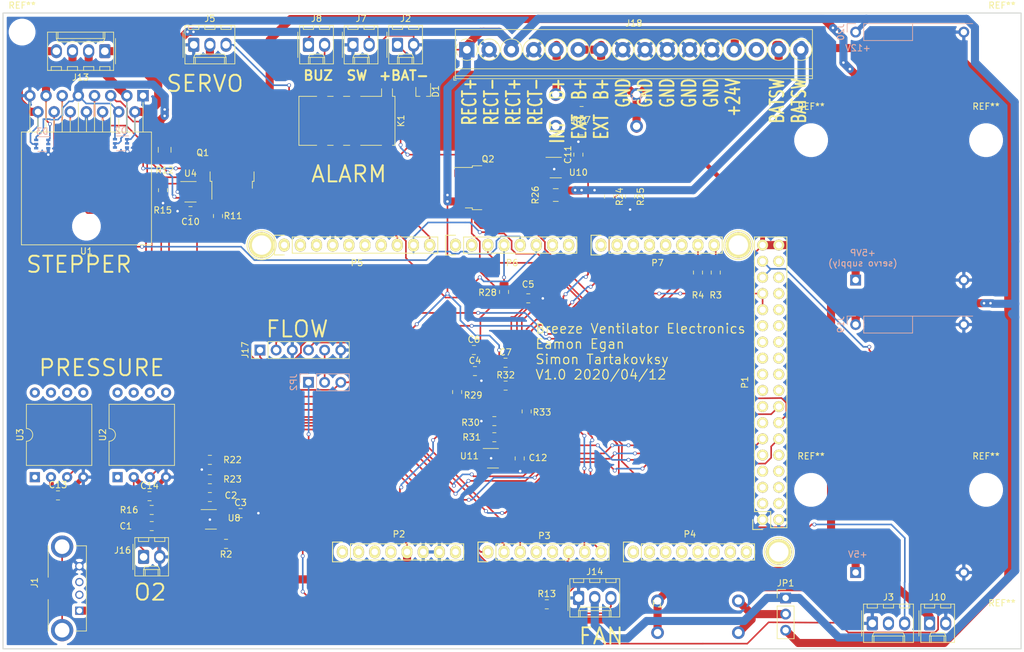
<source format=kicad_pcb>
(kicad_pcb (version 20171130) (host pcbnew "(5.1.5)-3")
  (title_block (date 2020-04-11))
  (layers (0 F.Cu signal) (31 B.Cu signal) (34 B.Paste user) (35 F.Paste user) (36 B.SilkS user) (37 F.SilkS user) (38 B.Mask user) (39 F.Mask user) (44 Edge.Cuts user))
  (net 0 "")
  (net 1 GND)
  (net 2 +5V)
  (net 3 "Net-(J7-Pad2)")
  (net 4 "Net-(J8-Pad2)")
  (net 5 "Net-(C2-Pad2)")
  (net 6 "Net-(C4-Pad1)")
  (net 7 "Net-(C5-Pad1)")
  (net 8 "Net-(D1-Pad2)")
  (net 9 "Net-(C1-Pad1)")
  (net 10 /Sheet5E9ADB54/O2SENSOR_OUT)
  (net 11 "Net-(C7-Pad2)")
  (net 12 +12V)
  (net 13 "Net-(D1-Pad3)")
  (net 14 "Net-(J1-Pad5)")
  (net 15 /Sheet5E8D3A49/ESC_PWM1)
  (net 16 /Sheet5E8D3A49/SERVO_PWM1)
  (net 17 /Sheet5E8D3A49/FAN_TACH)
  (net 18 "Net-(J16-Pad1)")
  (net 19 "Net-(J17-Pad5)")
  (net 20 /Sheet5E9ADB54/FLOW-SCL)
  (net 21 /Sheet5E9ADB54/FLOW-SDA)
  (net 22 +24V)
  (net 23 +5VP)
  (net 24 /Sheet5E9ADB54/FLOWSENSOR_POWER)
  (net 25 /Sheet5E8D3A49/ALARM_OFF)
  (net 26 /Sheet5E8D3A49/IN2)
  (net 27 /Sheet5E8D3A49/IN1)
  (net 28 /Sheet5E8D3A49/IN3)
  (net 29 /Sheet5E8D3A49/IN4)
  (net 30 /Sheet5E9ADB54/PRESSURE_A)
  (net 31 /Sheet5E9ADB54/PRESSURE_B)
  (net 32 /Sheet5E8D3A49/STEPPER_CURRENT)
  (net 33 /arduino_mega/BATMON_CUR)
  (net 34 /arduino_mega/BATMON_VLT)
  (net 35 /Sheet5EAFE470/BATT_CHARGE_CTRL)
  (net 36 /Sheet5E8D3A49/EnA)
  (net 37 "Net-(Q1-Pad1)")
  (net 38 "Net-(R12-Pad3)")
  (net 39 "Net-(R12-Pad2)")
  (net 40 "Net-(R26-Pad3)")
  (net 41 "Net-(R26-Pad2)")
  (net 42 "Net-(R30-Pad1)")
  (net 43 "Net-(R31-Pad1)")
  (net 44 /Sheet5E8D3A49/SERVO_OFF)
  (net 45 /Sheet5E8D3A49/EnB)
  (net 46 /Sheet5E8D3A49/p_10)
  (net 47 /Sheet5E8D3A49/p_11)
  (net 48 /Sheet5EAFE470/p_1)
  (net 49 /Sheet5EAFE470/p_2)
  (net 50 /Sheet5E8D3A49/p_5)
  (net 51 /Sheet5E8D3A49/p_9)
  (net 52 /Sheet5E8D3A49/p_8)
  (net 53 /Sheet5E8D3A49/p_7)
  (net 54 /Sheet5E8D3A49/p_6)
  (net 55 /Sheet5EAFE470/p_3)
  (net 56 /Sheet5EAFE470/p_4)
  (net 57 /Sheet5E8D3A49/p_13)
  (module Resistor_SMD:R_0805_2012Metric_Pad1.15x1.40mm_HandSolder (layer F.Cu) (at 83.032 117.85492 180)
    (fp_text reference R2 (at 0 -1.65) (layer F.SilkS))
    (fp_text value R_US)
    (pad 2 smd roundrect (at 1.025 0 180) (size 1.15 1.4) (layers F.Cu F.Paste F.Mask) (roundrect_rratio 0.217391) (net 5 "Net-(C2-Pad2)"))
    (pad 1 smd roundrect (at -1.025 0 180) (size 1.15 1.4) (layers F.Cu F.Paste F.Mask) (roundrect_rratio 0.217391) (net 2 +5V))
  )
  (module Capacitor_SMD:C_0805_2012Metric_Pad1.15x1.40mm_HandSolder (layer F.Cu) (at 71.005 110.36492)
    (fp_text reference C14 (at 0 -1.65) (layer F.SilkS))
    (fp_text value C)
    (pad 2 smd roundrect (at 1.025 0) (size 1.15 1.4) (layers F.Cu F.Paste F.Mask) (roundrect_rratio 0.217391) (net 1 GND))
    (pad 1 smd roundrect (at -1.025 0) (size 1.15 1.4) (layers F.Cu F.Paste F.Mask) (roundrect_rratio 0.217391) (net 2 +5V))
  )
  (module Capacitor_SMD:C_0805_2012Metric_Pad1.15x1.40mm_HandSolder (layer F.Cu) (at 56.616 110.23492)
    (fp_text reference C13 (at 0 -1.65) (layer F.SilkS))
    (fp_text value C)
    (pad 2 smd roundrect (at 1.025 0) (size 1.15 1.4) (layers F.Cu F.Paste F.Mask) (roundrect_rratio 0.217391) (net 1 GND))
    (pad 1 smd roundrect (at -1.025 0) (size 1.15 1.4) (layers F.Cu F.Paste F.Mask) (roundrect_rratio 0.217391) (net 2 +5V))
  )
  (module ventilator-parts:Buck_Converter_Module (layer B.Cu) (at 181.98 83.36492 270)
    (fp_text reference J19 (at 0 2.33 270) (layer B.SilkS) (effects (justify mirror)))
    (fp_text value Conn_01x04)
    (pad 3 thru_hole oval (at 0 -17 270) (size 1.7 1.7) (drill 1) (layers *.Cu *.Mask) (net 1 GND))
    (pad 4 thru_hole oval (at 39 -17 270) (size 1.7 1.7) (drill 1) (layers *.Cu *.Mask) (net 1 GND))
    (pad 1 thru_hole rect (at 39 0 270) (size 1.7 1.7) (drill 1) (layers *.Cu *.Mask) (net 2 +5V))
    (pad 2 thru_hole circle (at 0 0 270) (size 1.7 1.7) (drill 1) (layers *.Cu *.Mask) (net 12 +12V))
  )
  (module ventilator-parts:Buck_Converter_Module (layer B.Cu) (at 181.98 37.36492 270)
    (fp_text reference J20 (at 0 2.33 270) (layer B.SilkS) (effects (justify mirror)))
    (fp_text value Conn_01x04)
    (pad 3 thru_hole oval (at 0 -17 270) (size 1.7 1.7) (drill 1) (layers *.Cu *.Mask) (net 1 GND))
    (pad 4 thru_hole oval (at 39 -17 270) (size 1.7 1.7) (drill 1) (layers *.Cu *.Mask) (net 1 GND))
    (pad 1 thru_hole rect (at 39 0 270) (size 1.7 1.7) (drill 1) (layers *.Cu *.Mask) (net 23 +5VP))
    (pad 2 thru_hole circle (at 0 0 270) (size 1.7 1.7) (drill 1) (layers *.Cu *.Mask) (net 12 +12V))
  )
  (module MountingHole:MountingHole_4.3mm_M4 (layer F.Cu) (at 202.48 54.36492)
    (fp_text reference REF** (at 0 -5.3) (layer F.SilkS))
    (fp_text value MountingHole_4.3mm_M4)
    (pad 1 np_thru_hole circle (at 0 0) (size 4.3 4.3) (drill 4.3) (layers *.Cu *.Mask))
  )
  (module MountingHole:MountingHole_4.3mm_M4 (layer F.Cu) (at 174.98 54.36492)
    (fp_text reference REF** (at 0 -5.3) (layer F.SilkS))
    (fp_text value MountingHole_4.3mm_M4)
    (pad 1 np_thru_hole circle (at 0 0) (size 4.3 4.3) (drill 4.3) (layers *.Cu *.Mask))
  )
  (module MountingHole:MountingHole_4.3mm_M4 (layer F.Cu) (at 174.98 109.36492)
    (fp_text reference REF** (at 0 -5.3) (layer F.SilkS))
    (fp_text value MountingHole_4.3mm_M4)
    (pad 1 np_thru_hole circle (at 0 0) (size 4.3 4.3) (drill 4.3) (layers *.Cu *.Mask))
  )
  (module MountingHole:MountingHole_4.3mm_M4 (layer F.Cu) (at 202.48 109.36492)
    (fp_text reference REF** (at 0 -5.3) (layer F.SilkS))
    (fp_text value MountingHole_4.3mm_M4)
    (pad 1 np_thru_hole circle (at 0 0) (size 4.3 4.3) (drill 4.3) (layers *.Cu *.Mask))
  )
  (module MountingHole:MountingHole_3.2mm_M3 (layer F.Cu) (at 204.98 37.36492)
    (fp_text reference REF** (at 0 -4.2) (layer F.SilkS))
    (fp_text value MountingHole_3.2mm_M3)
    (pad 1 np_thru_hole circle (at 0 0) (size 3.2 3.2) (drill 3.2) (layers *.Cu *.Mask))
  )
  (module MountingHole:MountingHole_3.2mm_M3 (layer F.Cu) (at 204.98 131.36492)
    (fp_text reference REF** (at 0 -4.2) (layer F.SilkS))
    (fp_text value MountingHole_3.2mm_M3)
    (pad 1 np_thru_hole circle (at 0 0) (size 3.2 3.2) (drill 3.2) (layers *.Cu *.Mask))
  )
  (module MountingHole:MountingHole_3.2mm_M3 (layer F.Cu) (at 50.98 37.36492)
    (fp_text reference REF** (at 0 -4.2) (layer F.SilkS))
    (fp_text value MountingHole_3.2mm_M3)
    (pad 1 np_thru_hole circle (at 0 0) (size 3.2 3.2) (drill 3.2) (layers *.Cu *.Mask))
  )
  (module Package_TO_SOT_SMD:SOT-23-5 (layer F.Cu) (at 77.444 62.48292)
    (fp_text reference U4 (at 0 -2.9) (layer F.SilkS))
    (fp_text value INA138)
    (pad 5 smd rect (at 1.1 -0.95) (size 1.06 0.65) (layers F.Cu F.Paste F.Mask) (net 2 +5V))
    (pad 4 smd rect (at 1.1 0.95) (size 1.06 0.65) (layers F.Cu F.Paste F.Mask) (net 38 "Net-(R12-Pad3)"))
    (pad 3 smd rect (at -1.1 0.95) (size 1.06 0.65) (layers F.Cu F.Paste F.Mask) (net 39 "Net-(R12-Pad2)"))
    (pad 2 smd rect (at -1.1 0) (size 1.06 0.65) (layers F.Cu F.Paste F.Mask) (net 1 GND))
    (pad 1 smd rect (at -1.1 -0.95) (size 1.06 0.65) (layers F.Cu F.Paste F.Mask) (net 32 /Sheet5E8D3A49/STEPPER_CURRENT))
  )
  (module Package_TO_SOT_THT:TO-220-15_P2.54x2.54mm_StaggerOdd_Lead5.84mm_TabDown (layer F.Cu) (at 69.98 47.36492 180)
    (fp_text reference U1 (at 8.89 -24.46) (layer F.SilkS))
    (fp_text value L298HN)
    (pad 15 thru_hole oval (at 17.78 0 180) (size 1.8 1.8) (drill 1) (layers *.Cu *.Mask) (net 1 GND))
    (pad 14 thru_hole oval (at 16.51 -2.54 180) (size 1.8 1.8) (drill 1) (layers *.Cu *.Mask) (net 51 /Sheet5E8D3A49/p_9))
    (pad 13 thru_hole oval (at 15.24 0 180) (size 1.8 1.8) (drill 1) (layers *.Cu *.Mask) (net 52 /Sheet5E8D3A49/p_8))
    (pad 12 thru_hole oval (at 13.97 -2.54 180) (size 1.8 1.8) (drill 1) (layers *.Cu *.Mask) (net 29 /Sheet5E8D3A49/IN4))
    (pad 11 thru_hole oval (at 12.7 0 180) (size 1.8 1.8) (drill 1) (layers *.Cu *.Mask) (net 45 /Sheet5E8D3A49/EnB))
    (pad 10 thru_hole oval (at 11.43 -2.54 180) (size 1.8 1.8) (drill 1) (layers *.Cu *.Mask) (net 28 /Sheet5E8D3A49/IN3))
    (pad 9 thru_hole oval (at 10.16 0 180) (size 1.8 1.8) (drill 1) (layers *.Cu *.Mask) (net 57 /Sheet5E8D3A49/p_13))
    (pad 8 thru_hole oval (at 8.89 -2.54 180) (size 1.8 1.8) (drill 1) (layers *.Cu *.Mask) (net 1 GND))
    (pad 7 thru_hole oval (at 7.62 0 180) (size 1.8 1.8) (drill 1) (layers *.Cu *.Mask) (net 26 /Sheet5E8D3A49/IN2))
    (pad 6 thru_hole oval (at 6.35 -2.54 180) (size 1.8 1.8) (drill 1) (layers *.Cu *.Mask) (net 36 /Sheet5E8D3A49/EnA))
    (pad 5 thru_hole oval (at 5.08 0 180) (size 1.8 1.8) (drill 1) (layers *.Cu *.Mask) (net 27 /Sheet5E8D3A49/IN1))
    (pad 4 thru_hole oval (at 3.81 -2.54 180) (size 1.8 1.8) (drill 1) (layers *.Cu *.Mask) (net 57 /Sheet5E8D3A49/p_13))
    (pad 3 thru_hole oval (at 2.54 0 180) (size 1.8 1.8) (drill 1) (layers *.Cu *.Mask) (net 53 /Sheet5E8D3A49/p_7))
    (pad 2 thru_hole oval (at 1.27 -2.54 180) (size 1.8 1.8) (drill 1) (layers *.Cu *.Mask) (net 54 /Sheet5E8D3A49/p_6))
    (pad 1 thru_hole rect (at 0 0 180) (size 1.8 1.8) (drill 1) (layers *.Cu *.Mask) (net 1 GND))
    (pad "" np_thru_hole oval (at 8.89 -20.54 180) (size 3.5 3.5) (drill 3.5) (layers *.Cu *.Mask))
  )
  (module Resistor_SMD:R_0805_2012Metric_Pad1.15x1.40mm_HandSolder (layer F.Cu) (at 138.912 49.78292 180)
    (fp_text reference R1 (at 0 -1.65) (layer F.SilkS))
    (fp_text value R_US)
    (pad 2 smd roundrect (at 1.025 0 180) (size 1.15 1.4) (layers F.Cu F.Paste F.Mask) (roundrect_rratio 0.217391) (net 33 /arduino_mega/BATMON_CUR))
    (pad 1 smd roundrect (at -1.025 0 180) (size 1.15 1.4) (layers F.Cu F.Paste F.Mask) (roundrect_rratio 0.217391) (net 2 +5V))
  )
  (module Package_TO_SOT_SMD:SOT-363_SC-70-6 (layer B.Cu) (at 54.142 54.97492 180)
    (fp_text reference D3 (at 0 2) (layer B.SilkS) (effects (justify mirror)))
    (fp_text value BAV756S)
    (pad 6 smd rect (at 0.95 0.65 180) (size 0.65 0.4) (layers B.Cu B.Paste B.Mask) (net 57 /Sheet5E8D3A49/p_13))
    (pad 4 smd rect (at 0.95 -0.65 180) (size 0.65 0.4) (layers B.Cu B.Paste B.Mask) (net 51 /Sheet5E8D3A49/p_9))
    (pad 2 smd rect (at -0.95 0 180) (size 0.65 0.4) (layers B.Cu B.Paste B.Mask) (net 52 /Sheet5E8D3A49/p_8))
    (pad 5 smd rect (at 0.95 0 180) (size 0.65 0.4) (layers B.Cu B.Paste B.Mask) (net 51 /Sheet5E8D3A49/p_9))
    (pad 3 smd rect (at -0.95 -0.65 180) (size 0.65 0.4) (layers B.Cu B.Paste B.Mask) (net 1 GND))
    (pad 1 smd rect (at -0.95 0.65 180) (size 0.65 0.4) (layers B.Cu B.Paste B.Mask) (net 52 /Sheet5E8D3A49/p_8))
  )
  (module Package_TO_SOT_SMD:SOT-363_SC-70-6 (layer B.Cu) (at 66.522 54.86292 180)
    (fp_text reference D2 (at 0 2) (layer B.SilkS) (effects (justify mirror)))
    (fp_text value BAV756S)
    (pad 6 smd rect (at 0.95 0.65 180) (size 0.65 0.4) (layers B.Cu B.Paste B.Mask) (net 57 /Sheet5E8D3A49/p_13))
    (pad 4 smd rect (at 0.95 -0.65 180) (size 0.65 0.4) (layers B.Cu B.Paste B.Mask) (net 53 /Sheet5E8D3A49/p_7))
    (pad 2 smd rect (at -0.95 0 180) (size 0.65 0.4) (layers B.Cu B.Paste B.Mask) (net 54 /Sheet5E8D3A49/p_6))
    (pad 5 smd rect (at 0.95 0 180) (size 0.65 0.4) (layers B.Cu B.Paste B.Mask) (net 53 /Sheet5E8D3A49/p_7))
    (pad 3 smd rect (at -0.95 -0.65 180) (size 0.65 0.4) (layers B.Cu B.Paste B.Mask) (net 1 GND))
    (pad 1 smd rect (at -0.95 0.65 180) (size 0.65 0.4) (layers B.Cu B.Paste B.Mask) (net 54 /Sheet5E8D3A49/p_6))
  )
  (module Package_TO_SOT_SMD:SOT-323_SC-70 (layer F.Cu) (at 114.02 46.73492 270)
    (fp_text reference D1 (at -0.05 -1.95 90) (layer F.SilkS))
    (fp_text value BAV70W)
    (pad 3 smd rect (at 1 0 180) (size 0.45 0.7) (layers F.Cu F.Paste F.Mask) (net 13 "Net-(D1-Pad3)"))
    (pad 2 smd rect (at -1 0.65 180) (size 0.45 0.7) (layers F.Cu F.Paste F.Mask) (net 8 "Net-(D1-Pad2)"))
    (pad 1 smd rect (at -1 -0.65 180) (size 0.45 0.7) (layers F.Cu F.Paste F.Mask) (net 12 +12V))
  )
  (module Package_TO_SOT_SMD:TSOT-23-5 (layer F.Cu) (at 124.98 104.36492)
    (fp_text reference U11 (at -3.6956 -0.3276) (layer F.SilkS))
    (fp_text value OPA188xxDBV)
    (pad 5 smd rect (at 1.31 -0.95) (size 1.22 0.65) (layers F.Cu F.Paste F.Mask) (net 12 +12V))
    (pad 4 smd rect (at 1.31 0.95) (size 1.22 0.65) (layers F.Cu F.Paste F.Mask) (net 42 "Net-(R30-Pad1)"))
    (pad 3 smd rect (at -1.31 0.95) (size 1.22 0.65) (layers F.Cu F.Paste F.Mask) (net 7 "Net-(C5-Pad1)"))
    (pad 2 smd rect (at -1.31 0) (size 1.22 0.65) (layers F.Cu F.Paste F.Mask) (net 1 GND))
    (pad 1 smd rect (at -1.31 -0.95) (size 1.22 0.65) (layers F.Cu F.Paste F.Mask) (net 43 "Net-(R31-Pad1)"))
  )
  (module Package_TO_SOT_SMD:SOT-23-5 (layer F.Cu) (at 134.848 58.67292)
    (fp_text reference U10 (at 3.556 0.762) (layer F.SilkS))
    (fp_text value INA138)
    (pad 5 smd rect (at 1.1 -0.95) (size 1.06 0.65) (layers F.Cu F.Paste F.Mask) (net 2 +5V))
    (pad 4 smd rect (at 1.1 0.95) (size 1.06 0.65) (layers F.Cu F.Paste F.Mask) (net 40 "Net-(R26-Pad3)"))
    (pad 3 smd rect (at -1.1 0.95) (size 1.06 0.65) (layers F.Cu F.Paste F.Mask) (net 41 "Net-(R26-Pad2)"))
    (pad 2 smd rect (at -1.1 0) (size 1.06 0.65) (layers F.Cu F.Paste F.Mask) (net 1 GND))
    (pad 1 smd rect (at -1.1 -0.95) (size 1.06 0.65) (layers F.Cu F.Paste F.Mask) (net 33 /arduino_mega/BATMON_CUR))
  )
  (module Package_TO_SOT_SMD:TSOT-23-5 (layer F.Cu) (at 80.65 113.97892)
    (fp_text reference U8 (at 3.652 -0.188) (layer F.SilkS))
    (fp_text value OPA188xxDBV)
    (pad 5 smd rect (at 1.31 -0.95) (size 1.22 0.65) (layers F.Cu F.Paste F.Mask) (net 2 +5V))
    (pad 4 smd rect (at 1.31 0.95) (size 1.22 0.65) (layers F.Cu F.Paste F.Mask) (net 5 "Net-(C2-Pad2)"))
    (pad 3 smd rect (at -1.31 0.95) (size 1.22 0.65) (layers F.Cu F.Paste F.Mask) (net 9 "Net-(C1-Pad1)"))
    (pad 2 smd rect (at -1.31 0) (size 1.22 0.65) (layers F.Cu F.Paste F.Mask) (net 1 GND))
    (pad 1 smd rect (at -1.31 -0.95) (size 1.22 0.65) (layers F.Cu F.Paste F.Mask) (net 10 /Sheet5E9ADB54/O2SENSOR_OUT))
  )
  (module ventilator-parts:DIP-8_W13.3mm (layer F.Cu) (at 52.98 107.36492 90)
    (fp_text reference U3 (at 6.65 -2.33 90) (layer F.SilkS))
    (fp_text value HSCDLND001PGAA5)
    (pad 1 thru_hole rect (at 0 0 90) (size 1.6 1.6) (drill 0.8) (layers *.Cu *.Mask))
    (pad 5 thru_hole oval (at 13.3 7.62 90) (size 1.6 1.6) (drill 0.8) (layers *.Cu *.Mask))
    (pad 2 thru_hole oval (at 0 2.54 90) (size 1.6 1.6) (drill 0.8) (layers *.Cu *.Mask) (net 2 +5V))
    (pad 6 thru_hole oval (at 13.3 5.08 90) (size 1.6 1.6) (drill 0.8) (layers *.Cu *.Mask))
    (pad 3 thru_hole oval (at 0 5.08 90) (size 1.6 1.6) (drill 0.8) (layers *.Cu *.Mask) (net 31 /Sheet5E9ADB54/PRESSURE_B))
    (pad 7 thru_hole oval (at 13.3 2.54 90) (size 1.6 1.6) (drill 0.8) (layers *.Cu *.Mask))
    (pad 4 thru_hole oval (at 0 7.62 90) (size 1.6 1.6) (drill 0.8) (layers *.Cu *.Mask) (net 1 GND))
    (pad 8 thru_hole oval (at 13.3 0 90) (size 1.6 1.6) (drill 0.8) (layers *.Cu *.Mask))
  )
  (module ventilator-parts:DIP-8_W13.3mm (layer F.Cu) (at 65.98 107.36492 90)
    (fp_text reference U2 (at 6.65 -2.33 90) (layer F.SilkS))
    (fp_text value HSCDLND001PGAA5)
    (pad 1 thru_hole rect (at 0 0 90) (size 1.6 1.6) (drill 0.8) (layers *.Cu *.Mask))
    (pad 5 thru_hole oval (at 13.3 7.62 90) (size 1.6 1.6) (drill 0.8) (layers *.Cu *.Mask))
    (pad 2 thru_hole oval (at 0 2.54 90) (size 1.6 1.6) (drill 0.8) (layers *.Cu *.Mask) (net 2 +5V))
    (pad 6 thru_hole oval (at 13.3 5.08 90) (size 1.6 1.6) (drill 0.8) (layers *.Cu *.Mask))
    (pad 3 thru_hole oval (at 0 5.08 90) (size 1.6 1.6) (drill 0.8) (layers *.Cu *.Mask) (net 30 /Sheet5E9ADB54/PRESSURE_A))
    (pad 7 thru_hole oval (at 13.3 2.54 90) (size 1.6 1.6) (drill 0.8) (layers *.Cu *.Mask))
    (pad 4 thru_hole oval (at 0 7.62 90) (size 1.6 1.6) (drill 0.8) (layers *.Cu *.Mask) (net 1 GND))
    (pad 8 thru_hole oval (at 13.3 0 90) (size 1.6 1.6) (drill 0.8) (layers *.Cu *.Mask))
  )
  (module Resistor_SMD:R_0805_2012Metric_Pad1.15x1.40mm_HandSolder (layer F.Cu) (at 130.276 97.02692 90)
    (fp_text reference R33 (at -0.127 2.413 180) (layer F.SilkS))
    (fp_text value 20K)
    (pad 2 smd roundrect (at 1.025 0 90) (size 1.15 1.4) (layers F.Cu F.Paste F.Mask) (roundrect_rratio 0.217391) (net 11 "Net-(C7-Pad2)"))
    (pad 1 smd roundrect (at -1.025 0 90) (size 1.15 1.4) (layers F.Cu F.Paste F.Mask) (roundrect_rratio 0.217391) (net 43 "Net-(R31-Pad1)"))
  )
  (module Resistor_SMD:R_0805_2012Metric_Pad1.15x1.40mm_HandSolder (layer F.Cu) (at 126.974 92.96292)
    (fp_text reference R32 (at 0 -1.65) (layer F.SilkS))
    (fp_text value 10K)
    (pad 2 smd roundrect (at 1.025 0) (size 1.15 1.4) (layers F.Cu F.Paste F.Mask) (roundrect_rratio 0.217391) (net 11 "Net-(C7-Pad2)"))
    (pad 1 smd roundrect (at -1.025 0) (size 1.15 1.4) (layers F.Cu F.Paste F.Mask) (roundrect_rratio 0.217391) (net 12 +12V))
  )
  (module Resistor_SMD:R_0805_2012Metric_Pad1.15x1.40mm_HandSolder (layer F.Cu) (at 125.196 101.09092)
    (fp_text reference R31 (at -3.556 0) (layer F.SilkS))
    (fp_text value 20K)
    (pad 2 smd roundrect (at 1.025 0) (size 1.15 1.4) (layers F.Cu F.Paste F.Mask) (roundrect_rratio 0.217391) (net 42 "Net-(R30-Pad1)"))
    (pad 1 smd roundrect (at -1.025 0) (size 1.15 1.4) (layers F.Cu F.Paste F.Mask) (roundrect_rratio 0.217391) (net 43 "Net-(R31-Pad1)"))
  )
  (module Resistor_SMD:R_0805_2012Metric_Pad1.15x1.40mm_HandSolder (layer F.Cu) (at 125.196 98.55092 180)
    (fp_text reference R30 (at 3.7338 -0.2286) (layer F.SilkS))
    (fp_text value 10K)
    (pad 2 smd roundrect (at 1.025 0 180) (size 1.15 1.4) (layers F.Cu F.Paste F.Mask) (roundrect_rratio 0.217391) (net 1 GND))
    (pad 1 smd roundrect (at -1.025 0 180) (size 1.15 1.4) (layers F.Cu F.Paste F.Mask) (roundrect_rratio 0.217391) (net 42 "Net-(R30-Pad1)"))
  )
  (module Resistor_SMD:R_0805_2012Metric_Pad1.15x1.40mm_HandSolder (layer F.Cu) (at 119.354 93.97892 270)
    (fp_text reference R29 (at 0.508 -2.5146 180) (layer F.SilkS))
    (fp_text value 20K)
    (pad 2 smd roundrect (at 1.025 0 270) (size 1.15 1.4) (layers F.Cu F.Paste F.Mask) (roundrect_rratio 0.217391) (net 2 +5V))
    (pad 1 smd roundrect (at -1.025 0 270) (size 1.15 1.4) (layers F.Cu F.Paste F.Mask) (roundrect_rratio 0.217391) (net 6 "Net-(C4-Pad1)"))
  )
  (module Resistor_SMD:R_0805_2012Metric_Pad1.15x1.40mm_HandSolder (layer F.Cu) (at 126.72 78.23092 90)
    (fp_text reference R28 (at -0.1016 -2.5908 180) (layer F.SilkS))
    (fp_text value 20K)
    (pad 2 smd roundrect (at 1.025 0 90) (size 1.15 1.4) (layers F.Cu F.Paste F.Mask) (roundrect_rratio 0.217391) (net 35 /Sheet5EAFE470/BATT_CHARGE_CTRL))
    (pad 1 smd roundrect (at -1.025 0 90) (size 1.15 1.4) (layers F.Cu F.Paste F.Mask) (roundrect_rratio 0.217391) (net 7 "Net-(C5-Pad1)"))
  )
  (module Resistor_SMD:R_0805_2012Metric_Pad1.15x1.40mm_HandSolder (layer F.Cu) (at 138.912 52.83092)
    (fp_text reference R27 (at 0 -1.65) (layer F.SilkS))
    (fp_text value R_US)
    (pad 2 smd roundrect (at 1.025 0) (size 1.15 1.4) (layers F.Cu F.Paste F.Mask) (roundrect_rratio 0.217391) (net 1 GND))
    (pad 1 smd roundrect (at -1.025 0) (size 1.15 1.4) (layers F.Cu F.Paste F.Mask) (roundrect_rratio 0.217391) (net 33 /arduino_mega/BATMON_CUR))
  )
  (module Resistor_SMD:R_Shunt_Ohmite_LVK12 (layer F.Cu) (at 134.848 62.99092 90)
    (fp_text reference R26 (at 0 -3.2 270) (layer F.SilkS))
    (fp_text value LVK12R010FER)
    (pad 4 smd rect (at 0.7 1.375 90) (size 1.1 1.75) (layers F.Cu F.Paste F.Mask) (net 55 /Sheet5EAFE470/p_3))
    (pad 3 smd rect (at -0.7 1.375 90) (size 1.1 1.75) (layers F.Cu F.Paste F.Mask) (net 40 "Net-(R26-Pad3)"))
    (pad 2 smd rect (at 0.7 -1.375 90) (size 1.1 1.75) (layers F.Cu F.Paste F.Mask) (net 41 "Net-(R26-Pad2)"))
    (pad 1 smd rect (at -0.7 -1.375 90) (size 1.1 1.75) (layers F.Cu F.Paste F.Mask) (net 56 /Sheet5EAFE470/p_4))
  )
  (module Resistor_SMD:R_0805_2012Metric_Pad1.15x1.40mm_HandSolder (layer F.Cu) (at 146.532 63.24492 270)
    (fp_text reference R25 (at 0 -1.65 90) (layer F.SilkS))
    (fp_text value 10K)
    (pad 2 smd roundrect (at 1.025 0 270) (size 1.15 1.4) (layers F.Cu F.Paste F.Mask) (roundrect_rratio 0.217391) (net 1 GND))
    (pad 1 smd roundrect (at -1.025 0 270) (size 1.15 1.4) (layers F.Cu F.Paste F.Mask) (roundrect_rratio 0.217391) (net 34 /arduino_mega/BATMON_VLT))
  )
  (module Resistor_SMD:R_0805_2012Metric_Pad1.15x1.40mm_HandSolder (layer F.Cu) (at 143.23 63.24492 270)
    (fp_text reference R24 (at 0 -1.65 90) (layer F.SilkS))
    (fp_text value 20K)
    (pad 2 smd roundrect (at 1.025 0 270) (size 1.15 1.4) (layers F.Cu F.Paste F.Mask) (roundrect_rratio 0.217391) (net 34 /arduino_mega/BATMON_VLT))
    (pad 1 smd roundrect (at -1.025 0 270) (size 1.15 1.4) (layers F.Cu F.Paste F.Mask) (roundrect_rratio 0.217391) (net 55 /Sheet5EAFE470/p_3))
  )
  (module Resistor_SMD:R_0805_2012Metric_Pad1.15x1.40mm_HandSolder (layer F.Cu) (at 80.492 107.69492)
    (fp_text reference R23 (at 3.556 0) (layer F.SilkS))
    (fp_text value R_US)
    (pad 2 smd roundrect (at 1.025 0) (size 1.15 1.4) (layers F.Cu F.Paste F.Mask) (roundrect_rratio 0.217391) (net 5 "Net-(C2-Pad2)"))
    (pad 1 smd roundrect (at -1.025 0) (size 1.15 1.4) (layers F.Cu F.Paste F.Mask) (roundrect_rratio 0.217391) (net 10 /Sheet5E9ADB54/O2SENSOR_OUT))
  )
  (module Resistor_SMD:R_0805_2012Metric_Pad1.15x1.40mm_HandSolder (layer F.Cu) (at 80.492 104.64692 180)
    (fp_text reference R22 (at -3.556 0) (layer F.SilkS))
    (fp_text value R_US)
    (pad 2 smd roundrect (at 1.025 0 180) (size 1.15 1.4) (layers F.Cu F.Paste F.Mask) (roundrect_rratio 0.217391) (net 1 GND))
    (pad 1 smd roundrect (at -1.025 0 180) (size 1.15 1.4) (layers F.Cu F.Paste F.Mask) (roundrect_rratio 0.217391) (net 5 "Net-(C2-Pad2)"))
  )
  (module Resistor_SMD:R_0805_2012Metric_Pad1.15x1.40mm_HandSolder (layer F.Cu) (at 71.348 112.52092 180)
    (fp_text reference R16 (at 3.556 0) (layer F.SilkS))
    (fp_text value R_US)
    (pad 2 smd roundrect (at 1.025 0 180) (size 1.15 1.4) (layers F.Cu F.Paste F.Mask) (roundrect_rratio 0.217391) (net 18 "Net-(J16-Pad1)"))
    (pad 1 smd roundrect (at -1.025 0 180) (size 1.15 1.4) (layers F.Cu F.Paste F.Mask) (roundrect_rratio 0.217391) (net 9 "Net-(C1-Pad1)"))
  )
  (module Resistor_SMD:R_0805_2012Metric_Pad1.15x1.40mm_HandSolder (layer F.Cu) (at 73.126 62.22892 270)
    (fp_text reference R15 (at 3.1496 0.0508 180) (layer F.SilkS))
    (fp_text value R_US)
    (pad 2 smd roundrect (at 1.025 0 270) (size 1.15 1.4) (layers F.Cu F.Paste F.Mask) (roundrect_rratio 0.217391) (net 1 GND))
    (pad 1 smd roundrect (at -1.025 0 270) (size 1.15 1.4) (layers F.Cu F.Paste F.Mask) (roundrect_rratio 0.217391) (net 32 /Sheet5E8D3A49/STEPPER_CURRENT))
  )
  (module Resistor_SMD:R_0805_2012Metric_Pad1.15x1.40mm_HandSolder (layer F.Cu) (at 133.44 127.36492)
    (fp_text reference R13 (at 0 -1.65) (layer F.SilkS))
    (fp_text value 1K)
    (pad 2 smd roundrect (at 1.025 0) (size 1.15 1.4) (layers F.Cu F.Paste F.Mask) (roundrect_rratio 0.217391) (net 17 /Sheet5E8D3A49/FAN_TACH))
    (pad 1 smd roundrect (at -1.025 0) (size 1.15 1.4) (layers F.Cu F.Paste F.Mask) (roundrect_rratio 0.217391) (net 2 +5V))
  )
  (module Resistor_SMD:R_Shunt_Ohmite_LVK12 (layer F.Cu) (at 73.38 55.87892 180)
    (fp_text reference R12 (at 0 -3.2 180) (layer F.SilkS))
    (fp_text value LVK12R010FER)
    (pad 4 smd rect (at 0.7 1.375 180) (size 1.1 1.75) (layers F.Cu F.Paste F.Mask) (net 57 /Sheet5E8D3A49/p_13))
    (pad 3 smd rect (at -0.7 1.375 180) (size 1.1 1.75) (layers F.Cu F.Paste F.Mask) (net 38 "Net-(R12-Pad3)"))
    (pad 2 smd rect (at 0.7 -1.375 180) (size 1.1 1.75) (layers F.Cu F.Paste F.Mask) (net 39 "Net-(R12-Pad2)"))
    (pad 1 smd rect (at -0.7 -1.375 180) (size 1.1 1.75) (layers F.Cu F.Paste F.Mask) (net 12 +12V))
  )
  (module Resistor_SMD:R_0805_2012Metric_Pad1.15x1.40mm_HandSolder (layer F.Cu) (at 81.762 66.29292 270)
    (fp_text reference R11 (at -0.0254 -2.3622 180) (layer F.SilkS))
    (fp_text value R_US)
    (pad 2 smd roundrect (at 1.025 0 270) (size 1.15 1.4) (layers F.Cu F.Paste F.Mask) (roundrect_rratio 0.217391) (net 44 /Sheet5E8D3A49/SERVO_OFF))
    (pad 1 smd roundrect (at -1.025 0 270) (size 1.15 1.4) (layers F.Cu F.Paste F.Mask) (roundrect_rratio 0.217391) (net 37 "Net-(Q1-Pad1)"))
  )
  (module Resistor_SMD:R_0805_2012Metric_Pad1.15x1.40mm_HandSolder (layer F.Cu) (at 157.2 75.18292 90)
    (fp_text reference R4 (at -3.556 0 180) (layer F.SilkS))
    (fp_text value 4K7)
    (pad 2 smd roundrect (at 1.025 0 90) (size 1.15 1.4) (layers F.Cu F.Paste F.Mask) (roundrect_rratio 0.217391) (net 21 /Sheet5E9ADB54/FLOW-SDA))
    (pad 1 smd roundrect (at -1.025 0 90) (size 1.15 1.4) (layers F.Cu F.Paste F.Mask) (roundrect_rratio 0.217391) (net 2 +5V))
  )
  (module Resistor_SMD:R_0805_2012Metric_Pad1.15x1.40mm_HandSolder (layer F.Cu) (at 159.994 75.18292 90)
    (fp_text reference R3 (at -3.556 0 180) (layer F.SilkS))
    (fp_text value 4K7)
    (pad 2 smd roundrect (at 1.025 0 90) (size 1.15 1.4) (layers F.Cu F.Paste F.Mask) (roundrect_rratio 0.217391) (net 20 /Sheet5E9ADB54/FLOW-SCL))
    (pad 1 smd roundrect (at -1.025 0 90) (size 1.15 1.4) (layers F.Cu F.Paste F.Mask) (roundrect_rratio 0.217391) (net 2 +5V))
  )
  (module Package_TO_SOT_SMD:TO-252-2 (layer F.Cu) (at 124.205 61.83992)
    (fp_text reference Q2 (at 0 -4.5) (layer F.SilkS))
    (fp_text value SUD19P06-60)
    (pad 2 smd rect (at 2.1 0) (size 6.4 5.800001) (layers F.Cu F.Mask) (net 56 /Sheet5EAFE470/p_4))
    (pad 3 smd rect (at -4.2 2.28) (size 2.2 1.2) (layers F.Cu F.Paste F.Mask) (net 12 +12V))
    (pad 1 smd rect (at -4.2 -2.28) (size 2.2 1.2) (layers F.Cu F.Paste F.Mask) (net 11 "Net-(C7-Pad2)"))
  )
  (module Package_TO_SOT_SMD:TO-252-2 (layer F.Cu) (at 83.98 58.36492 90)
    (fp_text reference Q1 (at 2.0288 -4.6056 180) (layer F.SilkS))
    (fp_text value SUD19P06-60)
    (pad 2 smd rect (at 2.1 0 90) (size 6.4 5.8) (layers F.Cu F.Mask) (net 50 /Sheet5E8D3A49/p_5))
    (pad 3 smd rect (at -4.2 2.28 90) (size 2.2 1.2) (layers F.Cu F.Paste F.Mask) (net 23 +5VP))
    (pad 1 smd rect (at -4.2 -2.28 90) (size 2.2 1.2) (layers F.Cu F.Paste F.Mask) (net 37 "Net-(Q1-Pad1)"))
  )
  (module Relay_SMD:Relay_DPDT_Omron_G6S-2F (layer F.Cu) (at 101.98 51.36492 270)
    (fp_text reference K1 (at -0.04 -8.55 90) (layer F.SilkS))
    (fp_text value G6S-2)
    (pad 5 smd rect (at -4 3.81 270) (size 2.2 1) (layers F.Cu F.Paste F.Mask))
    (pad 8 smd rect (at 4 3.81 270) (size 2.2 1) (layers F.Cu F.Paste F.Mask))
    (pad 3 smd rect (at -4 -1.27 270) (size 2.2 1) (layers F.Cu F.Paste F.Mask) (net 4 "Net-(J8-Pad2)"))
    (pad 1 smd rect (at -4 -6.35 270) (size 2.2 1) (layers F.Cu F.Paste F.Mask) (net 25 /Sheet5E8D3A49/ALARM_OFF))
    (pad 10 smd rect (at 4 -1.27 270) (size 2.2 1) (layers F.Cu F.Paste F.Mask) (net 4 "Net-(J8-Pad2)"))
    (pad 12 smd rect (at 4 -6.35 270) (size 2.2 1) (layers F.Cu F.Paste F.Mask) (net 1 GND))
    (pad 4 smd rect (at -4 1.27 270) (size 2.2 1) (layers F.Cu F.Paste F.Mask) (net 13 "Net-(D1-Pad3)"))
    (pad 9 smd rect (at 4 1.27 270) (size 2.2 1) (layers F.Cu F.Paste F.Mask) (net 13 "Net-(D1-Pad3)"))
  )
  (module Connector_PinHeader_2.54mm:PinHeader_1x03_P2.54mm_Vertical (layer B.Cu) (at 95.986 92.45492 270)
    (fp_text reference JP2 (at 0 2.33 270) (layer B.SilkS) (effects (justify mirror)))
    (fp_text value Jumper_3_Open)
    (pad 3 thru_hole oval (at 0 -5.08 270) (size 1.7 1.7) (drill 1) (layers *.Cu *.Mask) (net 2 +5V))
    (pad 2 thru_hole oval (at 0 -2.54 270) (size 1.7 1.7) (drill 1) (layers *.Cu *.Mask) (net 19 "Net-(J17-Pad5)"))
    (pad 1 thru_hole rect (at 0 0 270) (size 1.7 1.7) (drill 1) (layers *.Cu *.Mask) (net 24 /Sheet5E9ADB54/FLOWSENSOR_POWER))
  )
  (module Connector_PinHeader_2.54mm:PinHeader_1x03_P2.54mm_Vertical (layer F.Cu) (at 170.98 126.36492)
    (fp_text reference JP1 (at 0 -2.33) (layer F.SilkS))
    (fp_text value Jumper_3_Open)
    (pad 3 thru_hole oval (at 0 5.08) (size 1.7 1.7) (drill 1) (layers *.Cu *.Mask) (net 22 +24V))
    (pad 2 thru_hole oval (at 0 2.54) (size 1.7 1.7) (drill 1) (layers *.Cu *.Mask) (net 46 /Sheet5E8D3A49/p_10))
    (pad 1 thru_hole rect (at 0 0) (size 1.7 1.7) (drill 1) (layers *.Cu *.Mask) (net 12 +12V))
  )
  (module TerminalBlock_Phoenix:TerminalBlock_Phoenix_PT-1,5-16-3.5-H_1x16_P3.50mm_Horizontal (layer F.Cu) (at 120.878 40.13092)
    (fp_text reference J18 (at 26.25 -4.16) (layer F.SilkS))
    (fp_text value Screw_Terminal_01x16)
    (pad 16 thru_hole circle (at 52.5 0) (size 2.4 2.4) (drill 1.2) (layers *.Cu *.Mask) (net 55 /Sheet5EAFE470/p_3))
    (pad 15 thru_hole circle (at 49 0) (size 2.4 2.4) (drill 1.2) (layers *.Cu *.Mask) (net 49 /Sheet5EAFE470/p_2))
    (pad 14 thru_hole circle (at 45.5 0) (size 2.4 2.4) (drill 1.2) (layers *.Cu *.Mask))
    (pad 13 thru_hole circle (at 42 0) (size 2.4 2.4) (drill 1.2) (layers *.Cu *.Mask) (net 22 +24V))
    (pad 12 thru_hole circle (at 38.5 0) (size 2.4 2.4) (drill 1.2) (layers *.Cu *.Mask) (net 1 GND))
    (pad 11 thru_hole circle (at 35 0) (size 2.4 2.4) (drill 1.2) (layers *.Cu *.Mask) (net 1 GND))
    (pad 10 thru_hole circle (at 31.5 0) (size 2.4 2.4) (drill 1.2) (layers *.Cu *.Mask) (net 1 GND))
    (pad 9 thru_hole circle (at 28 0) (size 2.4 2.4) (drill 1.2) (layers *.Cu *.Mask) (net 1 GND))
    (pad 8 thru_hole circle (at 24.5 0) (size 2.4 2.4) (drill 1.2) (layers *.Cu *.Mask) (net 1 GND))
    (pad 7 thru_hole circle (at 21 0) (size 2.4 2.4) (drill 1.2) (layers *.Cu *.Mask) (net 49 /Sheet5EAFE470/p_2))
    (pad 6 thru_hole circle (at 17.5 0) (size 2.4 2.4) (drill 1.2) (layers *.Cu *.Mask) (net 49 /Sheet5EAFE470/p_2))
    (pad 5 thru_hole circle (at 14 0) (size 2.4 2.4) (drill 1.2) (layers *.Cu *.Mask) (net 48 /Sheet5EAFE470/p_1))
    (pad 4 thru_hole circle (at 10.5 0) (size 2.4 2.4) (drill 1.2) (layers *.Cu *.Mask) (net 1 GND))
    (pad 3 thru_hole circle (at 7 0) (size 2.4 2.4) (drill 1.2) (layers *.Cu *.Mask) (net 12 +12V))
    (pad 2 thru_hole circle (at 3.5 0) (size 2.4 2.4) (drill 1.2) (layers *.Cu *.Mask) (net 1 GND))
    (pad 1 thru_hole rect (at 0 0) (size 2.4 2.4) (drill 1.2) (layers *.Cu *.Mask) (net 12 +12V))
  )
  (module Connector_PinHeader_2.54mm:PinHeader_1x06_P2.54mm_Vertical (layer F.Cu) (at 88.366 87.37492 90)
    (fp_text reference J17 (at 0 -2.33 90) (layer F.SilkS))
    (fp_text value Conn_01x06_Male)
    (pad 6 thru_hole oval (at 0 12.7 90) (size 1.7 1.7) (drill 1) (layers *.Cu *.Mask) (net 1 GND))
    (pad 5 thru_hole oval (at 0 10.16 90) (size 1.7 1.7) (drill 1) (layers *.Cu *.Mask) (net 19 "Net-(J17-Pad5)"))
    (pad 4 thru_hole oval (at 0 7.62 90) (size 1.7 1.7) (drill 1) (layers *.Cu *.Mask) (net 20 /Sheet5E9ADB54/FLOW-SCL))
    (pad 3 thru_hole oval (at 0 5.08 90) (size 1.7 1.7) (drill 1) (layers *.Cu *.Mask) (net 1 GND))
    (pad 2 thru_hole oval (at 0 2.54 90) (size 1.7 1.7) (drill 1) (layers *.Cu *.Mask) (net 21 /Sheet5E9ADB54/FLOW-SDA))
    (pad 1 thru_hole rect (at 0 0 90) (size 1.7 1.7) (drill 1) (layers *.Cu *.Mask) (net 12 +12V))
  )
  (module Connector_Molex:Molex_KK-254_AE-6410-02A_1x02_P2.54mm_Vertical (layer F.Cu) (at 70.072 119.91)
    (fp_text reference J16 (at -3.296 -1.03908) (layer F.SilkS))
    (fp_text value Conn_01x02)
    (pad 2 thru_hole oval (at 2.54 0) (size 1.74 2.2) (drill 1.2) (layers *.Cu *.Mask) (net 1 GND))
    (pad 1 thru_hole roundrect (at 0 0) (size 1.74 2.2) (drill 1.2) (layers *.Cu *.Mask) (roundrect_rratio 0.143678) (net 18 "Net-(J16-Pad1)"))
  )
  (module Connector_Molex:Molex_KK-254_AE-6410-03A_1x03_P2.54mm_Vertical (layer F.Cu) (at 138.44 126.36492)
    (fp_text reference J14 (at 2.54 -4.12) (layer F.SilkS))
    (fp_text value Conn_01x03)
    (pad 3 thru_hole oval (at 5.08 0) (size 1.74 2.2) (drill 1.2) (layers *.Cu *.Mask) (net 17 /Sheet5E8D3A49/FAN_TACH))
    (pad 2 thru_hole oval (at 2.54 0) (size 1.74 2.2) (drill 1.2) (layers *.Cu *.Mask) (net 12 +12V))
    (pad 1 thru_hole roundrect (at 0 0) (size 1.74 2.2) (drill 1.2) (layers *.Cu *.Mask) (roundrect_rratio 0.143678) (net 1 GND))
  )
  (module Connector_Molex:Molex_KK-254_AE-6410-04A_1x04_P2.54mm_Vertical (layer F.Cu) (at 63.98 40.36492 180)
    (fp_text reference J13 (at 3.81 -4.12) (layer F.SilkS))
    (fp_text value Conn_01x04)
    (pad 4 thru_hole oval (at 7.62 0 180) (size 1.74 2.2) (drill 1.2) (layers *.Cu *.Mask) (net 51 /Sheet5E8D3A49/p_9))
    (pad 3 thru_hole oval (at 5.08 0 180) (size 1.74 2.2) (drill 1.2) (layers *.Cu *.Mask) (net 52 /Sheet5E8D3A49/p_8))
    (pad 2 thru_hole oval (at 2.54 0 180) (size 1.74 2.2) (drill 1.2) (layers *.Cu *.Mask) (net 53 /Sheet5E8D3A49/p_7))
    (pad 1 thru_hole roundrect (at 0 0 180) (size 1.74 2.2) (drill 1.2) (layers *.Cu *.Mask) (roundrect_rratio 0.143678) (net 54 /Sheet5E8D3A49/p_6))
  )
  (module Connector_Molex:Molex_KK-254_AE-6410-02A_1x02_P2.54mm_Vertical (layer F.Cu) (at 193.6 130.36492)
    (fp_text reference J10 (at 1.27 -4.12) (layer F.SilkS))
    (fp_text value Conn_01x02)
    (pad 2 thru_hole oval (at 2.54 0) (size 1.74 2.2) (drill 1.2) (layers *.Cu *.Mask) (net 1 GND))
    (pad 1 thru_hole roundrect (at 0 0) (size 1.74 2.2) (drill 1.2) (layers *.Cu *.Mask) (roundrect_rratio 0.143678) (net 47 /Sheet5E8D3A49/p_11))
  )
  (module Connector_Molex:Molex_KK-254_AE-6410-02A_1x02_P2.54mm_Vertical (layer F.Cu) (at 95.98 39.36492)
    (fp_text reference J8 (at 1.27 -4.12) (layer F.SilkS))
    (fp_text value Conn_01x02)
    (pad 2 thru_hole oval (at 2.54 0) (size 1.74 2.2) (drill 1.2) (layers *.Cu *.Mask) (net 4 "Net-(J8-Pad2)"))
    (pad 1 thru_hole roundrect (at 0 0) (size 1.74 2.2) (drill 1.2) (layers *.Cu *.Mask) (roundrect_rratio 0.143678) (net 3 "Net-(J7-Pad2)"))
  )
  (module Connector_Molex:Molex_KK-254_AE-6410-02A_1x02_P2.54mm_Vertical (layer F.Cu) (at 102.98 39.36492)
    (fp_text reference J7 (at 1.27 -4.12) (layer F.SilkS))
    (fp_text value Conn_01x02)
    (pad 2 thru_hole oval (at 2.54 0) (size 1.74 2.2) (drill 1.2) (layers *.Cu *.Mask) (net 3 "Net-(J7-Pad2)"))
    (pad 1 thru_hole roundrect (at 0 0) (size 1.74 2.2) (drill 1.2) (layers *.Cu *.Mask) (roundrect_rratio 0.143678) (net 1 GND))
  )
  (module Connector_Molex:Molex_KK-254_AE-6410-03A_1x03_P2.54mm_Vertical (layer F.Cu) (at 77.952 39.36492)
    (fp_text reference J5 (at 2.54 -4.12) (layer F.SilkS))
    (fp_text value Conn_01x03)
    (pad 3 thru_hole oval (at 5.08 0) (size 1.74 2.2) (drill 1.2) (layers *.Cu *.Mask) (net 16 /Sheet5E8D3A49/SERVO_PWM1))
    (pad 2 thru_hole oval (at 2.54 0) (size 1.74 2.2) (drill 1.2) (layers *.Cu *.Mask) (net 50 /Sheet5E8D3A49/p_5))
    (pad 1 thru_hole roundrect (at 0 0) (size 1.74 2.2) (drill 1.2) (layers *.Cu *.Mask) (roundrect_rratio 0.143678) (net 1 GND))
  )
  (module Connector_Molex:Molex_KK-254_AE-6410-03A_1x03_P2.54mm_Vertical (layer F.Cu) (at 184.6 130.36492)
    (fp_text reference J3 (at 2.54 -4.12) (layer F.SilkS))
    (fp_text value Conn_01x03)
    (pad 3 thru_hole oval (at 5.08 0) (size 1.74 2.2) (drill 1.2) (layers *.Cu *.Mask) (net 15 /Sheet5E8D3A49/ESC_PWM1))
    (pad 2 thru_hole oval (at 2.54 0) (size 1.74 2.2) (drill 1.2) (layers *.Cu *.Mask))
    (pad 1 thru_hole roundrect (at 0 0) (size 1.74 2.2) (drill 1.2) (layers *.Cu *.Mask) (roundrect_rratio 0.143678) (net 1 GND))
  )
  (module Connector_Molex:Molex_KK-254_AE-6410-02A_1x02_P2.54mm_Vertical (layer F.Cu) (at 109.98 39.36492)
    (fp_text reference J2 (at 1.27 -4.12) (layer F.SilkS))
    (fp_text value Conn_01x02)
    (pad 2 thru_hole oval (at 2.54 0) (size 1.74 2.2) (drill 1.2) (layers *.Cu *.Mask) (net 1 GND))
    (pad 1 thru_hole roundrect (at 0 0) (size 1.74 2.2) (drill 1.2) (layers *.Cu *.Mask) (roundrect_rratio 0.143678) (net 8 "Net-(D1-Pad2)"))
  )
  (module ventilator-parts:USB_A_TE_Connectivity_292303-1 (layer F.Cu) (at 59.98 128.36492 90)
    (fp_text reference J1 (at 4.4 -7.05 90) (layer F.SilkS))
    (fp_text value USB_A)
    (pad 1 thru_hole rect (at 0 0 90) (size 1.3 1.3) (drill 0.9) (layers *.Cu *.Mask) (net 2 +5V))
    (pad 2 thru_hole circle (at 2.5 0 90) (size 1.3 1.3) (drill 0.9) (layers *.Cu *.Mask))
    (pad 3 thru_hole circle (at 4.5 0 90) (size 1.3 1.3) (drill 0.9) (layers *.Cu *.Mask))
    (pad 4 thru_hole circle (at 7 0 90) (size 1.3 1.3) (drill 0.9) (layers *.Cu *.Mask) (net 1 GND))
    (pad 5 thru_hole circle (at -3.07 -2.71 270) (size 3.5 3.5) (drill 2.3) (layers *.Cu *.Mask) (net 14 "Net-(J1-Pad5)"))
    (pad 5 thru_hole circle (at 10.07 -2.71 270) (size 3.5 3.5) (drill 2.3) (layers *.Cu *.Mask) (net 14 "Net-(J1-Pad5)"))
  )
  (module ventilator-parts:LittelFuse_clips_01110501Z_10mm_fuse (layer B.Cu) (at 147.548 47.16492 180)
    (fp_text reference F3 (at 0 -0.5) (layer B.SilkS) (effects (justify mirror)))
    (fp_text value Fuse)
    (pad 2 thru_hole circle (at 12.7 -5 180) (size 2 2) (drill 1.17) (layers *.Cu *.Mask))
    (pad 1 thru_hole circle (at 0 -5 180) (size 2 2) (drill 1.17) (layers *.Cu *.Mask) (net 49 /Sheet5EAFE470/p_2))
    (pad 2 thru_hole circle (at 12.7 0 180) (size 2 2) (drill 1.17) (layers *.Cu *.Mask) (net 48 /Sheet5EAFE470/p_1))
    (pad 1 thru_hole circle (at 0 0 180) (size 2 2) (drill 1.17) (layers *.Cu *.Mask) (net 49 /Sheet5EAFE470/p_2))
  )
  (module ventilator-parts:LittelFuse_clips_01110501Z_10mm_fuse (layer F.Cu) (at 150.85 126.82492)
    (fp_text reference F1 (at 0 0.5) (layer F.SilkS))
    (fp_text value Fuse)
    (pad 2 thru_hole circle (at 12.7 5) (size 2 2) (drill 1.17) (layers *.Cu *.Mask) (net 46 /Sheet5E8D3A49/p_10))
    (pad 1 thru_hole circle (at 0 5) (size 2 2) (drill 1.17) (layers *.Cu *.Mask) (net 47 /Sheet5E8D3A49/p_11))
    (pad 2 thru_hole circle (at 12.7 0) (size 2 2) (drill 1.17) (layers *.Cu *.Mask) (net 46 /Sheet5E8D3A49/p_10))
    (pad 1 thru_hole circle (at 0 0) (size 2 2) (drill 1.17) (layers *.Cu *.Mask) (net 47 /Sheet5E8D3A49/p_11))
  )
  (module Capacitor_SMD:C_0805_2012Metric_Pad1.15x1.40mm_HandSolder (layer F.Cu) (at 129.184 104.41892 270)
    (fp_text reference C12 (at -0.1022 -2.87 180) (layer F.SilkS))
    (fp_text value C)
    (pad 2 smd roundrect (at 1.025 0 270) (size 1.15 1.4) (layers F.Cu F.Paste F.Mask) (roundrect_rratio 0.217391) (net 1 GND))
    (pad 1 smd roundrect (at -1.025 0 270) (size 1.15 1.4) (layers F.Cu F.Paste F.Mask) (roundrect_rratio 0.217391) (net 12 +12V))
  )
  (module Capacitor_SMD:C_0805_2012Metric_Pad1.15x1.40mm_HandSolder (layer F.Cu) (at 138.404 56.64092 90)
    (fp_text reference C11 (at 0 -1.65 90) (layer F.SilkS))
    (fp_text value C)
    (pad 2 smd roundrect (at 1.025 0 90) (size 1.15 1.4) (layers F.Cu F.Paste F.Mask) (roundrect_rratio 0.217391) (net 1 GND))
    (pad 1 smd roundrect (at -1.025 0 90) (size 1.15 1.4) (layers F.Cu F.Paste F.Mask) (roundrect_rratio 0.217391) (net 2 +5V))
  )
  (module Capacitor_SMD:C_0805_2012Metric_Pad1.15x1.40mm_HandSolder (layer F.Cu) (at 77.444 65.53092 180)
    (fp_text reference C10 (at 0 -1.65) (layer F.SilkS))
    (fp_text value C)
    (pad 2 smd roundrect (at 1.025 0 180) (size 1.15 1.4) (layers F.Cu F.Paste F.Mask) (roundrect_rratio 0.217391) (net 1 GND))
    (pad 1 smd roundrect (at -1.025 0 180) (size 1.15 1.4) (layers F.Cu F.Paste F.Mask) (roundrect_rratio 0.217391) (net 2 +5V))
  )
  (module Capacitor_SMD:C_0805_2012Metric_Pad1.15x1.40mm_HandSolder (layer F.Cu) (at 126.955 89.36492)
    (fp_text reference C7 (at 0 -1.65) (layer F.SilkS))
    (fp_text value C)
    (pad 2 smd roundrect (at 1.025 0) (size 1.15 1.4) (layers F.Cu F.Paste F.Mask) (roundrect_rratio 0.217391) (net 11 "Net-(C7-Pad2)"))
    (pad 1 smd roundrect (at -1.025 0) (size 1.15 1.4) (layers F.Cu F.Paste F.Mask) (roundrect_rratio 0.217391) (net 12 +12V))
  )
  (module Capacitor_SMD:C_0805_2012Metric_Pad1.15x1.40mm_HandSolder (layer F.Cu) (at 121.98 87.36492)
    (fp_text reference C6 (at 0 -1.65) (layer F.SilkS))
    (fp_text value C)
    (pad 2 smd roundrect (at 1.025 0) (size 1.15 1.4) (layers F.Cu F.Paste F.Mask) (roundrect_rratio 0.217391) (net 7 "Net-(C5-Pad1)"))
    (pad 1 smd roundrect (at -1.025 0) (size 1.15 1.4) (layers F.Cu F.Paste F.Mask) (roundrect_rratio 0.217391) (net 6 "Net-(C4-Pad1)"))
  )
  (module Capacitor_SMD:C_0805_2012Metric_Pad1.15x1.40mm_HandSolder (layer F.Cu) (at 130.53 79.24692)
    (fp_text reference C5 (at -0.0254 -2.2098) (layer F.SilkS))
    (fp_text value C)
    (pad 2 smd roundrect (at 1.025 0) (size 1.15 1.4) (layers F.Cu F.Paste F.Mask) (roundrect_rratio 0.217391) (net 1 GND))
    (pad 1 smd roundrect (at -1.025 0) (size 1.15 1.4) (layers F.Cu F.Paste F.Mask) (roundrect_rratio 0.217391) (net 7 "Net-(C5-Pad1)"))
  )
  (module Capacitor_SMD:C_0805_2012Metric_Pad1.15x1.40mm_HandSolder (layer F.Cu) (at 122.148 90.67692)
    (fp_text reference C4 (at 0 -1.65) (layer F.SilkS))
    (fp_text value C)
    (pad 2 smd roundrect (at 1.025 0) (size 1.15 1.4) (layers F.Cu F.Paste F.Mask) (roundrect_rratio 0.217391) (net 1 GND))
    (pad 1 smd roundrect (at -1.025 0) (size 1.15 1.4) (layers F.Cu F.Paste F.Mask) (roundrect_rratio 0.217391) (net 6 "Net-(C4-Pad1)"))
  )
  (module Capacitor_SMD:C_0805_2012Metric_Pad1.15x1.40mm_HandSolder (layer F.Cu) (at 85.318 113.02892)
    (fp_text reference C3 (at 0 -1.65) (layer F.SilkS))
    (fp_text value C)
    (pad 2 smd roundrect (at 1.025 0) (size 1.15 1.4) (layers F.Cu F.Paste F.Mask) (roundrect_rratio 0.217391) (net 1 GND))
    (pad 1 smd roundrect (at -1.025 0) (size 1.15 1.4) (layers F.Cu F.Paste F.Mask) (roundrect_rratio 0.217391) (net 2 +5V))
  )
  (module Capacitor_SMD:C_0805_2012Metric_Pad1.15x1.40mm_HandSolder (layer F.Cu) (at 80.492 110.48892)
    (fp_text reference C2 (at 3.302 -0.254) (layer F.SilkS))
    (fp_text value C)
    (pad 2 smd roundrect (at 1.025 0) (size 1.15 1.4) (layers F.Cu F.Paste F.Mask) (roundrect_rratio 0.217391) (net 5 "Net-(C2-Pad2)"))
    (pad 1 smd roundrect (at -1.025 0) (size 1.15 1.4) (layers F.Cu F.Paste F.Mask) (roundrect_rratio 0.217391) (net 10 /Sheet5E9ADB54/O2SENSOR_OUT))
  )
  (module Capacitor_SMD:C_0805_2012Metric_Pad1.15x1.40mm_HandSolder (layer F.Cu) (at 71.348 115.06092)
    (fp_text reference C1 (at -4.064 0) (layer F.SilkS))
    (fp_text value C)
    (pad 2 smd roundrect (at 1.025 0) (size 1.15 1.4) (layers F.Cu F.Paste F.Mask) (roundrect_rratio 0.217391) (net 1 GND))
    (pad 1 smd roundrect (at -1.025 0) (size 1.15 1.4) (layers F.Cu F.Paste F.Mask) (roundrect_rratio 0.217391) (net 9 "Net-(C1-Pad1)"))
  )
  (module Socket_Arduino_Mega:Socket_Strip_Arduino_2x18 (layer F.Cu) (at 167.358 114.046 90)
    (fp_text reference P1 (at 21.59 -2.794 90) (layer F.SilkS))
    (fp_text value Digital)
    (pad 1 thru_hole circle (at 0 0 90) (size 1.7272 1.7272) (drill 1.016) (layers *.Cu *.Mask F.SilkS) (net 1 GND))
    (pad 2 thru_hole oval (at 0 2.54 90) (size 1.7272 1.7272) (drill 1.016) (layers *.Cu *.Mask F.SilkS) (net 1 GND))
    (pad 3 thru_hole oval (at 2.54 0 90) (size 1.7272 1.7272) (drill 1.016) (layers *.Cu *.Mask F.SilkS))
    (pad 4 thru_hole oval (at 2.54 2.54 90) (size 1.7272 1.7272) (drill 1.016) (layers *.Cu *.Mask F.SilkS))
    (pad 5 thru_hole oval (at 5.08 0 90) (size 1.7272 1.7272) (drill 1.016) (layers *.Cu *.Mask F.SilkS))
    (pad 6 thru_hole oval (at 5.08 2.54 90) (size 1.7272 1.7272) (drill 1.016) (layers *.Cu *.Mask F.SilkS))
    (pad 7 thru_hole oval (at 7.62 0 90) (size 1.7272 1.7272) (drill 1.016) (layers *.Cu *.Mask F.SilkS))
    (pad 8 thru_hole oval (at 7.62 2.54 90) (size 1.7272 1.7272) (drill 1.016) (layers *.Cu *.Mask F.SilkS))
    (pad 9 thru_hole oval (at 10.16 0 90) (size 1.7272 1.7272) (drill 1.016) (layers *.Cu *.Mask F.SilkS))
    (pad 10 thru_hole oval (at 10.16 2.54 90) (size 1.7272 1.7272) (drill 1.016) (layers *.Cu *.Mask F.SilkS))
    (pad 11 thru_hole oval (at 12.7 0 90) (size 1.7272 1.7272) (drill 1.016) (layers *.Cu *.Mask F.SilkS) (net 26 /Sheet5E8D3A49/IN2))
    (pad 12 thru_hole oval (at 12.7 2.54 90) (size 1.7272 1.7272) (drill 1.016) (layers *.Cu *.Mask F.SilkS) (net 27 /Sheet5E8D3A49/IN1))
    (pad 13 thru_hole oval (at 15.24 0 90) (size 1.7272 1.7272) (drill 1.016) (layers *.Cu *.Mask F.SilkS))
    (pad 14 thru_hole oval (at 15.24 2.54 90) (size 1.7272 1.7272) (drill 1.016) (layers *.Cu *.Mask F.SilkS) (net 28 /Sheet5E8D3A49/IN3))
    (pad 15 thru_hole oval (at 17.78 0 90) (size 1.7272 1.7272) (drill 1.016) (layers *.Cu *.Mask F.SilkS))
    (pad 16 thru_hole oval (at 17.78 2.54 90) (size 1.7272 1.7272) (drill 1.016) (layers *.Cu *.Mask F.SilkS) (net 29 /Sheet5E8D3A49/IN4))
    (pad 17 thru_hole oval (at 20.32 0 90) (size 1.7272 1.7272) (drill 1.016) (layers *.Cu *.Mask F.SilkS))
    (pad 18 thru_hole oval (at 20.32 2.54 90) (size 1.7272 1.7272) (drill 1.016) (layers *.Cu *.Mask F.SilkS))
    (pad 19 thru_hole oval (at 22.86 0 90) (size 1.7272 1.7272) (drill 1.016) (layers *.Cu *.Mask F.SilkS))
    (pad 20 thru_hole oval (at 22.86 2.54 90) (size 1.7272 1.7272) (drill 1.016) (layers *.Cu *.Mask F.SilkS))
    (pad 21 thru_hole oval (at 25.4 0 90) (size 1.7272 1.7272) (drill 1.016) (layers *.Cu *.Mask F.SilkS))
    (pad 22 thru_hole oval (at 25.4 2.54 90) (size 1.7272 1.7272) (drill 1.016) (layers *.Cu *.Mask F.SilkS))
    (pad 23 thru_hole oval (at 27.94 0 90) (size 1.7272 1.7272) (drill 1.016) (layers *.Cu *.Mask F.SilkS))
    (pad 24 thru_hole oval (at 27.94 2.54 90) (size 1.7272 1.7272) (drill 1.016) (layers *.Cu *.Mask F.SilkS))
    (pad 25 thru_hole oval (at 30.48 0 90) (size 1.7272 1.7272) (drill 1.016) (layers *.Cu *.Mask F.SilkS))
    (pad 26 thru_hole oval (at 30.48 2.54 90) (size 1.7272 1.7272) (drill 1.016) (layers *.Cu *.Mask F.SilkS))
    (pad 27 thru_hole oval (at 33.02 0 90) (size 1.7272 1.7272) (drill 1.016) (layers *.Cu *.Mask F.SilkS) (net 25 /Sheet5E8D3A49/ALARM_OFF))
    (pad 28 thru_hole oval (at 33.02 2.54 90) (size 1.7272 1.7272) (drill 1.016) (layers *.Cu *.Mask F.SilkS))
    (pad 29 thru_hole oval (at 35.56 0 90) (size 1.7272 1.7272) (drill 1.016) (layers *.Cu *.Mask F.SilkS) (net 25 /Sheet5E8D3A49/ALARM_OFF))
    (pad 30 thru_hole oval (at 35.56 2.54 90) (size 1.7272 1.7272) (drill 1.016) (layers *.Cu *.Mask F.SilkS))
    (pad 31 thru_hole oval (at 38.1 0 90) (size 1.7272 1.7272) (drill 1.016) (layers *.Cu *.Mask F.SilkS) (net 24 /Sheet5E9ADB54/FLOWSENSOR_POWER))
    (pad 32 thru_hole oval (at 38.1 2.54 90) (size 1.7272 1.7272) (drill 1.016) (layers *.Cu *.Mask F.SilkS))
    (pad 33 thru_hole oval (at 40.64 0 90) (size 1.7272 1.7272) (drill 1.016) (layers *.Cu *.Mask F.SilkS) (net 24 /Sheet5E9ADB54/FLOWSENSOR_POWER))
    (pad 34 thru_hole oval (at 40.64 2.54 90) (size 1.7272 1.7272) (drill 1.016) (layers *.Cu *.Mask F.SilkS))
    (pad 35 thru_hole oval (at 43.18 0 90) (size 1.7272 1.7272) (drill 1.016) (layers *.Cu *.Mask F.SilkS) (net 2 +5V))
    (pad 36 thru_hole oval (at 43.18 2.54 90) (size 1.7272 1.7272) (drill 1.016) (layers *.Cu *.Mask F.SilkS) (net 2 +5V))
  )
  (module Socket_Arduino_Mega:Socket_Strip_Arduino_1x08 (layer F.Cu) (at 147.038 119.126)
    (fp_text reference P4 (at 8.89 -2.794) (layer F.SilkS))
    (fp_text value Analog)
    (pad 1 thru_hole oval (at 0 0) (size 1.7272 2.032) (drill 1.016) (layers *.Cu *.Mask F.SilkS))
    (pad 2 thru_hole oval (at 2.54 0) (size 1.7272 2.032) (drill 1.016) (layers *.Cu *.Mask F.SilkS))
    (pad 3 thru_hole oval (at 5.08 0) (size 1.7272 2.032) (drill 1.016) (layers *.Cu *.Mask F.SilkS))
    (pad 4 thru_hole oval (at 7.62 0) (size 1.7272 2.032) (drill 1.016) (layers *.Cu *.Mask F.SilkS))
    (pad 5 thru_hole oval (at 10.16 0) (size 1.7272 2.032) (drill 1.016) (layers *.Cu *.Mask F.SilkS))
    (pad 6 thru_hole oval (at 12.7 0) (size 1.7272 2.032) (drill 1.016) (layers *.Cu *.Mask F.SilkS))
    (pad 7 thru_hole oval (at 15.24 0) (size 1.7272 2.032) (drill 1.016) (layers *.Cu *.Mask F.SilkS))
    (pad 8 thru_hole oval (at 17.78 0) (size 1.7272 2.032) (drill 1.016) (layers *.Cu *.Mask F.SilkS))
  )
  (module Socket_Arduino_Mega:Socket_Strip_Arduino_1x08 (layer F.Cu) (at 101.318 119.126)
    (fp_text reference P2 (at 8.89 -2.794) (layer F.SilkS))
    (fp_text value Power)
    (pad 1 thru_hole oval (at 0 0) (size 1.7272 2.032) (drill 1.016) (layers *.Cu *.Mask F.SilkS))
    (pad 2 thru_hole oval (at 2.54 0) (size 1.7272 2.032) (drill 1.016) (layers *.Cu *.Mask F.SilkS))
    (pad 3 thru_hole oval (at 5.08 0) (size 1.7272 2.032) (drill 1.016) (layers *.Cu *.Mask F.SilkS))
    (pad 4 thru_hole oval (at 7.62 0) (size 1.7272 2.032) (drill 1.016) (layers *.Cu *.Mask F.SilkS))
    (pad 5 thru_hole oval (at 10.16 0) (size 1.7272 2.032) (drill 1.016) (layers *.Cu *.Mask F.SilkS) (net 2 +5V))
    (pad 6 thru_hole oval (at 12.7 0) (size 1.7272 2.032) (drill 1.016) (layers *.Cu *.Mask F.SilkS) (net 1 GND))
    (pad 7 thru_hole oval (at 15.24 0) (size 1.7272 2.032) (drill 1.016) (layers *.Cu *.Mask F.SilkS) (net 1 GND))
    (pad 8 thru_hole oval (at 17.78 0) (size 1.7272 2.032) (drill 1.016) (layers *.Cu *.Mask F.SilkS))
  )
  (module Socket_Arduino_Mega:Socket_Strip_Arduino_1x08 (layer F.Cu) (at 124.178 119.126)
    (fp_text reference P3 (at 8.89 -2.54) (layer F.SilkS))
    (fp_text value Analog)
    (pad 1 thru_hole oval (at 0 0) (size 1.7272 2.032) (drill 1.016) (layers *.Cu *.Mask F.SilkS) (net 30 /Sheet5E9ADB54/PRESSURE_A))
    (pad 2 thru_hole oval (at 2.54 0) (size 1.7272 2.032) (drill 1.016) (layers *.Cu *.Mask F.SilkS) (net 31 /Sheet5E9ADB54/PRESSURE_B))
    (pad 3 thru_hole oval (at 5.08 0) (size 1.7272 2.032) (drill 1.016) (layers *.Cu *.Mask F.SilkS) (net 32 /Sheet5E8D3A49/STEPPER_CURRENT))
    (pad 4 thru_hole oval (at 7.62 0) (size 1.7272 2.032) (drill 1.016) (layers *.Cu *.Mask F.SilkS))
    (pad 5 thru_hole oval (at 10.16 0) (size 1.7272 2.032) (drill 1.016) (layers *.Cu *.Mask F.SilkS))
    (pad 6 thru_hole oval (at 12.7 0) (size 1.7272 2.032) (drill 1.016) (layers *.Cu *.Mask F.SilkS) (net 10 /Sheet5E9ADB54/O2SENSOR_OUT))
    (pad 7 thru_hole oval (at 15.24 0) (size 1.7272 2.032) (drill 1.016) (layers *.Cu *.Mask F.SilkS) (net 33 /arduino_mega/BATMON_CUR))
    (pad 8 thru_hole oval (at 17.78 0) (size 1.7272 2.032) (drill 1.016) (layers *.Cu *.Mask F.SilkS) (net 34 /arduino_mega/BATMON_VLT))
  )
  (module Socket_Arduino_Mega:Socket_Strip_Arduino_1x10 (layer F.Cu) (at 92.174 70.866)
    (fp_text reference P5 (at 11.43 2.794) (layer F.SilkS))
    (fp_text value PWM)
    (pad 1 thru_hole oval (at 0 0) (size 1.7272 2.032) (drill 1.016) (layers *.Cu *.Mask F.SilkS))
    (pad 2 thru_hole oval (at 2.54 0) (size 1.7272 2.032) (drill 1.016) (layers *.Cu *.Mask F.SilkS))
    (pad 3 thru_hole oval (at 5.08 0) (size 1.7272 2.032) (drill 1.016) (layers *.Cu *.Mask F.SilkS))
    (pad 4 thru_hole oval (at 7.62 0) (size 1.7272 2.032) (drill 1.016) (layers *.Cu *.Mask F.SilkS) (net 1 GND))
    (pad 5 thru_hole oval (at 10.16 0) (size 1.7272 2.032) (drill 1.016) (layers *.Cu *.Mask F.SilkS))
    (pad 6 thru_hole oval (at 12.7 0) (size 1.7272 2.032) (drill 1.016) (layers *.Cu *.Mask F.SilkS))
    (pad 7 thru_hole oval (at 15.24 0) (size 1.7272 2.032) (drill 1.016) (layers *.Cu *.Mask F.SilkS))
    (pad 8 thru_hole oval (at 17.78 0) (size 1.7272 2.032) (drill 1.016) (layers *.Cu *.Mask F.SilkS) (net 44 /Sheet5E8D3A49/SERVO_OFF))
    (pad 9 thru_hole oval (at 20.32 0) (size 1.7272 2.032) (drill 1.016) (layers *.Cu *.Mask F.SilkS) (net 15 /Sheet5E8D3A49/ESC_PWM1))
    (pad 10 thru_hole oval (at 22.86 0) (size 1.7272 2.032) (drill 1.016) (layers *.Cu *.Mask F.SilkS) (net 16 /Sheet5E8D3A49/SERVO_PWM1))
  )
  (module Socket_Arduino_Mega:Socket_Strip_Arduino_1x08 (layer F.Cu) (at 119.098 70.866)
    (fp_text reference P6 (at 8.89 2.794) (layer F.SilkS))
    (fp_text value PWM)
    (pad 1 thru_hole oval (at 0 0) (size 1.7272 2.032) (drill 1.016) (layers *.Cu *.Mask F.SilkS))
    (pad 2 thru_hole oval (at 2.54 0) (size 1.7272 2.032) (drill 1.016) (layers *.Cu *.Mask F.SilkS))
    (pad 3 thru_hole oval (at 5.08 0) (size 1.7272 2.032) (drill 1.016) (layers *.Cu *.Mask F.SilkS) (net 17 /Sheet5E8D3A49/FAN_TACH))
    (pad 4 thru_hole oval (at 7.62 0) (size 1.7272 2.032) (drill 1.016) (layers *.Cu *.Mask F.SilkS) (net 35 /Sheet5EAFE470/BATT_CHARGE_CTRL))
    (pad 5 thru_hole oval (at 10.16 0) (size 1.7272 2.032) (drill 1.016) (layers *.Cu *.Mask F.SilkS) (net 45 /Sheet5E8D3A49/EnB))
    (pad 6 thru_hole oval (at 12.7 0) (size 1.7272 2.032) (drill 1.016) (layers *.Cu *.Mask F.SilkS) (net 36 /Sheet5E8D3A49/EnA))
    (pad 7 thru_hole oval (at 15.24 0) (size 1.7272 2.032) (drill 1.016) (layers *.Cu *.Mask F.SilkS))
    (pad 8 thru_hole oval (at 17.78 0) (size 1.7272 2.032) (drill 1.016) (layers *.Cu *.Mask F.SilkS))
  )
  (module Socket_Arduino_Mega:Socket_Strip_Arduino_1x08 (layer F.Cu) (at 141.958 70.866)
    (fp_text reference P7 (at 8.89 2.794) (layer F.SilkS))
    (fp_text value Communication)
    (pad 1 thru_hole oval (at 0 0) (size 1.7272 2.032) (drill 1.016) (layers *.Cu *.Mask F.SilkS))
    (pad 2 thru_hole oval (at 2.54 0) (size 1.7272 2.032) (drill 1.016) (layers *.Cu *.Mask F.SilkS))
    (pad 3 thru_hole oval (at 5.08 0) (size 1.7272 2.032) (drill 1.016) (layers *.Cu *.Mask F.SilkS))
    (pad 4 thru_hole oval (at 7.62 0) (size 1.7272 2.032) (drill 1.016) (layers *.Cu *.Mask F.SilkS))
    (pad 5 thru_hole oval (at 10.16 0) (size 1.7272 2.032) (drill 1.016) (layers *.Cu *.Mask F.SilkS))
    (pad 6 thru_hole oval (at 12.7 0) (size 1.7272 2.032) (drill 1.016) (layers *.Cu *.Mask F.SilkS))
    (pad 7 thru_hole oval (at 15.24 0) (size 1.7272 2.032) (drill 1.016) (layers *.Cu *.Mask F.SilkS) (net 21 /Sheet5E9ADB54/FLOW-SDA))
    (pad 8 thru_hole oval (at 17.78 0) (size 1.7272 2.032) (drill 1.016) (layers *.Cu *.Mask F.SilkS) (net 20 /Sheet5E9ADB54/FLOW-SCL))
  )
  (module Socket_Arduino_Mega:Arduino_1pin (layer F.Cu) (at 169.898 119.126)
    (fp_text reference P10 hide)
    (fp_text value CONN_01X01 hide)
    (pad 1 thru_hole circle (at 0 0) (size 4.064 4.064) (drill 3.048) (layers *.Cu *.Mask F.SilkS))
  )
  (module Socket_Arduino_Mega:Arduino_1pin (layer F.Cu) (at 88.618 70.866)
    (fp_text reference P11 hide)
    (fp_text value CONN_01X01 hide)
    (pad 1 thru_hole circle (at 0 0) (size 4.064 4.064) (drill 3.048) (layers *.Cu *.Mask F.SilkS))
  )
  (module Socket_Arduino_Mega:Arduino_1pin (layer F.Cu) (at 163.548 70.866)
    (fp_text reference P13 hide)
    (fp_text value CONN_01X01 hide)
    (pad 1 thru_hole circle (at 0 0) (size 4.064 4.064) (drill 3.048) (layers *.Cu *.Mask F.SilkS))
  )
  (gr_text "Breeze Ventilator Electronics\nEamon Egan\nSimon Tartakovksy\nV1.0 2020/04/12" (at 131.546 87.62892) (layer F.SilkS) (effects (font (size 1.5 1.5) (thickness 0.1778)) (justify left)))
  (gr_text PRESSURE (at 63.474 90.16892) (layer F.SilkS) (effects (font (size 2.54 2.54) (thickness 0.3048))))
  (gr_text O2 (at 71.094 125.47492) (layer F.SilkS) (effects (font (size 2.54 2.54) (thickness 0.3048))))
  (gr_text +BAT- (at 110.972 44.19492) (layer F.SilkS) (effects (font (size 1.524 1.524) (thickness 0.3048))))
  (gr_text SW (at 103.606 44.19492) (layer F.SilkS) (effects (font (size 1.524 1.524) (thickness 0.3048))))
  (gr_text BUZ (at 97.51 44.19492) (layer F.SilkS) (effects (font (size 1.524 1.524) (thickness 0.3048))))
  (gr_text ALARM (at 102.336 59.68892) (layer F.SilkS) (effects (font (size 2.54 2.54) (thickness 0.3048))))
  (gr_text SERVO (at 79.73 45.46492) (layer F.SilkS) (effects (font (size 2.54 2.54) (thickness 0.3048))))
  (gr_text STEPPER (at 59.918 73.91292) (layer F.SilkS) (effects (font (size 2.54 2.54) (thickness 0.3048))))
  (gr_text +5V (at 182.3206 119.50592) (layer B.SilkS) (effects (font (size 1 1)) (justify mirror)))
  (gr_text "RECT+\nRECT-\nRECT+\nRECT-\nINT   B+\nEXT  B+\nEXT  B+\nGND\nGND\nGND\nGND\nGND\n+24V\n\nBATSW\nBATSW" (at 147.18 44.44892 90) (layer F.SilkS) (effects (font (size 2.145 1.5) (thickness 0.3)) (justify right)))
  (gr_text "+5VP\n(servo supply)" (at 183.108 72.89692) (layer B.SilkS) (effects (font (size 1 1)) (justify mirror)))
  (gr_text +12V (at 182.346 39.87692) (layer B.SilkS) (effects (font (size 1 1)) (justify mirror)))
  (gr_text FAN (at 141.98 132.36492) (layer F.SilkS) (effects (font (size 2.54 2.54) (thickness 0.3))))
  (gr_text FLOW (at 94.208 84.07292) (layer F.SilkS) (effects (font (size 2.54 2.54) (thickness 0.3048))))
  (gr_line (start 47.98 134.36492) (end 47.98 34.36492) (layer Edge.Cuts) (width 0.15))
  (gr_line (start 207.98 134.36492) (end 47.98 134.36492) (layer Edge.Cuts) (width 0.15))
  (gr_line (start 207.98 34.36492) (end 207.98 134.36492) (layer Edge.Cuts) (width 0.15))
  (gr_line (start 47.98 34.36492) (end 207.98 34.36492) (layer Edge.Cuts) (width 0.15))
  (segment (start 108.33 55.36492) (end 108.33 51.854918) (width 0.25) (layer F.Cu) (net 1))
  (segment (start 108.33 51.854918) (end 107.499799 51.024717) (width 0.254) (layer F.Cu) (net 1))
  (segment (start 107.499799 42.333121) (end 107.499799 38.777121) (width 0.254) (layer F.Cu) (net 1))
  (segment (start 107.499799 42.333121) (end 107.499799 39.539121) (width 0.254) (layer F.Cu) (net 1))
  (segment (start 107.499799 51.024717) (end 107.499799 42.333121) (width 0.254) (layer F.Cu) (net 1))
  (segment (start 107.499799 38.777121) (end 108.34221 37.93471) (width 0.254) (layer F.Cu) (net 1))
  (segment (start 112.52 38.01092) (end 112.52 39.36492) (width 0.254) (layer F.Cu) (net 1))
  (segment (start 112.44379 37.93471) (end 112.52 38.01092) (width 0.254) (layer F.Cu) (net 1))
  (segment (start 108.34221 37.93471) (end 112.44379 37.93471) (width 0.254) (layer F.Cu) (net 1))
  (segment (start 79.34 113.97892) (end 79.288 113.97892) (width 0.254) (layer F.Cu) (net 1))
  (segment (start 79.288 113.97892) (end 79.222 114.04492) (width 0.254) (layer F.Cu) (net 1))
  (segment (start 86.343 113.02892) (end 86.918 113.02892) (width 0.75) (layer F.Cu) (net 1))
  (via (at 88.112 113.02892) (size 0.6) (drill 0.4) (layers F.Cu B.Cu) (net 1))
  (segment (start 86.918 113.02892) (end 88.112 113.02892) (width 0.75) (layer F.Cu) (net 1))
  (segment (start 138.404 55.61592) (end 138.404 54.60892) (width 0.75) (layer F.Cu) (net 1))
  (via (at 138.404 54.60892) (size 0.6) (drill 0.4) (layers F.Cu B.Cu) (net 1))
  (segment (start 72.373 119.671) (end 72.612 119.91) (width 0.254) (layer F.Cu) (net 1))
  (segment (start 72.373 115.06092) (end 72.373 119.671) (width 0.254) (layer F.Cu) (net 1))
  (segment (start 79.467 105.34692) (end 79.222 105.59192) (width 0.254) (layer F.Cu) (net 1))
  (segment (start 79.467 104.64692) (end 79.467 105.34692) (width 0.254) (layer F.Cu) (net 1))
  (via (at 79.222 106.17092) (size 0.6) (drill 0.4) (layers F.Cu B.Cu) (net 1))
  (segment (start 79.222 105.59192) (end 79.222 106.17092) (width 0.254) (layer F.Cu) (net 1))
  (via (at 80.492 114.04492) (size 0.6) (drill 0.4) (layers F.Cu B.Cu) (net 1))
  (segment (start 79.34 113.97892) (end 80.426 113.97892) (width 0.254) (layer F.Cu) (net 1))
  (segment (start 80.426 113.97892) (end 80.492 114.04492) (width 0.254) (layer F.Cu) (net 1))
  (via (at 123.164 92.20092) (size 0.6) (drill 0.4) (layers F.Cu B.Cu) (net 1))
  (segment (start 123.173 90.67692) (end 123.173 92.19192) (width 0.254) (layer F.Cu) (net 1))
  (segment (start 123.173 92.19192) (end 123.164 92.20092) (width 0.254) (layer F.Cu) (net 1))
  (segment (start 124.534 104.36492) (end 124.562 104.39292) (width 0.254) (layer F.Cu) (net 1))
  (segment (start 123.67 104.36492) (end 124.534 104.36492) (width 0.254) (layer F.Cu) (net 1))
  (via (at 124.688 104.39292) (size 0.6) (drill 0.4) (layers F.Cu B.Cu) (net 1))
  (segment (start 124.562 104.39292) (end 124.688 104.39292) (width 0.254) (layer F.Cu) (net 1))
  (via (at 129.26 106.42492) (size 0.6) (drill 0.4) (layers F.Cu B.Cu) (net 1))
  (segment (start 129.184 105.44392) (end 129.184 106.34892) (width 0.254) (layer F.Cu) (net 1))
  (segment (start 129.184 106.34892) (end 129.26 106.42492) (width 0.254) (layer F.Cu) (net 1))
  (segment (start 124.171 98.55092) (end 123.164 98.55092) (width 0.254) (layer F.Cu) (net 1))
  (via (at 123.164 98.55092) (size 0.6) (drill 0.4) (layers F.Cu B.Cu) (net 1))
  (via (at 132.816 79.24692) (size 0.6) (drill 0.4) (layers F.Cu B.Cu) (net 1))
  (segment (start 131.555 79.24692) (end 132.816 79.24692) (width 0.254) (layer F.Cu) (net 1))
  (segment (start 55.092 55.62492) (end 55.092 56.64092) (width 0.254) (layer B.Cu) (net 1))
  (via (at 55.092 56.64092) (size 0.6) (drill 0.4) (layers F.Cu B.Cu) (net 1))
  (segment (start 67.472 55.96692) (end 67.538 56.03292) (width 0.254) (layer B.Cu) (net 1))
  (segment (start 67.472 55.51292) (end 67.472 55.96692) (width 0.254) (layer B.Cu) (net 1))
  (via (at 67.538 56.13292) (size 0.6) (drill 0.4) (layers F.Cu B.Cu) (net 1))
  (segment (start 67.538 56.03292) (end 67.538 56.13292) (width 0.254) (layer B.Cu) (net 1))
  (segment (start 73.126 63.25392) (end 73.126 63.82892) (width 0.254) (layer F.Cu) (net 1))
  (via (at 73.126 64.26092) (size 0.6) (drill 0.4) (layers F.Cu B.Cu) (net 1))
  (segment (start 73.126 63.82892) (end 73.126 64.26092) (width 0.254) (layer F.Cu) (net 1))
  (segment (start 76.419 65.53092) (end 76.428 65.53092) (width 0.254) (layer F.Cu) (net 1))
  (segment (start 76.419 65.53092) (end 75.844 65.53092) (width 0.254) (layer F.Cu) (net 1))
  (via (at 75.412 65.53092) (size 0.6) (drill 0.4) (layers F.Cu B.Cu) (net 1))
  (segment (start 75.844 65.53092) (end 75.412 65.53092) (width 0.254) (layer F.Cu) (net 1))
  (segment (start 76.344 62.48292) (end 75.412 62.48292) (width 0.254) (layer F.Cu) (net 1))
  (via (at 75.412 62.48292) (size 0.6) (drill 0.4) (layers F.Cu B.Cu) (net 1))
  (segment (start 146.532 64.26992) (end 146.532 64.84492) (width 0.254) (layer F.Cu) (net 1))
  (via (at 146.532 65.27692) (size 0.6) (drill 0.4) (layers F.Cu B.Cu) (net 1))
  (segment (start 146.532 64.84492) (end 146.532 65.27692) (width 0.254) (layer F.Cu) (net 1))
  (segment (start 72.03 108.93492) (end 73.6 107.36492) (width 0.75) (layer F.Cu) (net 1))
  (segment (start 72.03 110.36492) (end 72.03 108.93492) (width 0.75) (layer F.Cu) (net 1))
  (segment (start 57.73 110.23492) (end 60.6 107.36492) (width 0.75) (layer F.Cu) (net 1))
  (segment (start 57.641 110.23492) (end 57.73 110.23492) (width 0.75) (layer F.Cu) (net 1))
  (segment (start 133.748 58.67292) (end 133.832 58.67292) (width 0.254) (layer F.Cu) (net 1))
  (segment (start 133.832 58.67292) (end 134.34 58.67292) (width 0.254) (layer F.Cu) (net 1))
  (via (at 134.604287 58.914842) (size 0.6) (drill 0.4) (layers F.Cu B.Cu) (net 1))
  (segment (start 134.34 58.67292) (end 134.581922 58.914842) (width 0.254) (layer F.Cu) (net 1))
  (segment (start 134.581922 58.914842) (end 134.604287 58.914842) (width 0.254) (layer F.Cu) (net 1))
  (segment (start 138.404 54.36392) (end 139.937 52.83092) (width 0.254) (layer F.Cu) (net 1))
  (segment (start 138.404 54.60892) (end 138.404 54.36392) (width 0.254) (layer F.Cu) (net 1))
  (segment (start 84.293 113.72892) (end 84.293 113.02892) (width 1.27) (layer F.Cu) (net 2))
  (segment (start 94.007 123.44292) (end 84.293 113.72892) (width 1.27) (layer F.Cu) (net 2))
  (segment (start 84.293 113.02892) (end 81.96 113.02892) (width 0.254) (layer F.Cu) (net 2))
  (segment (start 138.347 57.72292) (end 138.404 57.66592) (width 0.75) (layer F.Cu) (net 2))
  (segment (start 135.948 57.72292) (end 138.347 57.72292) (width 0.75) (layer F.Cu) (net 2))
  (segment (start 157.992036 57.66592) (end 167.358 67.031884) (width 0.75) (layer F.Cu) (net 2))
  (segment (start 111.478 121.412) (end 111.478 119.126) (width 1.27) (layer F.Cu) (net 2))
  (segment (start 113.50892 123.44292) (end 111.478 121.412) (width 1.27) (layer F.Cu) (net 2))
  (segment (start 114.02 123.44292) (end 94.007 123.44292) (width 1.27) (layer F.Cu) (net 2))
  (segment (start 114.02 123.44292) (end 113.50892 123.44292) (width 1.27) (layer F.Cu) (net 2))
  (segment (start 114.02 123.44292) (end 120.31921 129.74213) (width 1.27) (layer F.Cu) (net 2))
  (segment (start 132.415 129.68592) (end 132.308 129.79292) (width 0.254) (layer F.Cu) (net 2))
  (segment (start 132.415 127.36492) (end 132.415 129.68592) (width 0.254) (layer F.Cu) (net 2))
  (segment (start 120.31921 129.74213) (end 132.308 129.79292) (width 1.27) (layer F.Cu) (net 2))
  (segment (start 132.308 129.79292) (end 144.29679 129.74213) (width 1.27) (layer F.Cu) (net 2))
  (segment (start 119.345 95.00392) (end 119.1 95.24892) (width 0.254) (layer F.Cu) (net 2))
  (segment (start 119.354 95.00392) (end 119.345 95.00392) (width 0.254) (layer F.Cu) (net 2))
  (segment (start 119.1 95.25792) (end 119.1 95.24892) (width 0.254) (layer F.Cu) (net 2))
  (segment (start 119.354 95.00392) (end 118.654 95.00392) (width 0.254) (layer F.Cu) (net 2))
  (segment (start 102.268081 92.45492) (end 104.300081 90.42292) (width 0.254) (layer F.Cu) (net 2))
  (segment (start 101.066 92.45492) (end 102.268081 92.45492) (width 0.254) (layer F.Cu) (net 2))
  (segment (start 114.02 90.42292) (end 114.0465 90.39642) (width 0.254) (layer F.Cu) (net 2))
  (segment (start 104.300081 90.42292) (end 114.02 90.42292) (width 0.254) (layer F.Cu) (net 2))
  (segment (start 118.654 95.00392) (end 114.0465 90.39642) (width 0.254) (layer F.Cu) (net 2))
  (segment (start 114.0465 90.39642) (end 114.02 90.36992) (width 0.254) (layer F.Cu) (net 2))
  (segment (start 79.824 62.60792) (end 78.749 61.53292) (width 0.75) (layer F.Cu) (net 2))
  (segment (start 79.824 64.75092) (end 79.824 62.60792) (width 0.75) (layer F.Cu) (net 2))
  (segment (start 79.044 65.53092) (end 79.824 64.75092) (width 0.75) (layer F.Cu) (net 2))
  (segment (start 78.469 65.53092) (end 79.044 65.53092) (width 0.75) (layer F.Cu) (net 2))
  (segment (start 78.469 66.980184) (end 78.469 66.23092) (width 0.254) (layer F.Cu) (net 2))
  (segment (start 68.52 114.87452) (end 68.52 107.36492) (width 0.254) (layer F.Cu) (net 2))
  (segment (start 111.478 117.856) (end 110.3624 116.7404) (width 0.254) (layer F.Cu) (net 2))
  (segment (start 111.478 119.126) (end 111.478 117.856) (width 0.254) (layer F.Cu) (net 2))
  (via (at 110.5656 108.96492) (size 0.6) (drill 0.4) (layers F.Cu B.Cu) (net 2))
  (segment (start 110.3624 116.7404) (end 110.3624 109.16812) (width 0.254) (layer F.Cu) (net 2))
  (segment (start 110.3624 109.16812) (end 110.5656 108.96492) (width 0.254) (layer F.Cu) (net 2))
  (segment (start 110.5656 108.540656) (end 115.5694 103.536856) (width 0.254) (layer B.Cu) (net 2))
  (segment (start 110.5656 108.96492) (end 110.5656 108.540656) (width 0.254) (layer B.Cu) (net 2))
  (via (at 115.5694 101.54812) (size 0.6) (drill 0.4) (layers F.Cu B.Cu) (net 2))
  (segment (start 115.5694 103.536856) (end 115.5694 101.54812) (width 0.254) (layer B.Cu) (net 2))
  (segment (start 119.354 97.76352) (end 119.354 95.00392) (width 0.254) (layer F.Cu) (net 2))
  (segment (start 115.5694 101.54812) (end 119.354 97.76352) (width 0.254) (layer F.Cu) (net 2))
  (segment (start 149.5292 124.50972) (end 150.596 123.44292) (width 1.27) (layer F.Cu) (net 2))
  (segment (start 144.29679 129.74213) (end 149.5292 124.50972) (width 1.27) (layer F.Cu) (net 2))
  (segment (start 167.358 70.866) (end 167.358 67.031884) (width 0.75) (layer F.Cu) (net 2))
  (segment (start 167.358 70.866) (end 171.60108 70.866) (width 1.27) (layer F.Cu) (net 2))
  (segment (start 149.5292 124.50972) (end 149.5292 124.43352) (width 1.27) (layer F.Cu) (net 2))
  (segment (start 149.5292 124.43352) (end 151.966519 121.996201) (width 1.27) (layer F.Cu) (net 2))
  (segment (start 178.116 77.38092) (end 178.116 118.19692) (width 1.27) (layer F.Cu) (net 2))
  (segment (start 171.60108 70.866) (end 178.116 77.38092) (width 1.27) (layer F.Cu) (net 2))
  (segment (start 179.932 118.19692) (end 178.116 118.19692) (width 1.27) (layer F.Cu) (net 2))
  (segment (start 181.98 120.24492) (end 179.932 118.19692) (width 1.27) (layer F.Cu) (net 2))
  (segment (start 181.98 122.36492) (end 181.98 120.24492) (width 1.27) (layer F.Cu) (net 2))
  (segment (start 176.035 120.10192) (end 173.964 122.17292) (width 1.27) (layer F.Cu) (net 2))
  (segment (start 176.211 120.10192) (end 176.035 120.10192) (width 1.27) (layer F.Cu) (net 2))
  (segment (start 176.211 120.10192) (end 178.116 118.19692) (width 1.27) (layer F.Cu) (net 2))
  (segment (start 151.966519 121.996201) (end 173.964 122.17292) (width 1.27) (layer F.Cu) (net 2))
  (segment (start 69.98 108.82492) (end 68.52 107.36492) (width 0.75) (layer F.Cu) (net 2))
  (segment (start 69.98 110.36492) (end 69.98 108.82492) (width 0.75) (layer F.Cu) (net 2))
  (segment (start 55.52 111.90492) (end 55.52 107.36492) (width 0.254) (layer F.Cu) (net 2))
  (segment (start 58.4896 114.87452) (end 55.52 111.90492) (width 0.254) (layer F.Cu) (net 2))
  (segment (start 55.591 107.43592) (end 55.52 107.36492) (width 0.75) (layer F.Cu) (net 2))
  (segment (start 55.591 110.23492) (end 55.591 107.43592) (width 0.75) (layer F.Cu) (net 2))
  (segment (start 63.958963 126.767957) (end 89.368201 126.767957) (width 1.27) (layer F.Cu) (net 2))
  (segment (start 59.98 128.36492) (end 62.362 128.36492) (width 1.27) (layer F.Cu) (net 2))
  (segment (start 92.693238 123.44292) (end 94.007 123.44292) (width 1.27) (layer F.Cu) (net 2))
  (segment (start 89.368201 126.767957) (end 92.693238 123.44292) (width 1.27) (layer F.Cu) (net 2))
  (segment (start 62.362 128.36492) (end 63.958963 126.767957) (width 1.27) (layer F.Cu) (net 2))
  (segment (start 66.671 124.05592) (end 66.671 123.67392) (width 0.254) (layer F.Cu) (net 2))
  (segment (start 66.671 124.05592) (end 63.958963 126.767957) (width 0.254) (layer F.Cu) (net 2))
  (segment (start 66.671 114.95592) (end 66.522 114.80692) (width 0.254) (layer F.Cu) (net 2))
  (segment (start 66.671 124.05592) (end 66.671 114.95592) (width 0.254) (layer F.Cu) (net 2))
  (segment (start 68.52 114.87452) (end 66.522 114.80692) (width 0.254) (layer F.Cu) (net 2))
  (segment (start 66.522 114.80692) (end 58.4896 114.87452) (width 0.254) (layer F.Cu) (net 2))
  (segment (start 162.01608 76.20792) (end 167.358 70.866) (width 0.254) (layer F.Cu) (net 2))
  (segment (start 159.994 76.20792) (end 162.01608 76.20792) (width 0.254) (layer F.Cu) (net 2))
  (segment (start 157.2 76.20792) (end 159.994 76.20792) (width 0.75) (layer F.Cu) (net 2))
  (segment (start 78.469 66.23092) (end 78.469 65.53092) (width 0.254) (layer F.Cu) (net 2))
  (segment (start 78.469 79.772282) (end 78.469 66.23092) (width 0.254) (layer F.Cu) (net 2))
  (segment (start 92.331839 93.635121) (end 78.469 79.772282) (width 0.254) (layer F.Cu) (net 2))
  (segment (start 99.885799 93.635121) (end 92.331839 93.635121) (width 0.254) (layer F.Cu) (net 2))
  (segment (start 101.066 92.45492) (end 99.885799 93.635121) (width 0.254) (layer F.Cu) (net 2))
  (segment (start 84.293 116.91892) (end 84.293 113.72892) (width 0.254) (layer F.Cu) (net 2))
  (segment (start 84.057 117.15492) (end 84.293 116.91892) (width 0.254) (layer F.Cu) (net 2))
  (segment (start 84.057 117.85492) (end 84.057 117.15492) (width 0.254) (layer F.Cu) (net 2))
  (segment (start 140.512 49.78292) (end 139.937 49.78292) (width 0.254) (layer F.Cu) (net 2))
  (segment (start 143.475 52.74592) (end 140.512 49.78292) (width 0.254) (layer F.Cu) (net 2))
  (segment (start 143.475 57.66592) (end 157.992036 57.66592) (width 0.75) (layer F.Cu) (net 2))
  (segment (start 143.475 57.66592) (end 143.475 52.74592) (width 0.254) (layer F.Cu) (net 2))
  (segment (start 138.404 57.66592) (end 143.475 57.66592) (width 0.75) (layer F.Cu) (net 2))
  (segment (start 95.98 38.26492) (end 96.4 37.84492) (width 0.25) (layer F.Cu) (net 3))
  (segment (start 95.98 39.36492) (end 95.98 38.26492) (width 0.25) (layer F.Cu) (net 3))
  (segment (start 105.52 38.01492) (end 105.52 39.36492) (width 0.25) (layer F.Cu) (net 3))
  (segment (start 105.35 37.84492) (end 105.52 38.01492) (width 0.25) (layer F.Cu) (net 3))
  (segment (start 96.4 37.84492) (end 105.35 37.84492) (width 0.25) (layer F.Cu) (net 3))
  (segment (start 103.25 46.76492) (end 103.25 47.36492) (width 0.25) (layer F.Cu) (net 4))
  (segment (start 102.5 46.01492) (end 103.25 46.76492) (width 0.25) (layer F.Cu) (net 4))
  (segment (start 101.9 46.01492) (end 102.5 46.01492) (width 0.25) (layer F.Cu) (net 4))
  (segment (start 98.52 42.63492) (end 101.9 46.01492) (width 0.25) (layer F.Cu) (net 4))
  (segment (start 98.52 39.36492) (end 98.52 42.63492) (width 0.25) (layer F.Cu) (net 4))
  (segment (start 103.25 48.71492) (end 103.25 55.36492) (width 0.25) (layer F.Cu) (net 4))
  (segment (start 103.25 47.36492) (end 103.25 48.71492) (width 0.25) (layer F.Cu) (net 4))
  (segment (start 81.517 111.18892) (end 81.517 110.48892) (width 0.254) (layer F.Cu) (net 5))
  (segment (start 81.019799 111.686121) (end 81.517 111.18892) (width 0.254) (layer F.Cu) (net 5))
  (segment (start 81.019799 113.640021) (end 81.019799 111.686121) (width 0.254) (layer F.Cu) (net 5))
  (segment (start 81.96 114.580222) (end 81.019799 113.640021) (width 0.254) (layer F.Cu) (net 5))
  (segment (start 81.96 114.92892) (end 81.96 114.580222) (width 0.254) (layer F.Cu) (net 5))
  (segment (start 81.517 110.48892) (end 81.517 107.69492) (width 0.254) (layer F.Cu) (net 5))
  (segment (start 81.517 107.69492) (end 81.517 104.64692) (width 0.254) (layer F.Cu) (net 5))
  (segment (start 81.96 117.80792) (end 82.007 117.85492) (width 0.254) (layer F.Cu) (net 5))
  (segment (start 81.96 114.92892) (end 81.96 117.80792) (width 0.254) (layer F.Cu) (net 5))
  (segment (start 121.123 91.37692) (end 121.123 90.67692) (width 0.254) (layer F.Cu) (net 6))
  (segment (start 121.123 91.88492) (end 121.123 91.37692) (width 0.254) (layer F.Cu) (net 6))
  (segment (start 120.054 92.95392) (end 121.123 91.88492) (width 0.254) (layer F.Cu) (net 6))
  (segment (start 119.354 92.95392) (end 120.054 92.95392) (width 0.254) (layer F.Cu) (net 6))
  (segment (start 121.123 87.53292) (end 120.955 87.36492) (width 0.254) (layer F.Cu) (net 6))
  (segment (start 121.123 90.67692) (end 121.123 87.53292) (width 0.254) (layer F.Cu) (net 6))
  (segment (start 122.26779 104.77671) (end 122.26779 89.03313) (width 0.254) (layer F.Cu) (net 7))
  (segment (start 123.67 105.31492) (end 122.806 105.31492) (width 0.254) (layer F.Cu) (net 7))
  (segment (start 122.806 105.31492) (end 122.26779 104.77671) (width 0.254) (layer F.Cu) (net 7))
  (segment (start 123.005 88.29592) (end 123.005 87.36492) (width 0.254) (layer F.Cu) (net 7))
  (segment (start 122.26779 89.03313) (end 123.005 88.29592) (width 0.254) (layer F.Cu) (net 7))
  (segment (start 126.02 79.25592) (end 126.72 79.25592) (width 0.254) (layer F.Cu) (net 7))
  (segment (start 123.005 82.27092) (end 126.02 79.25592) (width 0.254) (layer F.Cu) (net 7))
  (segment (start 123.005 87.36492) (end 123.005 82.27092) (width 0.254) (layer F.Cu) (net 7))
  (segment (start 129.496 79.25592) (end 129.505 79.24692) (width 0.25) (layer F.Cu) (net 7))
  (segment (start 126.72 79.25592) (end 129.496 79.25592) (width 0.25) (layer F.Cu) (net 7))
  (segment (start 113.33 42.71492) (end 109.98 39.36492) (width 0.25) (layer F.Cu) (net 8))
  (segment (start 113.37 45.73492) (end 113.37 45.85992) (width 0.254) (layer F.Cu) (net 8))
  (segment (start 113.33 45.69492) (end 113.37 45.73492) (width 0.25) (layer F.Cu) (net 8))
  (segment (start 113.33 45.24052) (end 113.33 42.71492) (width 0.25) (layer F.Cu) (net 8))
  (segment (start 113.33 45.24052) (end 113.33 45.69492) (width 0.25) (layer F.Cu) (net 8))
  (segment (start 113.33 45.36492) (end 113.33 45.24052) (width 0.25) (layer F.Cu) (net 8))
  (segment (start 72.373 112.52092) (end 72.948 112.52092) (width 0.254) (layer F.Cu) (net 9))
  (segment (start 70.78021 114.81371) (end 70.78021 115.06092) (width 0.254) (layer F.Cu) (net 9))
  (segment (start 72.373 112.52092) (end 72.373 113.22092) (width 0.254) (layer F.Cu) (net 9))
  (segment (start 72.373 113.22092) (end 70.78021 114.81371) (width 0.254) (layer F.Cu) (net 9))
  (segment (start 79.34 114.92892) (end 79.34 114.94292) (width 0.254) (layer F.Cu) (net 9))
  (segment (start 75.37 114.94292) (end 72.948 112.52092) (width 0.254) (layer F.Cu) (net 9))
  (segment (start 79.34 114.94292) (end 75.37 114.94292) (width 0.254) (layer F.Cu) (net 9))
  (segment (start 79.467 107.69492) (end 79.467 110.48892) (width 0.254) (layer F.Cu) (net 10))
  (segment (start 79.467 112.90192) (end 79.34 113.02892) (width 0.254) (layer F.Cu) (net 10))
  (segment (start 79.467 110.48892) (end 79.467 112.90192) (width 0.254) (layer F.Cu) (net 10))
  (segment (start 135.86308 121.41092) (end 136.878 120.396) (width 0.254) (layer F.Cu) (net 10))
  (segment (start 124.622218 121.41092) (end 135.86308 121.41092) (width 0.254) (layer F.Cu) (net 10))
  (segment (start 136.878 120.396) (end 136.878 119.126) (width 0.254) (layer F.Cu) (net 10))
  (segment (start 107.002109 103.790811) (end 124.622218 121.41092) (width 0.254) (layer F.Cu) (net 10))
  (segment (start 80.61179 105.85013) (end 79.467 106.99492) (width 0.254) (layer F.Cu) (net 10))
  (segment (start 79.467 106.99492) (end 79.467 107.69492) (width 0.254) (layer F.Cu) (net 10))
  (segment (start 80.61179 103.956586) (end 80.61179 105.85013) (width 0.254) (layer F.Cu) (net 10))
  (segment (start 82.289528 102.278848) (end 82.289528 102.239792) (width 0.254) (layer F.Cu) (net 10))
  (segment (start 82.289528 102.239792) (end 82.3208 102.20852) (width 0.254) (layer F.Cu) (net 10))
  (segment (start 82.441928 102.126448) (end 82.289528 102.278848) (width 0.254) (layer F.Cu) (net 10))
  (segment (start 107.002109 103.790811) (end 107.002109 103.471029) (width 0.254) (layer F.Cu) (net 10))
  (segment (start 107.002109 103.471029) (end 103.4028 99.87172) (width 0.254) (layer F.Cu) (net 10))
  (segment (start 84.6576 99.87172) (end 82.143 102.38632) (width 0.254) (layer F.Cu) (net 10))
  (segment (start 103.4028 99.87172) (end 84.6576 99.87172) (width 0.254) (layer F.Cu) (net 10))
  (segment (start 82.289528 102.278848) (end 82.143 102.38632) (width 0.254) (layer F.Cu) (net 10))
  (segment (start 82.143 102.38632) (end 80.61179 103.956586) (width 0.254) (layer F.Cu) (net 10))
  (segment (start 121.64 69.027298) (end 122.91 70.297298) (width 0.254) (layer F.Cu) (net 11))
  (segment (start 121.64 62.04892) (end 121.64 69.027298) (width 0.254) (layer F.Cu) (net 11))
  (segment (start 120.005 59.55992) (end 120.005 60.41392) (width 0.254) (layer F.Cu) (net 11))
  (segment (start 127.98 88.66492) (end 127.98 89.36492) (width 0.254) (layer F.Cu) (net 11))
  (segment (start 122.91 74.991464) (end 126.029666 78.11113) (width 0.254) (layer F.Cu) (net 11))
  (segment (start 122.91 70.297298) (end 122.91 74.991464) (width 0.254) (layer F.Cu) (net 11))
  (segment (start 127.98 92.94392) (end 127.999 92.96292) (width 0.254) (layer F.Cu) (net 11))
  (segment (start 127.98 89.36492) (end 127.98 92.94392) (width 0.254) (layer F.Cu) (net 11))
  (segment (start 129.576 96.00192) (end 130.276 96.00192) (width 0.254) (layer F.Cu) (net 11))
  (segment (start 127.999 94.42492) (end 129.576 96.00192) (width 0.254) (layer F.Cu) (net 11))
  (segment (start 127.999 92.96292) (end 127.999 94.42492) (width 0.254) (layer F.Cu) (net 11))
  (segment (start 126.96679 78.11113) (end 129.961926 78.11113) (width 0.25) (layer F.Cu) (net 11))
  (segment (start 126.029666 78.11113) (end 126.96679 78.11113) (width 0.254) (layer F.Cu) (net 11))
  (segment (start 127.863 84.19992) (end 127.98 88.66492) (width 0.254) (layer F.Cu) (net 11))
  (segment (start 127.863 84.19992) (end 127.863 82.16792) (width 0.254) (layer F.Cu) (net 11))
  (segment (start 127.863 82.16792) (end 128.371 82.16792) (width 0.254) (layer F.Cu) (net 11))
  (segment (start 130.41021 78.556586) (end 130.070334 78.21671) (width 0.254) (layer F.Cu) (net 11))
  (segment (start 128.371 82.16792) (end 130.41021 80.12871) (width 0.254) (layer F.Cu) (net 11))
  (segment (start 130.41021 80.12871) (end 130.41021 78.556586) (width 0.254) (layer F.Cu) (net 11))
  (segment (start 130.067506 78.21671) (end 129.961926 78.11113) (width 0.254) (layer F.Cu) (net 11))
  (segment (start 130.070334 78.21671) (end 130.067506 78.21671) (width 0.254) (layer F.Cu) (net 11))
  (segment (start 121.349 61.75792) (end 121.386 61.79492) (width 0.254) (layer F.Cu) (net 11))
  (segment (start 121.349 61.75792) (end 121.64 62.04892) (width 0.254) (layer F.Cu) (net 11))
  (segment (start 120.005 60.41392) (end 121.349 61.75792) (width 0.254) (layer F.Cu) (net 11))
  (segment (start 126.780001 38.164921) (end 127.98 39.36492) (width 1.27) (layer F.Cu) (net 12))
  (segment (start 125.941799 37.326719) (end 126.780001 38.164921) (width 1.27) (layer F.Cu) (net 12))
  (segment (start 123.501663 37.326719) (end 125.941799 37.326719) (width 1.27) (layer F.Cu) (net 12))
  (segment (start 123.498463 37.329919) (end 123.501663 37.326719) (width 1.27) (layer F.Cu) (net 12))
  (segment (start 123.015001 37.329919) (end 123.498463 37.329919) (width 1.27) (layer F.Cu) (net 12))
  (segment (start 164.432337 129.986719) (end 149.132201 129.986719) (width 1.27) (layer B.Cu) (net 12))
  (segment (start 140.98 128.73492) (end 140.98 126.36492) (width 1.27) (layer B.Cu) (net 12))
  (segment (start 140.98 130.59092) (end 140.98 128.73492) (width 1.27) (layer B.Cu) (net 12))
  (segment (start 196.563773 132.58692) (end 179.322 132.58692) (width 1.27) (layer B.Cu) (net 12))
  (segment (start 173.1 126.36492) (end 170.98 126.36492) (width 1.27) (layer B.Cu) (net 12))
  (segment (start 179.322 132.58692) (end 173.1 126.36492) (width 1.27) (layer B.Cu) (net 12))
  (segment (start 207.06679 122.083903) (end 196.563773 132.58692) (width 1.27) (layer B.Cu) (net 12))
  (segment (start 146.151 132.71392) (end 146.278 132.58692) (width 1.27) (layer B.Cu) (net 12))
  (segment (start 143.103 132.71392) (end 146.151 132.71392) (width 1.27) (layer B.Cu) (net 12))
  (segment (start 143.103 132.71392) (end 140.98 130.59092) (width 1.27) (layer B.Cu) (net 12))
  (segment (start 149.132201 129.986719) (end 146.278 132.58692) (width 1.27) (layer B.Cu) (net 12))
  (segment (start 168.054136 126.36492) (end 170.98 126.36492) (width 1.27) (layer B.Cu) (net 12))
  (segment (start 164.432337 129.986719) (end 168.054136 126.36492) (width 1.27) (layer B.Cu) (net 12))
  (segment (start 129.163 103.41492) (end 129.184 103.39392) (width 0.254) (layer F.Cu) (net 12))
  (segment (start 126.29 103.41492) (end 129.163 103.41492) (width 0.254) (layer F.Cu) (net 12))
  (segment (start 120.98 39.36492) (end 123.015001 37.329919) (width 1.27) (layer F.Cu) (net 12))
  (segment (start 120.878 40.13092) (end 120.878 43.17892) (width 1.27) (layer B.Cu) (net 12))
  (segment (start 120.878 43.17892) (end 117.83 46.22692) (width 1.27) (layer B.Cu) (net 12))
  (segment (start 117.83 46.22692) (end 117.83 62.99092) (width 1.27) (layer B.Cu) (net 12))
  (segment (start 117.83 64.00692) (end 117.83 64.00692) (width 1.27) (layer B.Cu) (net 12))
  (via (at 117.83 64.00692) (size 0.6) (drill 0.4) (layers F.Cu B.Cu) (net 12))
  (segment (start 117.83 62.99092) (end 117.83 64.00692) (width 1.27) (layer B.Cu) (net 12))
  (via (at 117.83 62.99092) (size 0.6) (drill 0.4) (layers F.Cu B.Cu) (net 12))
  (segment (start 117.83 62.99092) (end 117.83 64.00692) (width 1.27) (layer F.Cu) (net 12))
  (segment (start 119.892 64.00692) (end 120.005 64.11992) (width 1.27) (layer F.Cu) (net 12))
  (segment (start 117.83 64.00692) (end 119.892 64.00692) (width 1.27) (layer F.Cu) (net 12))
  (segment (start 114.67 45.73492) (end 114.67 43.54492) (width 0.254) (layer F.Cu) (net 12))
  (segment (start 118.084 40.13092) (end 120.878 40.13092) (width 0.254) (layer F.Cu) (net 12))
  (segment (start 114.67 43.54492) (end 118.084 40.13092) (width 0.254) (layer F.Cu) (net 12))
  (segment (start 125.93 92.94392) (end 125.949 92.96292) (width 0.254) (layer F.Cu) (net 12))
  (segment (start 125.93 89.36492) (end 125.93 92.94392) (width 0.254) (layer F.Cu) (net 12))
  (segment (start 117.83 64.00692) (end 117.83 78.48492) (width 0.254) (layer F.Cu) (net 12))
  (via (at 125.958 87.37492) (size 0.6) (drill 0.4) (layers F.Cu B.Cu) (net 12))
  (segment (start 125.958 89.33692) (end 125.93 89.36492) (width 0.254) (layer F.Cu) (net 12))
  (segment (start 125.958 87.37492) (end 125.958 89.33692) (width 0.254) (layer F.Cu) (net 12))
  (segment (start 129.184 103.39392) (end 129.184 101.67492) (width 0.254) (layer F.Cu) (net 12))
  (segment (start 125.949 93.66292) (end 125.949 92.96292) (width 0.254) (layer F.Cu) (net 12))
  (segment (start 129.19321 96.90713) (end 125.949 93.66292) (width 0.254) (layer F.Cu) (net 12))
  (segment (start 130.726754 96.90713) (end 129.19321 96.90713) (width 0.254) (layer F.Cu) (net 12))
  (segment (start 131.30621 97.486586) (end 130.726754 96.90713) (width 0.254) (layer F.Cu) (net 12))
  (segment (start 131.30621 99.55271) (end 131.30621 97.486586) (width 0.254) (layer F.Cu) (net 12))
  (segment (start 129.184 101.67492) (end 131.30621 99.55271) (width 0.254) (layer F.Cu) (net 12))
  (segment (start 117.83 78.48492) (end 117.83 78.48492) (width 0.254) (layer B.Cu) (net 12))
  (via (at 117.83 78.48492) (size 0.6) (drill 0.4) (layers F.Cu B.Cu) (net 12))
  (segment (start 88.366 88.47892) (end 88.786 88.89892) (width 0.254) (layer F.Cu) (net 12))
  (segment (start 88.366 87.37492) (end 88.366 88.47892) (width 0.254) (layer F.Cu) (net 12))
  (segment (start 94.805799 86.808423) (end 96.271302 85.34292) (width 0.254) (layer F.Cu) (net 12))
  (segment (start 94.805799 87.793121) (end 94.805799 86.808423) (width 0.254) (layer F.Cu) (net 12))
  (segment (start 88.786 88.89892) (end 93.7 88.89892) (width 0.254) (layer F.Cu) (net 12))
  (segment (start 93.7 88.89892) (end 94.805799 87.793121) (width 0.254) (layer F.Cu) (net 12))
  (segment (start 96.271302 85.34292) (end 110.972 85.34292) (width 0.254) (layer F.Cu) (net 12))
  (via (at 113.004 83.31092) (size 0.6) (drill 0.4) (layers F.Cu B.Cu) (net 12))
  (segment (start 110.972 85.34292) (end 113.004 83.31092) (width 0.254) (layer F.Cu) (net 12))
  (segment (start 113.004 83.31092) (end 117.83 78.48492) (width 0.254) (layer B.Cu) (net 12))
  (segment (start 76.981237 37.326719) (end 76.981237 37.326719) (width 1.27) (layer B.Cu) (net 12))
  (via (at 76.981237 37.326719) (size 0.6) (drill 0.4) (layers F.Cu B.Cu) (net 12))
  (via (at 77.911401 37.326719) (size 0.6) (drill 0.4) (layers F.Cu B.Cu) (net 12))
  (segment (start 76.6058 37.702156) (end 76.981237 37.326719) (width 1.27) (layer F.Cu) (net 12))
  (segment (start 75.84921 55.48471) (end 75.84921 38.458746) (width 1.27) (layer F.Cu) (net 12))
  (segment (start 75.84921 38.458746) (end 76.6058 37.702156) (width 1.27) (layer F.Cu) (net 12))
  (segment (start 76.981237 37.326719) (end 77.911401 37.326719) (width 1.27) (layer F.Cu) (net 12))
  (segment (start 74.08 57.25392) (end 75.84921 55.48471) (width 1.27) (layer F.Cu) (net 12))
  (segment (start 127.98 39.36492) (end 125.941799 37.326719) (width 1.27) (layer B.Cu) (net 12))
  (segment (start 132.06679 35.27813) (end 127.98 39.36492) (width 1.27) (layer B.Cu) (net 12))
  (segment (start 207.06679 70.27413) (end 206.98 48.36492) (width 1.27) (layer B.Cu) (net 12))
  (segment (start 125.941799 37.326719) (end 77.911401 37.326719) (width 1.27) (layer B.Cu) (net 12))
  (segment (start 206.98 48.36492) (end 200.73 42.11492) (width 1.27) (layer B.Cu) (net 12))
  (segment (start 200.73 42.11492) (end 200.73 36.616382) (width 1.27) (layer B.Cu) (net 12))
  (segment (start 200.73 36.616382) (end 199.391748 35.27813) (width 1.27) (layer B.Cu) (net 12))
  (segment (start 183.66679 35.67813) (end 181.98 37.36492) (width 0.75) (layer B.Cu) (net 12))
  (segment (start 183.66679 35.27813) (end 183.66679 35.67813) (width 0.75) (layer B.Cu) (net 12))
  (segment (start 183.66679 35.27813) (end 132.06679 35.27813) (width 1.27) (layer B.Cu) (net 12))
  (segment (start 199.391748 35.27813) (end 183.66679 35.27813) (width 1.27) (layer B.Cu) (net 12))
  (segment (start 206.531379 81.676719) (end 207.06679 82.21213) (width 1.27) (layer B.Cu) (net 12))
  (segment (start 207.06679 82.21213) (end 207.06679 122.083903) (width 1.27) (layer B.Cu) (net 12))
  (segment (start 125.958 86.61292) (end 125.958 87.37492) (width 0.254) (layer B.Cu) (net 12))
  (segment (start 119.862 80.51692) (end 119.862 82.719618) (width 0.254) (layer B.Cu) (net 12))
  (segment (start 117.83 78.48492) (end 119.862 80.51692) (width 0.254) (layer B.Cu) (net 12))
  (segment (start 124.434 85.08892) (end 125.958 86.61292) (width 0.254) (layer B.Cu) (net 12))
  (segment (start 119.862 82.719618) (end 122.231302 85.08892) (width 0.254) (layer B.Cu) (net 12))
  (segment (start 122.231302 85.08892) (end 124.434 85.08892) (width 0.254) (layer B.Cu) (net 12))
  (segment (start 207.06679 80.09171) (end 203.51079 80.09171) (width 1.27) (layer B.Cu) (net 12))
  (segment (start 207.06679 80.09171) (end 207.06679 82.21213) (width 1.27) (layer B.Cu) (net 12))
  (segment (start 207.06679 70.27413) (end 207.06679 80.09171) (width 1.27) (layer B.Cu) (net 12))
  (segment (start 203.51079 80.09171) (end 203.428 80.00892) (width 1.27) (layer B.Cu) (net 12))
  (via (at 202.158 80.00892) (size 0.6) (drill 0.4) (layers F.Cu B.Cu) (net 12))
  (segment (start 203.428 80.00892) (end 203.174 80.00892) (width 1.27) (layer B.Cu) (net 12))
  (segment (start 203.174 80.00892) (end 202.158 80.00892) (width 1.27) (layer B.Cu) (net 12))
  (via (at 203.174 80.00892) (size 0.6) (drill 0.4) (layers F.Cu B.Cu) (net 12))
  (segment (start 181.98 83.36492) (end 181.98 82.15292) (width 1.27) (layer F.Cu) (net 12))
  (segment (start 184.124 80.00892) (end 203.174 80.00892) (width 1.27) (layer F.Cu) (net 12))
  (segment (start 181.98 82.15292) (end 184.124 80.00892) (width 1.27) (layer F.Cu) (net 12))
  (segment (start 100.71 47.36492) (end 100.71 55.36492) (width 0.25) (layer F.Cu) (net 13))
  (segment (start 110.972 56.13292) (end 113.98 52.82492) (width 0.254) (layer F.Cu) (net 13))
  (segment (start 109.858989 57.245931) (end 110.972 56.13292) (width 0.254) (layer F.Cu) (net 13))
  (segment (start 101.237011 57.245931) (end 109.858989 57.245931) (width 0.254) (layer F.Cu) (net 13))
  (segment (start 100.71 56.71892) (end 101.237011 57.245931) (width 0.254) (layer F.Cu) (net 13))
  (segment (start 100.71 55.36492) (end 100.71 56.71892) (width 0.254) (layer F.Cu) (net 13))
  (segment (start 114.02 52.78492) (end 114.02 47.73492) (width 0.25) (layer F.Cu) (net 13))
  (segment (start 113.98 52.82492) (end 114.02 52.78492) (width 0.25) (layer F.Cu) (net 13))
  (segment (start 57.27 131.43492) (end 57.27 118.29492) (width 0.254) (layer F.Cu) (net 14))
  (segment (start 112.494 70.866) (end 112.494 72.136) (width 0.254) (layer B.Cu) (net 15))
  (via (at 175.488 114.80692) (size 0.6) (drill 0.4) (layers F.Cu B.Cu) (net 15))
  (segment (start 112.494 69.596) (end 112.494 70.866) (width 0.254) (layer B.Cu) (net 15))
  (segment (start 114.78108 67.30892) (end 112.494 69.596) (width 0.254) (layer B.Cu) (net 15))
  (segment (start 189.712 123.87472) (end 189.68 123.91892) (width 0.254) (layer B.Cu) (net 15))
  (segment (start 189.712 116.94052) (end 189.712 123.87472) (width 0.254) (layer B.Cu) (net 15))
  (segment (start 189.68 123.91892) (end 189.68 130.36492) (width 0.254) (layer B.Cu) (net 15))
  (segment (start 187.5784 114.80692) (end 189.712 116.94052) (width 0.254) (layer B.Cu) (net 15))
  (segment (start 175.488 114.80692) (end 187.5784 114.80692) (width 0.254) (layer B.Cu) (net 15))
  (segment (start 175.063736 114.80692) (end 175.488 114.80692) (width 0.254) (layer F.Cu) (net 15))
  (segment (start 174.630855 115.239801) (end 175.063736 114.80692) (width 0.254) (layer F.Cu) (net 15))
  (segment (start 164.744881 115.239801) (end 174.630855 115.239801) (width 0.254) (layer F.Cu) (net 15))
  (segment (start 157.2 107.69492) (end 164.744881 115.239801) (width 0.254) (layer F.Cu) (net 15))
  (segment (start 148.056 107.69492) (end 157.2 107.69492) (width 0.254) (layer F.Cu) (net 15))
  (segment (start 145.21121 104.85013) (end 148.056 107.69492) (width 0.254) (layer F.Cu) (net 15))
  (segment (start 145.262 102.36092) (end 145.21121 104.85013) (width 0.254) (layer F.Cu) (net 15))
  (segment (start 145.262 102.199144) (end 145.262 102.36092) (width 0.254) (layer F.Cu) (net 15))
  (segment (start 131.038 87.975144) (end 145.262 102.199144) (width 0.254) (layer F.Cu) (net 15))
  (segment (start 131.038 84.32692) (end 131.038 87.975144) (width 0.254) (layer F.Cu) (net 15))
  (segment (start 127.91181 71.512892) (end 128.611128 72.21221) (width 0.254) (layer F.Cu) (net 15))
  (segment (start 127.91181 70.219108) (end 127.91181 71.512892) (width 0.254) (layer F.Cu) (net 15))
  (segment (start 126.728832 69.03613) (end 127.91181 70.219108) (width 0.254) (layer F.Cu) (net 15))
  (segment (start 124.38321 69.03613) (end 126.728832 69.03613) (width 0.254) (layer F.Cu) (net 15))
  (segment (start 128.611128 72.21221) (end 132.015882 72.21221) (width 0.254) (layer F.Cu) (net 15))
  (segment (start 132.015882 72.21221) (end 139.11521 79.311538) (width 0.254) (layer F.Cu) (net 15))
  (segment (start 139.11521 79.311538) (end 139.11521 79.7594) (width 0.254) (layer F.Cu) (net 15))
  (segment (start 139.11521 79.7594) (end 135.459845 83.414765) (width 0.254) (layer F.Cu) (net 15))
  (segment (start 135.459845 83.414765) (end 131.950155 83.414765) (width 0.254) (layer F.Cu) (net 15))
  (segment (start 131.950155 83.414765) (end 131.038 84.32692) (width 0.254) (layer F.Cu) (net 15))
  (segment (start 120.624 67.30892) (end 121.386 67.30892) (width 0.254) (layer B.Cu) (net 15))
  (segment (start 120.624 67.30892) (end 114.78108 67.30892) (width 0.254) (layer B.Cu) (net 15))
  (segment (start 121.386 67.30892) (end 122.91 68.83292) (width 0.254) (layer B.Cu) (net 15))
  (via (at 122.91 68.83292) (size 0.6) (drill 0.4) (layers F.Cu B.Cu) (net 15))
  (segment (start 124.18 68.83292) (end 122.91 68.83292) (width 0.254) (layer F.Cu) (net 15))
  (segment (start 124.38321 69.03613) (end 124.18 68.83292) (width 0.254) (layer F.Cu) (net 15))
  (segment (start 84.156 39.36492) (end 90.51 45.71892) (width 0.254) (layer B.Cu) (net 16))
  (segment (start 83.032 39.36492) (end 84.156 39.36492) (width 0.254) (layer B.Cu) (net 16))
  (via (at 92.938 45.71892) (size 0.6) (drill 0.4) (layers F.Cu B.Cu) (net 16))
  (segment (start 92.938 45.71892) (end 92.938 65.27692) (width 0.254) (layer F.Cu) (net 16))
  (segment (start 92.938 65.27692) (end 93.954 66.29292) (width 0.254) (layer F.Cu) (net 16))
  (segment (start 115.034 69.596) (end 115.034 70.866) (width 0.254) (layer F.Cu) (net 16))
  (segment (start 111.73092 66.29292) (end 115.034 69.596) (width 0.254) (layer F.Cu) (net 16))
  (segment (start 93.954 66.29292) (end 111.73092 66.29292) (width 0.254) (layer F.Cu) (net 16))
  (segment (start 90.51 45.71892) (end 92.938 45.71892) (width 0.254) (layer B.Cu) (net 16))
  (segment (start 135.04 127.36492) (end 136.452 128.77692) (width 0.254) (layer F.Cu) (net 17))
  (segment (start 134.465 127.36492) (end 135.04 127.36492) (width 0.254) (layer F.Cu) (net 17))
  (segment (start 143.52 127.71892) (end 143.52 126.36492) (width 0.254) (layer F.Cu) (net 17))
  (segment (start 142.462 128.77692) (end 143.52 127.71892) (width 0.254) (layer F.Cu) (net 17))
  (segment (start 136.452 128.77692) (end 142.462 128.77692) (width 0.254) (layer F.Cu) (net 17))
  (segment (start 124.178 71.0184) (end 124.178 70.866) (width 0.254) (layer F.Cu) (net 17))
  (segment (start 124.178 72.136) (end 125.70092 73.65892) (width 0.254) (layer F.Cu) (net 17))
  (segment (start 124.178 70.866) (end 124.178 72.136) (width 0.254) (layer F.Cu) (net 17))
  (segment (start 125.70092 73.65892) (end 132.816 73.65892) (width 0.254) (layer F.Cu) (net 17))
  (segment (start 135.889 126.51592) (end 135.864 126.49092) (width 0.254) (layer F.Cu) (net 17))
  (segment (start 135.04 127.36492) (end 135.889 126.51592) (width 0.254) (layer F.Cu) (net 17))
  (segment (start 138.658 79.570018) (end 135.679098 82.54892) (width 0.254) (layer F.Cu) (net 17))
  (segment (start 138.658 79.50092) (end 138.658 79.570018) (width 0.254) (layer F.Cu) (net 17))
  (segment (start 132.816 73.65892) (end 138.658 79.50092) (width 0.254) (layer F.Cu) (net 17))
  (segment (start 135.679098 82.54892) (end 131.8 82.54892) (width 0.254) (layer F.Cu) (net 17))
  (segment (start 131.8 82.54892) (end 130.276 84.07292) (width 0.254) (layer F.Cu) (net 17))
  (segment (start 130.276 87.859736) (end 144.523184 102.10692) (width 0.254) (layer F.Cu) (net 17))
  (segment (start 130.276 84.07292) (end 130.276 87.859736) (width 0.254) (layer F.Cu) (net 17))
  (segment (start 144.754 102.444222) (end 144.331349 102.021571) (width 0.254) (layer F.Cu) (net 17))
  (segment (start 138.454 123.95092) (end 142.722 123.95092) (width 0.254) (layer F.Cu) (net 17))
  (segment (start 135.889 126.51592) (end 138.454 123.95092) (width 0.254) (layer F.Cu) (net 17))
  (segment (start 142.722 123.95092) (end 142.722 121.601298) (width 0.254) (layer F.Cu) (net 17))
  (segment (start 142.722 121.601298) (end 144.754 119.569298) (width 0.254) (layer F.Cu) (net 17))
  (segment (start 144.754 119.569298) (end 144.754 102.444222) (width 0.254) (layer F.Cu) (net 17))
  (segment (start 70.323 119.659) (end 70.072 119.91) (width 0.254) (layer F.Cu) (net 18))
  (segment (start 69.748 112.52092) (end 70.323 112.52092) (width 0.254) (layer F.Cu) (net 18))
  (segment (start 69.41779 112.85113) (end 69.748 112.52092) (width 0.254) (layer F.Cu) (net 18))
  (segment (start 69.41779 118.15579) (end 69.41779 112.85113) (width 0.254) (layer F.Cu) (net 18))
  (segment (start 70.072 118.81) (end 69.41779 118.15579) (width 0.254) (layer F.Cu) (net 18))
  (segment (start 70.072 119.91) (end 70.072 118.81) (width 0.254) (layer F.Cu) (net 18))
  (segment (start 98.526 92.45492) (end 98.526 87.37492) (width 0.254) (layer F.Cu) (net 19))
  (segment (start 159.992 74.15592) (end 159.994 74.15792) (width 0.254) (layer F.Cu) (net 20))
  (segment (start 159.994 74.15792) (end 159.294 74.15792) (width 0.254) (layer F.Cu) (net 20))
  (segment (start 159.994 71.122) (end 159.738 70.866) (width 0.254) (layer F.Cu) (net 20))
  (segment (start 159.994 74.15792) (end 159.994 71.122) (width 0.254) (layer F.Cu) (net 20))
  (segment (start 95.986 87.37492) (end 95.732 87.37492) (width 0.254) (layer B.Cu) (net 20))
  (segment (start 95.986 87.37492) (end 95.986 87.62892) (width 0.254) (layer B.Cu) (net 20))
  (via (at 121.64 83.56492) (size 0.6) (drill 0.4) (layers F.Cu B.Cu) (net 20))
  (segment (start 96.912201 86.194719) (end 115.708201 86.194719) (width 0.254) (layer F.Cu) (net 20))
  (segment (start 115.708201 86.194719) (end 118.338 83.56492) (width 0.254) (layer F.Cu) (net 20))
  (segment (start 118.338 83.56492) (end 121.64 83.56492) (width 0.254) (layer F.Cu) (net 20))
  (segment (start 121.64 83.56492) (end 130.784 83.56492) (width 0.254) (layer B.Cu) (net 20))
  (segment (start 95.732 87.37492) (end 96.912201 86.194719) (width 0.254) (layer F.Cu) (net 20))
  (segment (start 95.986 87.37492) (end 95.732 87.37492) (width 0.254) (layer F.Cu) (net 20))
  (segment (start 130.784 83.56492) (end 131.038 83.56492) (width 0.254) (layer B.Cu) (net 20))
  (segment (start 131.038 83.56492) (end 133.07 85.59692) (width 0.254) (layer B.Cu) (net 20))
  (segment (start 133.07 85.59692) (end 133.832 85.59692) (width 0.254) (layer B.Cu) (net 20))
  (via (at 133.832 85.59692) (size 0.6) (drill 0.4) (layers F.Cu B.Cu) (net 20))
  (segment (start 159.994 74.73292) (end 159.994 74.15792) (width 0.254) (layer F.Cu) (net 20))
  (segment (start 159.66379 75.06313) (end 159.994 74.73292) (width 0.254) (layer F.Cu) (net 20))
  (segment (start 156.749246 75.06313) (end 159.66379 75.06313) (width 0.254) (layer F.Cu) (net 20))
  (segment (start 146.215456 85.59692) (end 156.749246 75.06313) (width 0.254) (layer F.Cu) (net 20))
  (segment (start 133.832 85.59692) (end 146.215456 85.59692) (width 0.254) (layer F.Cu) (net 20))
  (segment (start 157.2 70.868) (end 157.198 70.866) (width 0.254) (layer F.Cu) (net 21))
  (segment (start 157.2 74.15792) (end 157.2 70.868) (width 0.254) (layer F.Cu) (net 21))
  (segment (start 90.906 86.172839) (end 95.545919 81.53292) (width 0.254) (layer F.Cu) (net 21))
  (segment (start 90.906 87.37492) (end 90.906 86.172839) (width 0.254) (layer F.Cu) (net 21))
  (via (at 122.656 81.53292) (size 0.6) (drill 0.4) (layers F.Cu B.Cu) (net 21))
  (segment (start 95.545919 81.53292) (end 122.656 81.53292) (width 0.254) (layer F.Cu) (net 21))
  (segment (start 122.656 81.53292) (end 130.022 81.53292) (width 0.254) (layer B.Cu) (net 21))
  (segment (start 130.022 81.53292) (end 133.324 84.83492) (width 0.254) (layer B.Cu) (net 21))
  (via (at 133.324 84.83492) (size 0.6) (drill 0.4) (layers F.Cu B.Cu) (net 21))
  (segment (start 156.5 74.15792) (end 157.2 74.15792) (width 0.254) (layer F.Cu) (net 21))
  (segment (start 149.834 80.82392) (end 156.5 74.15792) (width 0.254) (layer F.Cu) (net 21))
  (segment (start 149.834 81.27892) (end 149.834 80.82392) (width 0.254) (layer F.Cu) (net 21))
  (segment (start 146.278 84.83492) (end 149.834 81.27892) (width 0.254) (layer F.Cu) (net 21))
  (segment (start 133.324 84.83492) (end 146.278 84.83492) (width 0.254) (layer F.Cu) (net 21))
  (segment (start 162.98 37.667864) (end 162.98 39.36492) (width 1.27) (layer F.Cu) (net 22))
  (segment (start 163.321145 37.326719) (end 162.98 37.667864) (width 1.27) (layer F.Cu) (net 22))
  (segment (start 174.458337 37.326719) (end 163.321145 37.326719) (width 1.27) (layer F.Cu) (net 22))
  (segment (start 177.008538 39.87692) (end 174.458337 37.326719) (width 1.27) (layer F.Cu) (net 22))
  (segment (start 196.824 39.87692) (end 177.008538 39.87692) (width 1.27) (layer F.Cu) (net 22))
  (segment (start 205.968 49.02092) (end 196.824 39.87692) (width 1.27) (layer F.Cu) (net 22))
  (segment (start 170.98 131.44492) (end 172.98679 133.45171) (width 1.27) (layer F.Cu) (net 22))
  (segment (start 172.98679 133.45171) (end 195.88301 133.45171) (width 1.27) (layer F.Cu) (net 22))
  (segment (start 195.88301 133.45171) (end 197.9416 131.39312) (width 1.27) (layer F.Cu) (net 22))
  (segment (start 197.9416 131.39312) (end 205.968 123.182693) (width 1.27) (layer F.Cu) (net 22))
  (segment (start 205.968 123.182693) (end 205.968 49.02092) (width 1.27) (layer F.Cu) (net 22))
  (segment (start 93.192 35.30492) (end 176.758 35.30492) (width 1.27) (layer F.Cu) (net 23))
  (segment (start 89.89 38.60692) (end 93.192 35.30492) (width 1.27) (layer F.Cu) (net 23))
  (segment (start 89.89 60.80492) (end 89.89 38.60692) (width 1.27) (layer F.Cu) (net 23))
  (segment (start 86.26 62.56492) (end 88.13 62.56492) (width 1.27) (layer F.Cu) (net 23))
  (segment (start 88.13 62.56492) (end 89.89 60.80492) (width 1.27) (layer F.Cu) (net 23))
  (segment (start 176.758 35.30492) (end 177.012 35.30492) (width 1.27) (layer F.Cu) (net 23))
  (segment (start 177.012 35.30492) (end 178.409 36.70192) (width 1.27) (layer F.Cu) (net 23))
  (via (at 179.044 37.33692) (size 0.6) (drill 0.4) (layers F.Cu B.Cu) (net 23))
  (segment (start 178.409 36.70192) (end 179.044 37.33692) (width 1.27) (layer F.Cu) (net 23))
  (via (at 178.409 36.70192) (size 0.6) (drill 0.4) (layers F.Cu B.Cu) (net 23))
  (segment (start 181.98 76.36492) (end 181.98 44.08292) (width 1.27) (layer F.Cu) (net 23))
  (segment (start 181.98 44.08292) (end 180.06 42.16292) (width 1.27) (layer F.Cu) (net 23))
  (via (at 180.06 42.16292) (size 0.6) (drill 0.4) (layers F.Cu B.Cu) (net 23))
  (segment (start 180.06 38.35292) (end 179.044 37.33692) (width 1.27) (layer B.Cu) (net 23))
  (segment (start 180.06 42.16292) (end 180.06 38.35292) (width 1.27) (layer B.Cu) (net 23))
  (segment (start 178.45842 36.75134) (end 178.409 36.75134) (width 1.27) (layer B.Cu) (net 23))
  (segment (start 179.044 37.33692) (end 178.45842 36.75134) (width 1.27) (layer B.Cu) (net 23))
  (segment (start 180.06 42.16292) (end 181.076 43.17892) (width 1.27) (layer B.Cu) (net 23))
  (via (at 181.076 43.17892) (size 0.6) (drill 0.4) (layers F.Cu B.Cu) (net 23))
  (via (at 184.124 86.86692) (size 0.6) (drill 0.4) (layers F.Cu B.Cu) (net 24))
  (segment (start 184.124 86.86692) (end 183.187638 86.86692) (width 0.254) (layer B.Cu) (net 24))
  (segment (start 170.920519 74.599801) (end 168.551801 74.599801) (width 0.254) (layer B.Cu) (net 24))
  (segment (start 183.187638 86.86692) (end 170.920519 74.599801) (width 0.254) (layer B.Cu) (net 24))
  (segment (start 95.084 125.36492) (end 95.084 125.36492) (width 0.254) (layer F.Cu) (net 24))
  (via (at 95.084 125.36492) (size 0.6) (drill 0.4) (layers F.Cu B.Cu) (net 24))
  (segment (start 95.084 125.36492) (end 95.084 119.77292) (width 0.254) (layer B.Cu) (net 24))
  (via (at 95.084 119.77292) (size 0.6) (drill 0.4) (layers F.Cu B.Cu) (net 24))
  (segment (start 95.084 107.30092) (end 95.084 107.07292) (width 0.254) (layer F.Cu) (net 24))
  (segment (start 95.084 107.30092) (end 95.084 104.50692) (width 0.254) (layer F.Cu) (net 24))
  (segment (start 95.084 119.77292) (end 95.084 107.30092) (width 0.254) (layer F.Cu) (net 24))
  (segment (start 95.986 103.60492) (end 96.0114 102.53872) (width 0.254) (layer F.Cu) (net 24))
  (segment (start 95.084 104.50692) (end 95.986 103.60492) (width 0.254) (layer F.Cu) (net 24))
  (segment (start 184.124 87.40032) (end 184.124 86.86692) (width 0.254) (layer F.Cu) (net 24))
  (segment (start 194.460334 131.79513) (end 194.93979 131.315674) (width 0.254) (layer F.Cu) (net 24))
  (segment (start 179.287199 130.264719) (end 180.81761 131.79513) (width 0.254) (layer F.Cu) (net 24))
  (segment (start 194.93979 98.21611) (end 184.124 87.40032) (width 0.254) (layer F.Cu) (net 24))
  (segment (start 194.93979 131.315674) (end 194.93979 98.21611) (width 0.254) (layer F.Cu) (net 24))
  (segment (start 180.81761 131.79513) (end 194.460334 131.79513) (width 0.254) (layer F.Cu) (net 24))
  (segment (start 95.084 125.36492) (end 103.27121 133.55213) (width 0.254) (layer F.Cu) (net 24))
  (segment (start 157.96199 133.55213) (end 164.94699 133.55213) (width 0.25) (layer F.Cu) (net 24))
  (segment (start 103.27121 133.55213) (end 157.96199 133.55213) (width 0.254) (layer F.Cu) (net 24))
  (segment (start 168.2998 130.19932) (end 169.011 130.19932) (width 0.25) (layer F.Cu) (net 24))
  (segment (start 164.94699 133.55213) (end 168.2998 130.19932) (width 0.25) (layer F.Cu) (net 24))
  (segment (start 169.011 130.19932) (end 179.287199 130.264719) (width 0.254) (layer F.Cu) (net 24))
  (segment (start 168.551801 74.599801) (end 167.358 73.406) (width 0.254) (layer B.Cu) (net 24))
  (segment (start 168.551801 74.752199) (end 167.358 75.946) (width 0.254) (layer B.Cu) (net 24))
  (segment (start 168.551801 74.599801) (end 168.551801 74.752199) (width 0.254) (layer B.Cu) (net 24))
  (segment (start 96.0114 102.53872) (end 96.0114 100.60832) (width 0.254) (layer F.Cu) (net 24))
  (segment (start 96.0114 100.60832) (end 96.0114 100.60832) (width 0.254) (layer F.Cu) (net 24))
  (via (at 96.0114 100.60832) (size 0.6) (drill 0.4) (layers F.Cu B.Cu) (net 24))
  (segment (start 96.0114 92.48032) (end 95.986 92.45492) (width 0.254) (layer B.Cu) (net 24))
  (segment (start 96.0114 100.60832) (end 96.0114 92.48032) (width 0.254) (layer B.Cu) (net 24))
  (segment (start 110.464 50.29092) (end 110.464 48.74492) (width 0.254) (layer F.Cu) (net 25))
  (segment (start 109.084 47.36492) (end 108.33 47.36492) (width 0.254) (layer F.Cu) (net 25))
  (segment (start 110.464 48.74492) (end 109.084 47.36492) (width 0.254) (layer F.Cu) (net 25))
  (segment (start 110.464 50.29092) (end 110.464 55.11692) (width 0.254) (layer F.Cu) (net 25))
  (via (at 110.464 55.11692) (size 0.6) (drill 0.4) (layers F.Cu B.Cu) (net 25))
  (segment (start 110.464 55.541184) (end 111.563736 56.64092) (width 0.254) (layer B.Cu) (net 25))
  (segment (start 110.464 55.11692) (end 110.464 55.541184) (width 0.254) (layer B.Cu) (net 25))
  (via (at 111.563736 56.64092) (size 0.6) (drill 0.4) (layers F.Cu B.Cu) (net 25))
  (segment (start 140.117298 78.486) (end 133.14419 71.512892) (width 0.254) (layer F.Cu) (net 25))
  (segment (start 133.14419 71.512892) (end 133.14419 70.371488) (width 0.254) (layer F.Cu) (net 25))
  (segment (start 133.14419 70.371488) (end 131.351622 68.57892) (width 0.254) (layer F.Cu) (net 25))
  (segment (start 131.351622 68.57892) (end 126.349638 68.57892) (width 0.254) (layer F.Cu) (net 25))
  (segment (start 167.358 79.707314) (end 167.358 81.026) (width 0.25) (layer F.Cu) (net 25))
  (segment (start 167.358 78.486) (end 167.358 79.707314) (width 0.25) (layer F.Cu) (net 25))
  (segment (start 140.117298 78.486) (end 151.10292 78.486) (width 0.254) (layer F.Cu) (net 25))
  (via (at 151.10292 78.486) (size 0.6) (drill 0.4) (layers F.Cu B.Cu) (net 25))
  (segment (start 151.10292 78.486) (end 154.40492 78.486) (width 0.254) (layer B.Cu) (net 25))
  (via (at 154.40492 78.486) (size 0.6) (drill 0.4) (layers F.Cu B.Cu) (net 25))
  (segment (start 157.96092 78.486) (end 157.961972 78.484948) (width 0.254) (layer F.Cu) (net 25))
  (segment (start 154.40492 78.486) (end 157.96092 78.486) (width 0.254) (layer F.Cu) (net 25))
  (segment (start 167.358 78.486) (end 157.961972 78.484948) (width 0.254) (layer F.Cu) (net 25))
  (segment (start 157.961972 78.484948) (end 157.708 78.48492) (width 0.254) (layer F.Cu) (net 25))
  (segment (start 124.942 68.57892) (end 126.72 68.57892) (width 0.254) (layer F.Cu) (net 25))
  (segment (start 124.565799 68.202719) (end 124.942 68.57892) (width 0.254) (layer F.Cu) (net 25))
  (segment (start 111.563736 56.64092) (end 119.862 56.64092) (width 0.254) (layer F.Cu) (net 25))
  (segment (start 119.862 56.64092) (end 122.148 58.92692) (width 0.254) (layer F.Cu) (net 25))
  (segment (start 122.148 58.92692) (end 122.148 67.30892) (width 0.254) (layer F.Cu) (net 25))
  (segment (start 122.148 67.30892) (end 123.041799 68.202719) (width 0.254) (layer F.Cu) (net 25))
  (segment (start 123.041799 68.202719) (end 124.565799 68.202719) (width 0.254) (layer F.Cu) (net 25))
  (via (at 118.846 108.71092) (size 0.6) (drill 0.4) (layers F.Cu B.Cu) (net 26))
  (segment (start 118.846 108.286656) (end 120.199736 106.93292) (width 0.254) (layer B.Cu) (net 26))
  (segment (start 118.846 108.71092) (end 118.846 108.286656) (width 0.254) (layer B.Cu) (net 26))
  (via (at 121.64 106.93292) (size 0.6) (drill 0.4) (layers F.Cu B.Cu) (net 26))
  (segment (start 120.199736 106.93292) (end 121.64 106.93292) (width 0.254) (layer B.Cu) (net 26))
  (segment (start 121.939999 107.232919) (end 129.722001 107.232919) (width 0.254) (layer F.Cu) (net 26))
  (segment (start 121.64 106.93292) (end 121.939999 107.232919) (width 0.254) (layer F.Cu) (net 26))
  (via (at 146.278 104.64692) (size 0.6) (drill 0.4) (layers F.Cu B.Cu) (net 26))
  (segment (start 167.358 101.346) (end 164.05708 104.64692) (width 0.254) (layer F.Cu) (net 26))
  (segment (start 164.05708 104.64692) (end 146.278 104.64692) (width 0.254) (layer F.Cu) (net 26))
  (segment (start 146.278 104.64692) (end 143.738 104.64692) (width 0.254) (layer B.Cu) (net 26))
  (via (at 141.452 102.36092) (size 0.6) (drill 0.4) (layers F.Cu B.Cu) (net 26))
  (segment (start 143.738 104.64692) (end 141.452 102.36092) (width 0.254) (layer B.Cu) (net 26))
  (segment (start 134.594 102.36092) (end 129.722001 107.232919) (width 0.254) (layer F.Cu) (net 26))
  (segment (start 141.452 102.36092) (end 134.594 102.36092) (width 0.254) (layer F.Cu) (net 26))
  (segment (start 109.688779 99.402341) (end 118.846 108.71092) (width 0.254) (layer F.Cu) (net 26))
  (segment (start 109.624742 99.338304) (end 109.688779 99.402341) (width 0.254) (layer F.Cu) (net 26))
  (segment (start 87.1976 95.24892) (end 87.3881 95.43942) (width 0.254) (layer F.Cu) (net 26))
  (segment (start 62.36 47.36492) (end 62.36 56.89852) (width 0.254) (layer F.Cu) (net 26))
  (segment (start 62.36 56.89852) (end 71.4496 65.98812) (width 0.254) (layer F.Cu) (net 26))
  (segment (start 71.348 69.08692) (end 71.348 79.42472) (width 0.254) (layer F.Cu) (net 26))
  (segment (start 71.4496 67.13112) (end 71.348 69.08692) (width 0.254) (layer F.Cu) (net 26))
  (segment (start 71.348 79.42472) (end 87.1976 95.27432) (width 0.254) (layer F.Cu) (net 26))
  (segment (start 71.4496 65.98812) (end 71.4496 67.13112) (width 0.254) (layer F.Cu) (net 26))
  (segment (start 87.1976 95.27432) (end 87.1976 95.24892) (width 0.254) (layer F.Cu) (net 26))
  (segment (start 87.3881 95.43942) (end 88.7216 96.77292) (width 0.254) (layer F.Cu) (net 26))
  (segment (start 109.983573 99.69392) (end 110.045987 99.756334) (width 0.254) (layer F.Cu) (net 26))
  (segment (start 109.792008 99.69392) (end 109.983573 99.69392) (width 0.254) (layer F.Cu) (net 26))
  (segment (start 88.7216 96.77292) (end 106.871008 96.77292) (width 0.254) (layer F.Cu) (net 26))
  (segment (start 106.871008 96.77292) (end 109.792008 99.69392) (width 0.254) (layer F.Cu) (net 26))
  (segment (start 118.364258 107.427155) (end 118.416116 107.375297) (width 0.254) (layer F.Cu) (net 27))
  (segment (start 118.3634 107.427155) (end 118.364258 107.427155) (width 0.254) (layer F.Cu) (net 27))
  (segment (start 72.8466 66.738528) (end 72.8466 78.15472) (width 0.254) (layer F.Cu) (net 27))
  (segment (start 71.602 65.493928) (end 72.8466 66.738528) (width 0.254) (layer F.Cu) (net 27))
  (segment (start 71.602 60.95892) (end 71.602 65.493928) (width 0.254) (layer F.Cu) (net 27))
  (segment (start 70.63679 59.99371) (end 71.602 60.95892) (width 0.254) (layer F.Cu) (net 27))
  (segment (start 65.799999 48.264919) (end 66.430295 48.264919) (width 0.254) (layer F.Cu) (net 27))
  (segment (start 64.9 47.36492) (end 65.799999 48.264919) (width 0.254) (layer F.Cu) (net 27))
  (segment (start 66.430295 48.264919) (end 67.479799 49.314423) (width 0.254) (layer F.Cu) (net 27))
  (segment (start 67.479799 49.314423) (end 67.479799 50.495417) (width 0.254) (layer F.Cu) (net 27))
  (segment (start 67.479799 50.495417) (end 68.423101 51.438719) (width 0.254) (layer F.Cu) (net 27))
  (segment (start 68.423101 51.438719) (end 71.142497 51.438719) (width 0.254) (layer F.Cu) (net 27))
  (segment (start 71.142497 51.438719) (end 71.470201 51.766423) (width 0.254) (layer F.Cu) (net 27))
  (segment (start 71.470201 51.766423) (end 71.470201 55.364127) (width 0.254) (layer F.Cu) (net 27))
  (segment (start 71.470201 55.364127) (end 70.63679 56.197538) (width 0.254) (layer F.Cu) (net 27))
  (segment (start 70.63679 56.197538) (end 70.63679 59.99371) (width 0.254) (layer F.Cu) (net 27))
  (segment (start 118.3634 107.427155) (end 118.624171 107.427155) (width 0.254) (layer F.Cu) (net 27))
  (via (at 123.8752 112.69872) (size 0.6) (drill 0.4) (layers F.Cu B.Cu) (net 27))
  (segment (start 123.870336 112.693856) (end 123.8752 112.69872) (width 0.254) (layer F.Cu) (net 27))
  (segment (start 123.870336 112.67332) (end 123.870336 112.693856) (width 0.254) (layer F.Cu) (net 27))
  (segment (start 118.624171 107.427155) (end 123.8752 112.69872) (width 0.254) (layer F.Cu) (net 27))
  (segment (start 124.175199 112.998719) (end 126.410399 112.998719) (width 0.254) (layer B.Cu) (net 27))
  (segment (start 123.8752 112.69872) (end 124.175199 112.998719) (width 0.254) (layer B.Cu) (net 27))
  (via (at 126.410399 112.998719) (size 0.6) (drill 0.4) (layers F.Cu B.Cu) (net 27))
  (via (at 144.1238 106.32332) (size 0.6) (drill 0.4) (layers F.Cu B.Cu) (net 27))
  (segment (start 144.423799 106.023321) (end 148.482999 106.023321) (width 0.254) (layer B.Cu) (net 27))
  (segment (start 144.1238 106.32332) (end 144.423799 106.023321) (width 0.254) (layer B.Cu) (net 27))
  (via (at 148.482999 106.023321) (size 0.6) (drill 0.4) (layers F.Cu B.Cu) (net 27))
  (segment (start 169.034401 102.209599) (end 169.898 101.346) (width 0.254) (layer F.Cu) (net 27))
  (segment (start 168.704199 102.539801) (end 169.034401 102.209599) (width 0.254) (layer F.Cu) (net 27))
  (segment (start 168.704199 104.306627) (end 168.704199 102.539801) (width 0.254) (layer F.Cu) (net 27))
  (segment (start 167.778627 105.232199) (end 168.704199 104.306627) (width 0.254) (layer F.Cu) (net 27))
  (segment (start 149.274121 105.232199) (end 167.778627 105.232199) (width 0.254) (layer F.Cu) (net 27))
  (segment (start 148.482999 106.023321) (end 149.274121 105.232199) (width 0.254) (layer F.Cu) (net 27))
  (segment (start 144.1238 106.32332) (end 142.803 105.00252) (width 0.254) (layer F.Cu) (net 27))
  (segment (start 142.803 105.00252) (end 134.8988 105.00252) (width 0.254) (layer F.Cu) (net 27))
  (segment (start 126.902601 112.998719) (end 126.410399 112.998719) (width 0.254) (layer F.Cu) (net 27))
  (segment (start 134.8988 105.00252) (end 126.902601 112.998719) (width 0.254) (layer F.Cu) (net 27))
  (segment (start 109.817339 98.881095) (end 110.318482 99.382238) (width 0.254) (layer F.Cu) (net 27))
  (segment (start 109.625775 98.881095) (end 109.817339 98.881095) (width 0.254) (layer F.Cu) (net 27))
  (segment (start 106.6032 95.85852) (end 109.625775 98.881095) (width 0.254) (layer F.Cu) (net 27))
  (segment (start 90.5504 95.85852) (end 106.6032 95.85852) (width 0.254) (layer F.Cu) (net 27))
  (segment (start 72.8466 78.15472) (end 90.5504 95.85852) (width 0.254) (layer F.Cu) (net 27))
  (segment (start 110.318482 99.382238) (end 118.3634 107.427155) (width 0.254) (layer F.Cu) (net 27))
  (segment (start 171.091801 95.678721) (end 170.332881 94.919801) (width 0.254) (layer F.Cu) (net 28))
  (segment (start 169.898 98.806) (end 171.091801 97.612199) (width 0.254) (layer F.Cu) (net 28))
  (segment (start 171.091801 97.612199) (end 171.091801 95.678721) (width 0.254) (layer F.Cu) (net 28))
  (via (at 119.1 109.98092) (size 0.6) (drill 0.4) (layers F.Cu B.Cu) (net 28))
  (segment (start 119.1 109.98092) (end 121.132 107.94892) (width 0.254) (layer B.Cu) (net 28))
  (segment (start 121.132 107.94892) (end 121.132 107.94892) (width 0.254) (layer B.Cu) (net 28))
  (via (at 121.132 107.94892) (size 0.6) (drill 0.4) (layers F.Cu B.Cu) (net 28))
  (segment (start 121.132 107.94892) (end 130.105302 107.94892) (width 0.254) (layer F.Cu) (net 28))
  (segment (start 134.423302 103.63092) (end 142.214 103.63092) (width 0.254) (layer F.Cu) (net 28))
  (segment (start 130.105302 107.94892) (end 134.423302 103.63092) (width 0.254) (layer F.Cu) (net 28))
  (segment (start 142.214 103.63092) (end 142.468 103.63092) (width 0.254) (layer F.Cu) (net 28))
  (via (at 143.738 102.36092) (size 0.6) (drill 0.4) (layers F.Cu B.Cu) (net 28))
  (segment (start 142.468 103.63092) (end 143.738 102.36092) (width 0.254) (layer F.Cu) (net 28))
  (segment (start 143.738 102.36092) (end 146.278 102.36092) (width 0.254) (layer B.Cu) (net 28))
  (via (at 146.278 102.36092) (size 0.6) (drill 0.4) (layers F.Cu B.Cu) (net 28))
  (segment (start 157.2 102.36092) (end 164.566 94.99492) (width 0.254) (layer F.Cu) (net 28))
  (segment (start 146.278 102.36092) (end 157.2 102.36092) (width 0.254) (layer F.Cu) (net 28))
  (segment (start 170.332881 94.919801) (end 164.566 94.99492) (width 0.254) (layer F.Cu) (net 28))
  (segment (start 70.454201 67.177121) (end 70.586 67.30892) (width 0.254) (layer F.Cu) (net 28))
  (segment (start 70.454201 67.186719) (end 70.454201 66.923121) (width 0.254) (layer F.Cu) (net 28))
  (segment (start 70.454201 67.177121) (end 70.454201 67.186719) (width 0.254) (layer F.Cu) (net 28))
  (segment (start 58.55 55.01892) (end 58.55 49.90492) (width 0.254) (layer F.Cu) (net 28))
  (segment (start 70.454201 66.923121) (end 58.55 55.01892) (width 0.254) (layer F.Cu) (net 28))
  (segment (start 109.1686 100.04952) (end 119.1 109.98092) (width 0.254) (layer F.Cu) (net 28))
  (segment (start 70.454201 67.186719) (end 70.454201 80.054921) (width 0.254) (layer F.Cu) (net 28))
  (segment (start 106.9969 97.90322) (end 109.0924 99.99872) (width 0.254) (layer F.Cu) (net 28))
  (segment (start 70.454201 80.054921) (end 88.3025 97.90322) (width 0.254) (layer F.Cu) (net 28))
  (segment (start 88.3025 97.90322) (end 106.9969 97.90322) (width 0.254) (layer F.Cu) (net 28))
  (segment (start 108.93999 99.82091) (end 109.0924 99.99872) (width 0.254) (layer F.Cu) (net 28))
  (segment (start 109.0924 99.99872) (end 109.1686 100.04952) (width 0.254) (layer F.Cu) (net 28))
  (segment (start 168.704199 97.459801) (end 163.982881 97.459801) (width 0.254) (layer F.Cu) (net 29))
  (segment (start 169.898 96.266) (end 168.704199 97.459801) (width 0.254) (layer F.Cu) (net 29))
  (via (at 131.546 107.44092) (size 0.6) (drill 0.4) (layers F.Cu B.Cu) (net 29))
  (via (at 144.1238 103.63092) (size 0.6) (drill 0.4) (layers F.Cu B.Cu) (net 29))
  (segment (start 144.1238 103.75312) (end 144.1238 103.63092) (width 0.254) (layer F.Cu) (net 29))
  (segment (start 144.1238 103.63092) (end 147.294 103.63092) (width 0.254) (layer B.Cu) (net 29))
  (via (at 147.294 103.63092) (size 0.6) (drill 0.4) (layers F.Cu B.Cu) (net 29))
  (segment (start 157.811762 103.63092) (end 163.982881 97.459801) (width 0.254) (layer F.Cu) (net 29))
  (segment (start 147.294 103.63092) (end 157.811762 103.63092) (width 0.254) (layer F.Cu) (net 29))
  (via (at 121.196619 110.932301) (size 0.6) (drill 0.4) (layers F.Cu B.Cu) (net 29))
  (segment (start 125.112264 107.44092) (end 129.26 107.44092) (width 0.254) (layer B.Cu) (net 29))
  (segment (start 121.620883 110.932301) (end 125.112264 107.44092) (width 0.254) (layer B.Cu) (net 29))
  (segment (start 121.196619 110.932301) (end 121.620883 110.932301) (width 0.254) (layer B.Cu) (net 29))
  (segment (start 129.006 107.44092) (end 129.26 107.44092) (width 0.254) (layer B.Cu) (net 29))
  (segment (start 129.26 107.44092) (end 131.546 107.44092) (width 0.254) (layer B.Cu) (net 29))
  (segment (start 56.01 49.90492) (end 56.01 67.71892) (width 0.254) (layer F.Cu) (net 29))
  (segment (start 121.196619 110.807539) (end 121.196619 110.932301) (width 0.254) (layer F.Cu) (net 29))
  (segment (start 84.7719 96.48082) (end 84.81 96.51892) (width 0.254) (layer F.Cu) (net 29))
  (segment (start 56.01 67.71892) (end 84.7719 96.48082) (width 0.254) (layer F.Cu) (net 29))
  (segment (start 134.5178 104.46912) (end 131.546 107.44092) (width 0.254) (layer F.Cu) (net 29))
  (segment (start 143.4078 104.46912) (end 134.5178 104.46912) (width 0.254) (layer F.Cu) (net 29))
  (segment (start 143.4078 104.46912) (end 144.1238 103.75312) (width 0.254) (layer F.Cu) (net 29))
  (segment (start 118.6428 110.92072) (end 121.196619 110.932301) (width 0.254) (layer F.Cu) (net 29))
  (segment (start 108.4828 100.76072) (end 108.4828 100.70992) (width 0.254) (layer F.Cu) (net 29))
  (segment (start 108.4828 100.76072) (end 118.6428 110.92072) (width 0.254) (layer F.Cu) (net 29))
  (segment (start 86.72771 98.36043) (end 86.334 97.96672) (width 0.254) (layer F.Cu) (net 29))
  (segment (start 106.13331 98.36043) (end 86.72771 98.36043) (width 0.254) (layer F.Cu) (net 29))
  (segment (start 108.4828 100.70992) (end 106.13331 98.36043) (width 0.254) (layer F.Cu) (net 29))
  (segment (start 84.7719 96.48082) (end 86.334 97.96672) (width 0.254) (layer F.Cu) (net 29))
  (segment (start 123.0604 119.126) (end 124.178 119.126) (width 0.254) (layer F.Cu) (net 30))
  (segment (start 71.06 107.36492) (end 78.3923 100.03262) (width 0.254) (layer F.Cu) (net 30))
  (segment (start 122.402 118.4676) (end 123.0604 119.126) (width 0.254) (layer F.Cu) (net 30))
  (segment (start 122.402 118.36292) (end 122.402 118.4676) (width 0.254) (layer F.Cu) (net 30))
  (segment (start 79.222 99.28752) (end 103.33933 99.27485) (width 0.254) (layer F.Cu) (net 30))
  (segment (start 106.5397 102.24662) (end 120.624 116.33092) (width 0.254) (layer F.Cu) (net 30))
  (segment (start 78.4769 100.03262) (end 79.222 99.28752) (width 0.254) (layer F.Cu) (net 30))
  (segment (start 120.624 116.33092) (end 120.624 116.58492) (width 0.254) (layer F.Cu) (net 30))
  (segment (start 78.3923 100.03262) (end 78.4769 100.03262) (width 0.254) (layer F.Cu) (net 30))
  (segment (start 120.624 116.58492) (end 122.402 118.36292) (width 0.254) (layer F.Cu) (net 30))
  (segment (start 106.5397 102.01802) (end 103.79653 99.27485) (width 0.254) (layer F.Cu) (net 30))
  (segment (start 106.5397 102.24662) (end 106.5397 102.01802) (width 0.254) (layer F.Cu) (net 30))
  (segment (start 103.79653 99.27485) (end 102.6408 99.27485) (width 0.254) (layer F.Cu) (net 30))
  (segment (start 72.364 98.80492) (end 67.801181 103.367739) (width 0.254) (layer F.Cu) (net 31))
  (segment (start 122.91 117.34692) (end 116.052 110.48892) (width 0.254) (layer F.Cu) (net 31))
  (segment (start 125.958 117.34692) (end 122.91 117.34692) (width 0.254) (layer F.Cu) (net 31))
  (segment (start 67.801181 103.367739) (end 67.782819 103.367739) (width 0.254) (layer F.Cu) (net 31))
  (segment (start 126.718 117.856) (end 125.958 117.34692) (width 0.254) (layer F.Cu) (net 31))
  (segment (start 116.052 110.336502) (end 107.339809 101.624311) (width 0.254) (layer F.Cu) (net 31))
  (segment (start 107.339809 101.624311) (end 107.288991 101.624311) (width 0.254) (layer F.Cu) (net 31))
  (segment (start 126.718 119.126) (end 126.718 117.856) (width 0.254) (layer F.Cu) (net 31))
  (segment (start 74.40868 98.81764) (end 74.39596 98.80492) (width 0.254) (layer F.Cu) (net 31))
  (segment (start 107.288991 101.624311) (end 104.48232 98.81764) (width 0.254) (layer F.Cu) (net 31))
  (segment (start 116.052 110.48892) (end 116.052 110.336502) (width 0.254) (layer F.Cu) (net 31))
  (segment (start 104.48232 98.81764) (end 74.40868 98.81764) (width 0.254) (layer F.Cu) (net 31))
  (segment (start 74.39596 98.80492) (end 72.364 98.80492) (width 0.254) (layer F.Cu) (net 31))
  (segment (start 60.787181 104.637739) (end 58.06 107.36492) (width 0.254) (layer F.Cu) (net 31))
  (segment (start 66.512819 104.637739) (end 60.787181 104.637739) (width 0.254) (layer F.Cu) (net 31))
  (segment (start 67.782819 103.367739) (end 66.512819 104.637739) (width 0.254) (layer F.Cu) (net 31))
  (segment (start 76.015 61.20392) (end 76.344 61.53292) (width 0.254) (layer F.Cu) (net 32))
  (segment (start 73.126 61.20392) (end 76.015 61.20392) (width 0.254) (layer F.Cu) (net 32))
  (segment (start 106.908 94.74092) (end 129.258 117.09092) (width 0.254) (layer F.Cu) (net 32))
  (segment (start 93.6492 94.69012) (end 106.908 94.74092) (width 0.254) (layer F.Cu) (net 32))
  (segment (start 91.0838 94.69012) (end 93.6492 94.69012) (width 0.254) (layer F.Cu) (net 32))
  (segment (start 129.258 117.09092) (end 129.258 119.126) (width 0.254) (layer F.Cu) (net 32))
  (segment (start 74.066879 77.673199) (end 91.0838 94.69012) (width 0.254) (layer F.Cu) (net 32))
  (segment (start 74.066879 66.344799) (end 74.066879 77.673199) (width 0.254) (layer F.Cu) (net 32))
  (segment (start 73.126 61.20392) (end 72.426 61.20392) (width 0.254) (layer F.Cu) (net 32))
  (segment (start 72.426 61.20392) (end 72.09579 61.53413) (width 0.254) (layer F.Cu) (net 32))
  (segment (start 72.09579 61.53413) (end 72.09579 64.95791) (width 0.254) (layer F.Cu) (net 32))
  (segment (start 72.09579 64.95791) (end 72.67999 64.95791) (width 0.254) (layer F.Cu) (net 32))
  (segment (start 72.67999 64.95791) (end 74.066879 66.344799) (width 0.254) (layer F.Cu) (net 32))
  (segment (start 139.928 62.48292) (end 139.928 62.22892) (width 0.254) (layer F.Cu) (net 33))
  (segment (start 139.928 62.48292) (end 139.928 74.92892) (width 0.254) (layer F.Cu) (net 33))
  (segment (start 139.418 119.126) (end 139.418 119.20312) (width 0.254) (layer F.Cu) (net 33))
  (segment (start 139.418 119.20312) (end 139.3438 119.12892) (width 0.254) (layer F.Cu) (net 33))
  (via (at 139.3438 105.99312) (size 0.6) (drill 0.4) (layers F.Cu B.Cu) (net 33))
  (segment (start 139.3438 119.12892) (end 139.3438 105.99312) (width 0.254) (layer F.Cu) (net 33))
  (via (at 139.3438 100.86232) (size 0.6) (drill 0.4) (layers F.Cu B.Cu) (net 33))
  (segment (start 139.3438 105.99312) (end 139.3438 100.86232) (width 0.254) (layer B.Cu) (net 33))
  (segment (start 139.928 74.92892) (end 139.928 75.46232) (width 0.254) (layer F.Cu) (net 33))
  (via (at 139.5724 75.86872) (size 0.6) (drill 0.4) (layers F.Cu B.Cu) (net 33))
  (segment (start 139.928 75.46232) (end 139.5724 75.81792) (width 0.254) (layer F.Cu) (net 33))
  (segment (start 139.5724 75.81792) (end 139.5724 75.86872) (width 0.254) (layer F.Cu) (net 33))
  (via (at 136.3974 78.58652) (size 0.6) (drill 0.4) (layers F.Cu B.Cu) (net 33))
  (segment (start 139.5724 75.86872) (end 139.1152 75.86872) (width 0.254) (layer B.Cu) (net 33))
  (segment (start 139.1152 75.86872) (end 136.3974 78.58652) (width 0.254) (layer B.Cu) (net 33))
  (segment (start 136.3974 78.58652) (end 136.0418 78.94212) (width 0.254) (layer F.Cu) (net 33))
  (segment (start 136.0418 97.56032) (end 139.3438 100.86232) (width 0.254) (layer F.Cu) (net 33))
  (segment (start 139.928 60.45092) (end 139.928 62.48292) (width 0.254) (layer F.Cu) (net 33))
  (segment (start 138.404 58.92692) (end 139.928 60.45092) (width 0.254) (layer F.Cu) (net 33))
  (segment (start 135.736 58.92692) (end 138.404 58.92692) (width 0.254) (layer F.Cu) (net 33))
  (segment (start 133.748 57.72292) (end 134.532 57.72292) (width 0.254) (layer F.Cu) (net 33))
  (segment (start 134.532 57.72292) (end 135.736 58.92692) (width 0.254) (layer F.Cu) (net 33))
  (segment (start 136.0418 79.32312) (end 135.08779 80.27713) (width 0.254) (layer F.Cu) (net 33))
  (segment (start 135.08779 80.27713) (end 130.908382 80.27713) (width 0.254) (layer F.Cu) (net 33))
  (segment (start 136.0418 78.94212) (end 136.0418 79.32312) (width 0.254) (layer F.Cu) (net 33))
  (segment (start 130.908382 80.27713) (end 128.752 82.433512) (width 0.254) (layer F.Cu) (net 33))
  (segment (start 128.752 82.433512) (end 128.752 87.62892) (width 0.254) (layer F.Cu) (net 33))
  (segment (start 128.752 87.62892) (end 136.118 94.99492) (width 0.254) (layer F.Cu) (net 33))
  (segment (start 136.118 97.48412) (end 136.0418 97.56032) (width 0.254) (layer F.Cu) (net 33))
  (segment (start 136.118 94.99492) (end 136.118 97.48412) (width 0.254) (layer F.Cu) (net 33))
  (segment (start 134.532 57.72292) (end 134.532 56.95692) (width 0.254) (layer F.Cu) (net 33))
  (segment (start 137.887 53.60192) (end 137.887 52.83092) (width 0.254) (layer F.Cu) (net 33))
  (segment (start 134.532 56.95692) (end 137.887 53.60192) (width 0.254) (layer F.Cu) (net 33))
  (segment (start 145.28 62.21992) (end 143.23 64.26992) (width 0.254) (layer F.Cu) (net 34))
  (segment (start 146.532 62.21992) (end 145.28 62.21992) (width 0.254) (layer F.Cu) (net 34))
  (segment (start 143.23 64.26992) (end 143.23 74.59872) (width 0.254) (layer F.Cu) (net 34))
  (via (at 140.3344 77.41812) (size 0.6) (drill 0.4) (layers F.Cu B.Cu) (net 34))
  (segment (start 143.23 74.59872) (end 140.4106 77.41812) (width 0.254) (layer F.Cu) (net 34))
  (segment (start 140.4106 77.41812) (end 140.3344 77.41812) (width 0.254) (layer F.Cu) (net 34))
  (segment (start 140.3344 77.41812) (end 139.8772 77.41812) (width 0.254) (layer B.Cu) (net 34))
  (segment (start 139.8772 77.41812) (end 137.4388 79.85652) (width 0.254) (layer B.Cu) (net 34))
  (via (at 137.4388 79.85652) (size 0.6) (drill 0.4) (layers F.Cu B.Cu) (net 34))
  (via (at 140.5884 101.54812) (size 0.6) (drill 0.4) (layers F.Cu B.Cu) (net 34))
  (segment (start 140.288401 101.848119) (end 140.288401 105.734319) (width 0.254) (layer B.Cu) (net 34))
  (segment (start 140.5884 101.54812) (end 140.288401 101.848119) (width 0.254) (layer B.Cu) (net 34))
  (via (at 140.309 106.22172) (size 0.6) (drill 0.4) (layers F.Cu B.Cu) (net 34))
  (segment (start 140.288401 105.734319) (end 140.309 105.754918) (width 0.254) (layer B.Cu) (net 34))
  (segment (start 140.309 105.754918) (end 140.309 106.22172) (width 0.254) (layer B.Cu) (net 34))
  (segment (start 141.958 118.9736) (end 141.958 119.126) (width 0.254) (layer F.Cu) (net 34))
  (segment (start 140.8404 117.856) (end 141.958 118.9736) (width 0.254) (layer F.Cu) (net 34))
  (segment (start 140.688 117.856) (end 140.8404 117.856) (width 0.254) (layer F.Cu) (net 34))
  (segment (start 140.309 117.477) (end 140.688 117.856) (width 0.254) (layer F.Cu) (net 34))
  (segment (start 140.309 106.22172) (end 140.309 117.477) (width 0.254) (layer F.Cu) (net 34))
  (segment (start 140.5884 101.09092) (end 140.5884 101.54812) (width 0.254) (layer F.Cu) (net 34))
  (segment (start 139.974001 100.476521) (end 140.5884 101.09092) (width 0.254) (layer F.Cu) (net 34))
  (segment (start 139.928 100.07492) (end 139.974001 100.476521) (width 0.254) (layer F.Cu) (net 34))
  (segment (start 139.928 98.158328) (end 139.928 100.07492) (width 0.254) (layer F.Cu) (net 34))
  (segment (start 129.514 87.744328) (end 139.928 98.158328) (width 0.254) (layer F.Cu) (net 34))
  (segment (start 129.514 82.80292) (end 129.514 87.744328) (width 0.254) (layer F.Cu) (net 34))
  (segment (start 137.4388 79.85652) (end 136.5244 80.77092) (width 0.254) (layer F.Cu) (net 34))
  (segment (start 136.5244 80.77092) (end 131.061184 80.77092) (width 0.254) (layer F.Cu) (net 34))
  (segment (start 131.061184 80.77092) (end 130.915799 80.916305) (width 0.254) (layer F.Cu) (net 34))
  (segment (start 130.915799 80.916305) (end 130.915799 81.401121) (width 0.254) (layer F.Cu) (net 34))
  (segment (start 130.915799 81.401121) (end 129.514 82.80292) (width 0.254) (layer F.Cu) (net 34))
  (via (at 126.72 75.94492) (size 0.6) (drill 0.4) (layers F.Cu B.Cu) (net 35))
  (segment (start 126.72 77.20592) (end 126.72 75.94492) (width 0.254) (layer F.Cu) (net 35))
  (segment (start 126.72 70.868) (end 126.718 70.866) (width 0.254) (layer B.Cu) (net 35))
  (segment (start 126.72 75.94492) (end 126.72 70.868) (width 0.254) (layer B.Cu) (net 35))
  (segment (start 117.527503 79.115121) (end 119.739799 79.115121) (width 0.254) (layer F.Cu) (net 36))
  (segment (start 111.30019 72.887808) (end 117.527503 79.115121) (width 0.254) (layer F.Cu) (net 36))
  (segment (start 111.30019 70.219108) (end 111.30019 72.887808) (width 0.254) (layer F.Cu) (net 36))
  (segment (start 82.27 61.134719) (end 82.535437 61.134719) (width 0.254) (layer F.Cu) (net 36))
  (segment (start 82.535437 61.134719) (end 88.261428 66.86071) (width 0.254) (layer F.Cu) (net 36))
  (segment (start 107.941792 66.86071) (end 111.30019 70.219108) (width 0.254) (layer F.Cu) (net 36))
  (segment (start 88.261428 66.86071) (end 107.941792 66.86071) (width 0.254) (layer F.Cu) (net 36))
  (via (at 122.91 75.94492) (size 0.6) (drill 0.4) (layers F.Cu B.Cu) (net 36))
  (segment (start 119.739799 79.115121) (end 122.91 75.94492) (width 0.254) (layer F.Cu) (net 36))
  (segment (start 131.798 72.136) (end 131.798 70.866) (width 0.254) (layer B.Cu) (net 36))
  (segment (start 127.358879 76.575121) (end 131.798 72.136) (width 0.254) (layer B.Cu) (net 36))
  (segment (start 122.91 75.94492) (end 123.540201 76.575121) (width 0.254) (layer B.Cu) (net 36))
  (segment (start 123.540201 76.575121) (end 127.358879 76.575121) (width 0.254) (layer B.Cu) (net 36))
  (segment (start 67.3348 52.06892) (end 68.935 53.66912) (width 0.254) (layer F.Cu) (net 36))
  (segment (start 64.521208 52.06892) (end 67.3348 52.06892) (width 0.254) (layer F.Cu) (net 36))
  (segment (start 63.63 51.177712) (end 64.521208 52.06892) (width 0.254) (layer F.Cu) (net 36))
  (segment (start 63.63 49.90492) (end 63.63 51.177712) (width 0.254) (layer F.Cu) (net 36))
  (segment (start 68.935 53.66912) (end 69.4176 54.15172) (width 0.254) (layer F.Cu) (net 36))
  (segment (start 69.4176 54.15172) (end 70.0018 54.73592) (width 0.254) (layer F.Cu) (net 36))
  (segment (start 70.0018 54.73592) (end 70.0018 58.72372) (width 0.254) (layer F.Cu) (net 36))
  (via (at 70.00659 58.79992) (size 0.6) (drill 0.4) (layers F.Cu B.Cu) (net 36))
  (segment (start 70.0018 58.72372) (end 70.00659 58.72851) (width 0.254) (layer F.Cu) (net 36))
  (segment (start 70.00659 58.72851) (end 70.00659 58.79992) (width 0.254) (layer F.Cu) (net 36))
  (segment (start 70.00659 58.79992) (end 70.430854 58.79992) (width 0.254) (layer B.Cu) (net 36))
  (segment (start 70.430854 58.79992) (end 75.1326 58.79992) (width 0.254) (layer B.Cu) (net 36))
  (segment (start 82.535437 61.134719) (end 82.267999 61.134719) (width 0.254) (layer F.Cu) (net 36))
  (via (at 75.1326 58.79992) (size 0.6) (drill 0.4) (layers F.Cu B.Cu) (net 36))
  (segment (start 79.8316 58.79992) (end 80.0094 58.97772) (width 0.254) (layer F.Cu) (net 36))
  (segment (start 75.1326 58.79992) (end 79.8316 58.79992) (width 0.254) (layer F.Cu) (net 36))
  (segment (start 82.267999 61.134719) (end 80.0094 58.97772) (width 0.254) (layer F.Cu) (net 36))
  (segment (start 80.0094 58.97772) (end 79.9332 58.79992) (width 0.254) (layer F.Cu) (net 36))
  (segment (start 81.7 65.20592) (end 81.762 65.26792) (width 0.75) (layer F.Cu) (net 37))
  (segment (start 81.7 62.56492) (end 81.7 65.20592) (width 0.75) (layer F.Cu) (net 37))
  (segment (start 78.544 63.43292) (end 77.76 63.43292) (width 0.254) (layer F.Cu) (net 38))
  (segment (start 73.154563 56.048719) (end 71.432201 56.048719) (width 0.254) (layer F.Cu) (net 38))
  (segment (start 74.08 54.50392) (end 74.08 55.123282) (width 0.254) (layer F.Cu) (net 38))
  (segment (start 74.08 55.123282) (end 73.154563 56.048719) (width 0.254) (layer F.Cu) (net 38))
  (segment (start 71.432201 56.048719) (end 71.094 56.38692) (width 0.254) (layer F.Cu) (net 38))
  (segment (start 71.094 57.687282) (end 72.587638 59.18092) (width 0.254) (layer F.Cu) (net 38))
  (segment (start 71.094 56.38692) (end 71.094 57.687282) (width 0.254) (layer F.Cu) (net 38))
  (segment (start 72.587638 59.18092) (end 72.587638 59.404558) (width 0.254) (layer F.Cu) (net 38))
  (segment (start 72.587638 59.404558) (end 73.38 60.19692) (width 0.254) (layer F.Cu) (net 38))
  (segment (start 76.936 60.19692) (end 77.19 60.45092) (width 0.254) (layer F.Cu) (net 38))
  (segment (start 73.38 60.19692) (end 76.936 60.19692) (width 0.254) (layer F.Cu) (net 38))
  (segment (start 77.76 63.43292) (end 77.444 63.11692) (width 0.254) (layer F.Cu) (net 38))
  (segment (start 77.444 60.73032) (end 77.2154 60.50172) (width 0.254) (layer F.Cu) (net 38))
  (segment (start 77.444 63.11692) (end 77.444 60.73032) (width 0.254) (layer F.Cu) (net 38))
  (segment (start 77.2154 60.50172) (end 77.19 60.45092) (width 0.254) (layer F.Cu) (net 38))
  (segment (start 76.344 63.43292) (end 75.092 63.43292) (width 0.254) (layer F.Cu) (net 39))
  (segment (start 75.092 63.43292) (end 74.904 63.24492) (width 0.254) (layer F.Cu) (net 39))
  (via (at 74.904 63.24492) (size 0.6) (drill 0.4) (layers F.Cu B.Cu) (net 39))
  (segment (start 74.604001 62.944921) (end 74.604001 60.150921) (width 0.254) (layer B.Cu) (net 39))
  (segment (start 74.904 63.24492) (end 74.604001 62.944921) (width 0.254) (layer B.Cu) (net 39))
  (segment (start 74.604001 60.150921) (end 73.888 59.43492) (width 0.254) (layer B.Cu) (net 39))
  (via (at 73.888 59.43492) (size 0.6) (drill 0.4) (layers F.Cu B.Cu) (net 39))
  (segment (start 72.68 58.22692) (end 72.68 57.25392) (width 0.254) (layer F.Cu) (net 39))
  (segment (start 73.888 59.43492) (end 72.68 58.22692) (width 0.254) (layer F.Cu) (net 39))
  (segment (start 135.098 63.69092) (end 136.223 63.69092) (width 0.25) (layer F.Cu) (net 40))
  (segment (start 135.022999 63.615919) (end 135.098 63.69092) (width 0.25) (layer F.Cu) (net 40))
  (segment (start 135.168 59.62292) (end 135.022999 59.767921) (width 0.25) (layer F.Cu) (net 40))
  (segment (start 135.948 59.62292) (end 135.168 59.62292) (width 0.25) (layer F.Cu) (net 40))
  (segment (start 135.168 59.62292) (end 134.848 59.94292) (width 0.254) (layer F.Cu) (net 40))
  (segment (start 134.848 63.44092) (end 135.022999 63.615919) (width 0.254) (layer F.Cu) (net 40))
  (segment (start 134.848 59.94292) (end 134.848 63.44092) (width 0.254) (layer F.Cu) (net 40))
  (segment (start 133.748 62.01592) (end 133.473 62.29092) (width 0.25) (layer F.Cu) (net 41))
  (segment (start 133.748 59.62292) (end 133.748 62.01592) (width 0.25) (layer F.Cu) (net 41))
  (segment (start 126.221 101.09092) (end 126.221 98.55092) (width 0.254) (layer F.Cu) (net 42))
  (segment (start 125.646 101.09092) (end 126.221 101.09092) (width 0.254) (layer F.Cu) (net 42))
  (segment (start 125.349799 101.387121) (end 125.646 101.09092) (width 0.254) (layer F.Cu) (net 42))
  (segment (start 125.349799 105.238719) (end 125.349799 101.387121) (width 0.254) (layer F.Cu) (net 42))
  (segment (start 125.426 105.31492) (end 125.349799 105.238719) (width 0.254) (layer F.Cu) (net 42))
  (segment (start 126.29 105.31492) (end 125.426 105.31492) (width 0.254) (layer F.Cu) (net 42))
  (segment (start 123.67 101.59192) (end 124.171 101.09092) (width 0.254) (layer F.Cu) (net 43))
  (segment (start 123.67 103.41492) (end 123.67 101.59192) (width 0.254) (layer F.Cu) (net 43))
  (segment (start 124.746 101.09092) (end 124.171 101.09092) (width 0.254) (layer F.Cu) (net 43))
  (segment (start 125.07621 100.76071) (end 124.746 101.09092) (width 0.254) (layer F.Cu) (net 43))
  (segment (start 125.07621 98.100166) (end 125.07621 100.76071) (width 0.254) (layer F.Cu) (net 43))
  (segment (start 125.655666 97.52071) (end 125.07621 98.100166) (width 0.254) (layer F.Cu) (net 43))
  (segment (start 129.04479 97.52071) (end 125.655666 97.52071) (width 0.254) (layer F.Cu) (net 43))
  (segment (start 129.576 98.05192) (end 129.04479 97.52071) (width 0.254) (layer F.Cu) (net 43))
  (segment (start 130.276 98.05192) (end 129.576 98.05192) (width 0.254) (layer F.Cu) (net 43))
  (segment (start 109.954 69.596) (end 109.954 70.866) (width 0.254) (layer F.Cu) (net 44))
  (segment (start 107.67592 67.31792) (end 109.954 69.596) (width 0.254) (layer F.Cu) (net 44))
  (segment (start 81.762 67.31792) (end 107.67592 67.31792) (width 0.254) (layer F.Cu) (net 44))
  (segment (start 68.046 71.11892) (end 69.824 71.11892) (width 0.254) (layer F.Cu) (net 45))
  (segment (start 62.751799 65.824719) (end 68.046 71.11892) (width 0.254) (layer F.Cu) (net 45))
  (segment (start 61.227799 65.824719) (end 62.751799 65.824719) (width 0.254) (layer F.Cu) (net 45))
  (segment (start 57.28 61.87692) (end 61.227799 65.824719) (width 0.254) (layer F.Cu) (net 45))
  (segment (start 57.28 47.36492) (end 57.28 61.87692) (width 0.254) (layer F.Cu) (net 45))
  (via (at 69.824 71.11892) (size 0.6) (drill 0.4) (layers F.Cu B.Cu) (net 45))
  (segment (start 85.374862 71.11892) (end 70.078 71.11892) (width 0.254) (layer B.Cu) (net 45))
  (segment (start 87.484143 73.228201) (end 85.374862 71.11892) (width 0.254) (layer B.Cu) (net 45))
  (segment (start 114.512501 73.228201) (end 87.484143 73.228201) (width 0.254) (layer B.Cu) (net 45))
  (segment (start 115.859782 71.88092) (end 114.512501 73.228201) (width 0.254) (layer B.Cu) (net 45))
  (segment (start 125.52419 70.219108) (end 125.52419 71.360512) (width 0.254) (layer B.Cu) (net 45))
  (segment (start 126.223508 69.51979) (end 125.52419 70.219108) (width 0.254) (layer B.Cu) (net 45))
  (segment (start 125.52419 71.360512) (end 124.672492 72.21221) (width 0.254) (layer B.Cu) (net 45))
  (segment (start 129.18179 69.51979) (end 126.223508 69.51979) (width 0.254) (layer B.Cu) (net 45))
  (segment (start 129.258 69.596) (end 129.18179 69.51979) (width 0.254) (layer B.Cu) (net 45))
  (segment (start 120.812218 71.88092) (end 119.923782 71.88092) (width 0.254) (layer B.Cu) (net 45))
  (segment (start 119.923782 71.88092) (end 119.592492 72.21221) (width 0.254) (layer B.Cu) (net 45))
  (segment (start 70.078 71.11892) (end 69.824 71.11892) (width 0.254) (layer B.Cu) (net 45))
  (segment (start 124.672492 72.21221) (end 121.143508 72.21221) (width 0.254) (layer B.Cu) (net 45))
  (segment (start 121.143508 72.21221) (end 120.812218 71.88092) (width 0.254) (layer B.Cu) (net 45))
  (segment (start 118.272218 71.88092) (end 115.859782 71.88092) (width 0.254) (layer B.Cu) (net 45))
  (segment (start 118.603508 72.21221) (end 118.272218 71.88092) (width 0.254) (layer B.Cu) (net 45))
  (segment (start 129.258 70.866) (end 129.258 69.596) (width 0.254) (layer B.Cu) (net 45))
  (segment (start 119.592492 72.21221) (end 118.603508 72.21221) (width 0.254) (layer B.Cu) (net 45))
  (segment (start 165.63 128.90492) (end 163.55 126.82492) (width 1.27) (layer F.Cu) (net 46))
  (segment (start 170.98 128.90492) (end 165.63 128.90492) (width 1.27) (layer F.Cu) (net 46))
  (segment (start 165.63 129.74492) (end 163.55 131.82492) (width 1.27) (layer F.Cu) (net 46))
  (segment (start 165.63 128.90492) (end 165.63 129.74492) (width 1.27) (layer F.Cu) (net 46))
  (segment (start 150.85 126.82492) (end 150.85 131.82492) (width 1.27) (layer F.Cu) (net 47))
  (segment (start 193.6 129.26492) (end 193.6 130.36492) (width 1.27) (layer F.Cu) (net 47))
  (segment (start 188.405799 124.676719) (end 188.442 124.71292) (width 1.27) (layer F.Cu) (net 47))
  (segment (start 152.998201 124.676719) (end 188.405799 124.676719) (width 1.27) (layer F.Cu) (net 47))
  (segment (start 150.85 126.82492) (end 152.998201 124.676719) (width 1.27) (layer F.Cu) (net 47))
  (segment (start 188.442 124.71292) (end 193.6 129.26492) (width 1.27) (layer F.Cu) (net 47))
  (segment (start 134.98 47.44492) (end 134.848 47.57692) (width 1.27) (layer F.Cu) (net 48))
  (segment (start 134.98 39.36492) (end 134.98 47.44492) (width 1.27) (layer F.Cu) (net 48))
  (segment (start 141.98 42.00892) (end 147.548 47.57692) (width 1.27) (layer F.Cu) (net 49))
  (segment (start 141.98 39.36492) (end 141.98 42.00892) (width 1.27) (layer F.Cu) (net 49))
  (segment (start 138.46 40.13092) (end 141.96 40.13092) (width 1.27) (layer F.Cu) (net 49))
  (segment (start 169.98 39.36492) (end 169.491802 39.36492) (width 1.27) (layer F.Cu) (net 49))
  (segment (start 147.548 47.57692) (end 147.548 52.57692) (width 1.27) (layer F.Cu) (net 49))
  (segment (start 169.878 42.92152) (end 169.878 40.13092) (width 1.27) (layer F.Cu) (net 49))
  (segment (start 166.6014 43.40752) (end 169.392 43.40752) (width 1.27) (layer F.Cu) (net 49))
  (segment (start 169.392 43.40752) (end 169.878 42.92152) (width 1.27) (layer F.Cu) (net 49))
  (segment (start 147.548 47.57692) (end 151.692 43.43292) (width 1.27) (layer F.Cu) (net 49))
  (segment (start 151.692 43.43292) (end 166.576 43.43292) (width 1.27) (layer F.Cu) (net 49))
  (segment (start 166.576 43.43292) (end 166.6014 43.40752) (width 1.27) (layer F.Cu) (net 49))
  (segment (start 80.492 52.77692) (end 83.98 56.26492) (width 1.27) (layer F.Cu) (net 50))
  (segment (start 80.492 39.36492) (end 80.492 52.77692) (width 1.27) (layer F.Cu) (net 50))
  (segment (start 53.47 49.90492) (end 53.47 52.16692) (width 0.254) (layer B.Cu) (net 51))
  (segment (start 53.47 52.16692) (end 52.298 53.33892) (width 0.254) (layer B.Cu) (net 51))
  (segment (start 52.613 54.97492) (end 53.192 54.97492) (width 0.254) (layer B.Cu) (net 51))
  (segment (start 52.298 54.65992) (end 52.613 54.97492) (width 0.254) (layer B.Cu) (net 51))
  (segment (start 52.298 53.33892) (end 52.298 54.65992) (width 0.254) (layer B.Cu) (net 51))
  (segment (start 53.192 55.62492) (end 53.192 54.97492) (width 0.254) (layer B.Cu) (net 51))
  (segment (start 54.22 40.36492) (end 56.36 40.36492) (width 1.27) (layer F.Cu) (net 51))
  (segment (start 50.461799 44.123121) (end 54.22 40.36492) (width 1.27) (layer F.Cu) (net 51))
  (segment (start 50.461799 48.199257) (end 50.461799 44.123121) (width 1.27) (layer F.Cu) (net 51))
  (segment (start 52.167462 49.90492) (end 50.461799 48.199257) (width 1.27) (layer F.Cu) (net 51))
  (segment (start 53.47 49.90492) (end 52.167462 49.90492) (width 1.27) (layer F.Cu) (net 51))
  (segment (start 54.74 47.36492) (end 54.74 44.54692) (width 1.27) (layer F.Cu) (net 52))
  (segment (start 54.74 44.54692) (end 55.854 43.43292) (width 1.27) (layer F.Cu) (net 52))
  (segment (start 58.9 42.73492) (end 58.9 40.36492) (width 1.27) (layer F.Cu) (net 52))
  (segment (start 58.202 43.43292) (end 58.9 42.73492) (width 1.27) (layer F.Cu) (net 52))
  (segment (start 55.854 43.43292) (end 58.202 43.43292) (width 1.27) (layer F.Cu) (net 52))
  (segment (start 55.092 54.32492) (end 55.092 54.97492) (width 0.254) (layer B.Cu) (net 52))
  (segment (start 54.74 47.36492) (end 54.74 51.20892) (width 0.254) (layer F.Cu) (net 52))
  (segment (start 54.74 51.20892) (end 55.346 51.81492) (width 0.254) (layer F.Cu) (net 52))
  (via (at 55.346 51.81492) (size 0.6) (drill 0.4) (layers F.Cu B.Cu) (net 52))
  (segment (start 55.346 54.07092) (end 55.092 54.32492) (width 0.254) (layer B.Cu) (net 52))
  (segment (start 55.346 51.81492) (end 55.346 54.07092) (width 0.254) (layer B.Cu) (net 52))
  (segment (start 66.540001 46.464921) (end 66.506001 46.464921) (width 1.27) (layer F.Cu) (net 53))
  (segment (start 67.44 47.36492) (end 66.540001 46.464921) (width 1.27) (layer F.Cu) (net 53))
  (segment (start 66.506001 46.464921) (end 63.22 43.17892) (width 1.27) (layer F.Cu) (net 53))
  (segment (start 61.44 42.73492) (end 61.44 40.36492) (width 1.27) (layer F.Cu) (net 53))
  (segment (start 61.884 43.17892) (end 61.44 42.73492) (width 1.27) (layer F.Cu) (net 53))
  (segment (start 63.22 43.17892) (end 61.884 43.17892) (width 1.27) (layer F.Cu) (net 53))
  (segment (start 67.44 53.131318) (end 66.522 54.049318) (width 0.254) (layer B.Cu) (net 53))
  (segment (start 67.44 47.36492) (end 67.44 53.131318) (width 0.254) (layer B.Cu) (net 53))
  (segment (start 66.151 54.86292) (end 65.572 54.86292) (width 0.254) (layer B.Cu) (net 53))
  (segment (start 66.522 54.49192) (end 66.151 54.86292) (width 0.254) (layer B.Cu) (net 53))
  (segment (start 66.522 54.049318) (end 66.522 54.49192) (width 0.254) (layer B.Cu) (net 53))
  (segment (start 65.572 54.86292) (end 65.572 55.51292) (width 0.254) (layer B.Cu) (net 53))
  (segment (start 69.982792 49.90492) (end 70.114792 50.03692) (width 1.27) (layer F.Cu) (net 54))
  (segment (start 68.71 49.90492) (end 69.982792 49.90492) (width 1.27) (layer F.Cu) (net 54))
  (segment (start 70.114792 50.03692) (end 70.84 50.03692) (width 1.27) (layer F.Cu) (net 54))
  (segment (start 70.84 50.03692) (end 72.364 48.51292) (width 1.27) (layer F.Cu) (net 54))
  (segment (start 72.364 48.51292) (end 72.364 45.71892) (width 1.27) (layer F.Cu) (net 54))
  (segment (start 67.01 40.36492) (end 63.98 40.36492) (width 1.27) (layer F.Cu) (net 54))
  (segment (start 72.364 45.71892) (end 67.01 40.36492) (width 1.27) (layer F.Cu) (net 54))
  (segment (start 68.051 54.21292) (end 67.472 54.21292) (width 0.254) (layer B.Cu) (net 54))
  (segment (start 68.554 53.59292) (end 68.051 54.21292) (width 0.254) (layer B.Cu) (net 54))
  (segment (start 68.71 53.43692) (end 68.554 53.59292) (width 0.254) (layer B.Cu) (net 54))
  (segment (start 68.71 49.90492) (end 68.71 53.43692) (width 0.254) (layer B.Cu) (net 54))
  (segment (start 67.472 54.21292) (end 67.472 54.86292) (width 0.254) (layer B.Cu) (net 54))
  (via (at 138.912 62.22892) (size 0.6) (drill 0.4) (layers F.Cu B.Cu) (net 55))
  (segment (start 138.912 62.22892) (end 139.336264 62.22892) (width 0.254) (layer B.Cu) (net 55))
  (via (at 140.944 62.22892) (size 0.6) (drill 0.4) (layers F.Cu B.Cu) (net 55))
  (segment (start 139.336264 62.22892) (end 140.944 62.22892) (width 0.254) (layer B.Cu) (net 55))
  (segment (start 143.221 62.22892) (end 143.23 62.21992) (width 0.254) (layer F.Cu) (net 55))
  (segment (start 140.944 62.22892) (end 143.221 62.22892) (width 0.254) (layer F.Cu) (net 55))
  (segment (start 173.48 39.36492) (end 173.48 45.18692) (width 1.27) (layer B.Cu) (net 55))
  (segment (start 173.48 45.18692) (end 156.438 62.22892) (width 1.27) (layer B.Cu) (net 55))
  (segment (start 136.223 62.29092) (end 138.85 62.29092) (width 1.27) (layer F.Cu) (net 55))
  (segment (start 137.896 62.22892) (end 137.896 62.22892) (width 1.27) (layer B.Cu) (net 55))
  (via (at 137.896 62.22892) (size 0.6) (drill 0.4) (layers F.Cu B.Cu) (net 55))
  (segment (start 156.438 62.22892) (end 137.896 62.22892) (width 1.27) (layer B.Cu) (net 55))
  (segment (start 128.156 63.69092) (end 126.305 61.83992) (width 1.27) (layer F.Cu) (net 56))
  (segment (start 133.473 63.69092) (end 128.156 63.69092) (width 1.27) (layer F.Cu) (net 56))
  (segment (start 66.17 49.90492) (end 65.032 48.76692) (width 0.254) (layer B.Cu) (net 57))
  (segment (start 64.998 48.76692) (end 64.908999 48.677919) (width 0.254) (layer B.Cu) (net 57))
  (segment (start 65.032 48.76692) (end 64.998 48.76692) (width 0.254) (layer B.Cu) (net 57))
  (segment (start 65.572 50.50292) (end 66.17 49.90492) (width 0.254) (layer B.Cu) (net 57))
  (segment (start 65.572 54.21292) (end 65.572 50.50292) (width 0.254) (layer B.Cu) (net 57))
  (segment (start 64.860201 48.595121) (end 65.032 48.76692) (width 0.254) (layer B.Cu) (net 57))
  (segment (start 61.050201 48.595121) (end 64.860201 48.595121) (width 0.254) (layer B.Cu) (net 57))
  (segment (start 59.82 47.36492) (end 61.050201 48.595121) (width 0.254) (layer B.Cu) (net 57))
  (segment (start 59.82 47.36492) (end 59.82 46.092128) (width 1.27) (layer B.Cu) (net 57))
  (segment (start 59.82 46.092128) (end 60.285409 45.626719) (width 1.27) (layer B.Cu) (net 57))
  (segment (start 70.932201 45.626719) (end 71.550561 45.626719) (width 1.27) (layer B.Cu) (net 57))
  (segment (start 60.285409 45.626719) (end 70.932201 45.626719) (width 1.27) (layer B.Cu) (net 57))
  (segment (start 71.550561 45.626719) (end 73.400381 47.476539) (width 1.27) (layer B.Cu) (net 57))
  (via (at 73.38 50.54492) (size 0.6) (drill 0.4) (layers F.Cu B.Cu) (net 57))
  (segment (start 73.400381 50.524539) (end 73.38 50.54492) (width 1.27) (layer B.Cu) (net 57))
  (segment (start 73.400381 47.476539) (end 73.386704 49.535624) (width 1.27) (layer B.Cu) (net 57))
  (segment (start 73.386704 49.535624) (end 73.38 50.54492) (width 1.27) (layer B.Cu) (net 57))
  (via (at 73.386704 49.535624) (size 0.6) (drill 0.4) (layers F.Cu B.Cu) (net 57))
  (segment (start 73.38 49.580353) (end 73.405717 49.554636) (width 1.27) (layer F.Cu) (net 57))
  (segment (start 73.38 50.54492) (end 73.38 49.580353) (width 1.27) (layer F.Cu) (net 57))
  (segment (start 72.68 51.24492) (end 72.68 54.50392) (width 1.27) (layer F.Cu) (net 57))
  (segment (start 73.38 50.54492) (end 72.68 51.24492) (width 1.27) (layer F.Cu) (net 57))
  (segment (start 58.920001 48.264919) (end 59.82 47.36492) (width 0.254) (layer B.Cu) (net 57))
  (segment (start 57.319799 50.415819) (end 57.319799 49.314423) (width 0.254) (layer B.Cu) (net 57))
  (segment (start 57.319799 49.314423) (end 58.369303 48.264919) (width 0.254) (layer B.Cu) (net 57))
  (segment (start 53.192 54.32492) (end 53.192 53.87092) (width 0.254) (layer B.Cu) (net 57))
  (segment (start 58.369303 48.264919) (end 58.920001 48.264919) (width 0.254) (layer B.Cu) (net 57))
  (segment (start 54.33 52.73292) (end 54.33 51.05292) (width 0.254) (layer B.Cu) (net 57))
  (segment (start 55.419503 51.135121) (end 56.600497 51.135121) (width 0.254) (layer B.Cu) (net 57))
  (segment (start 53.192 53.87092) (end 54.33 52.73292) (width 0.254) (layer B.Cu) (net 57))
  (segment (start 56.600497 51.135121) (end 57.319799 50.415819) (width 0.254) (layer B.Cu) (net 57))
  (segment (start 54.33 51.05292) (end 55.337302 51.05292) (width 0.254) (layer B.Cu) (net 57))
  (segment (start 55.337302 51.05292) (end 55.419503 51.135121) (width 0.254) (layer B.Cu) (net 57))
  (zone (net 1) (net_name GND) (layer B.Cu) (connect_pads (clearance 0.508)) (min_thickness 0.254) (fill yes (arc_segments 32) (thermal_gap 0.508) (thermal_bridge_width 0.508))
    (polygon (pts (xy 207.98 134.36492) (xy 47.98 134.36492) (xy 47.98 34.36492) (xy 207.98 34.36492)))
  )
  (zone (net 56) (net_name /Sheet5EAFE470/p_4) (layer F.Cu) (connect_pads (clearance 0.508)) (min_thickness 0.254) (fill yes (arc_segments 32) (thermal_gap 0.508) (thermal_bridge_width 0.508))
    (polygon (pts (xy 132.308 68.07092) (xy 125.196 68.07092) (xy 115.544 67.30892) (xy 115.798 43.43292) (xy 132.054 43.43292)))
  )
)
</source>
